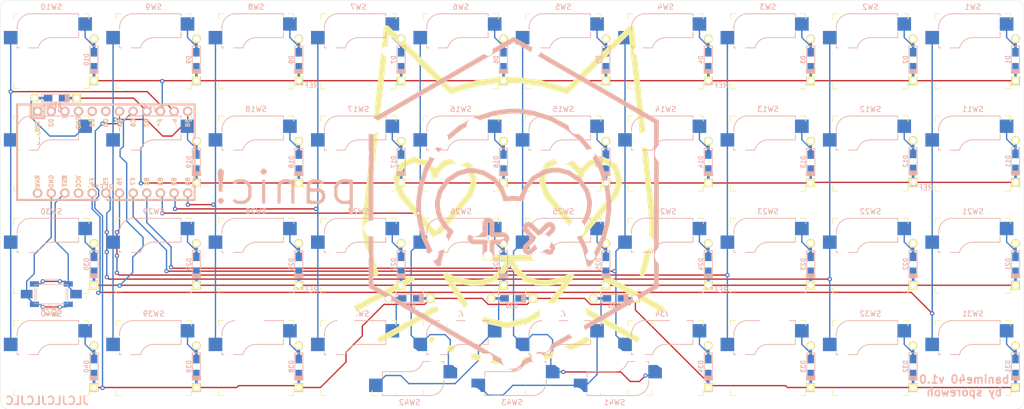
<source format=kicad_pcb>
(kicad_pcb (version 20171130) (host pcbnew "(5.1.12-1-10_14)")
  (layers (0 F.Cu signal) (31 B.Cu signal) (34 B.Paste user) (35 F.Paste user) (36 B.SilkS user) (37 F.SilkS user) (38 B.Mask user) (39 F.Mask user) (44 Edge.Cuts user))
  (net 0 "")
  (net 1 /row_0)
  (net 2 "Net-(D1-Pad2)")
  (net 3 "Net-(D2-Pad2)")
  (net 4 "Net-(D3-Pad2)")
  (net 5 "Net-(D4-Pad2)")
  (net 6 "Net-(D5-Pad2)")
  (net 7 "Net-(D6-Pad2)")
  (net 8 "Net-(D7-Pad2)")
  (net 9 "Net-(D8-Pad2)")
  (net 10 "Net-(D9-Pad2)")
  (net 11 "Net-(D10-Pad2)")
  (net 12 /row_2)
  (net 13 "Net-(D11-Pad2)")
  (net 14 "Net-(D12-Pad2)")
  (net 15 "Net-(D13-Pad2)")
  (net 16 "Net-(D14-Pad2)")
  (net 17 "Net-(D15-Pad2)")
  (net 18 "Net-(D16-Pad2)")
  (net 19 "Net-(D17-Pad2)")
  (net 20 "Net-(D18-Pad2)")
  (net 21 "Net-(D19-Pad2)")
  (net 22 "Net-(D20-Pad2)")
  (net 23 /row_3)
  (net 24 "Net-(D21-Pad2)")
  (net 25 "Net-(D22-Pad2)")
  (net 26 "Net-(D23-Pad2)")
  (net 27 "Net-(D24-Pad2)")
  (net 28 "Net-(D25-Pad2)")
  (net 29 "Net-(D26-Pad2)")
  (net 30 "Net-(D27-Pad2)")
  (net 31 "Net-(D28-Pad2)")
  (net 32 "Net-(D29-Pad2)")
  (net 33 "Net-(D30-Pad2)")
  (net 34 "Net-(D31-Pad2)")
  (net 35 "Net-(D32-Pad2)")
  (net 36 "Net-(D33-Pad2)")
  (net 37 "Net-(D34-Pad2)")
  (net 38 "Net-(D35-Pad2)")
  (net 39 "Net-(D36-Pad2)")
  (net 40 "Net-(D37-Pad2)")
  (net 41 "Net-(D38-Pad2)")
  (net 42 "Net-(D39-Pad2)")
  (net 43 "Net-(D40-Pad2)")
  (net 44 /col_0)
  (net 45 /col_1)
  (net 46 /col_2)
  (net 47 /col_3)
  (net 48 /col_4)
  (net 49 /col_5)
  (net 50 /col_6)
  (net 51 /col_7)
  (net 52 /col_8)
  (net 53 /col_9)
  (net 54 "Net-(U1-Pad24)")
  (net 55 "Net-(U1-Pad21)")
  (net 56 /row_1)
  (net 57 "Net-(U1-Pad6)")
  (net 58 "Net-(U1-Pad5)")
  (net 59 "Net-(U1-Pad4)")
  (net 60 "Net-(U1-Pad3)")
  (net 61 "Net-(U1-Pad2)")
  (net 62 "Net-(U1-Pad1)")
  (net 63 "Net-(SW44-Pad2)")
  (net 64 "Net-(SW44-Pad1)")
  (module Keebio:ArduinoProMicro (layer B.Cu) (at 63.8 76.75)
    (fp_text reference U1 hide)
    (fp_text value ProMicro hide)
    (fp_text user ST (at -8.91 5.04 -90) (layer F.SilkS) (effects (font (size 0.8 0.8))))
    (fp_text user TX0/D3 (at -13.97 -3.571872 -90) (layer B.SilkS) (effects (font (size 0.8 0.8)) (justify mirror)))
    (fp_text user TX0/D3 (at -13.97 -3.571872 -90) (layer F.SilkS) (effects (font (size 0.8 0.8))))
    (fp_text user D2 (at -11.43 -5.461 -90) (layer B.SilkS) (effects (font (size 0.8 0.8)) (justify mirror)))
    (fp_text user D0 (at -1.27 -5.461 -90) (layer B.SilkS) (effects (font (size 0.8 0.8)) (justify mirror)))
    (fp_text user D1 (at -3.81 -5.461 -90) (layer B.SilkS) (effects (font (size 0.8 0.8)) (justify mirror)))
    (fp_text user GND (at -6.35 -5.461 -90) (layer B.SilkS) (effects (font (size 0.8 0.8)) (justify mirror)))
    (fp_text user GND (at -8.89 -5.461 -90) (layer B.SilkS) (effects (font (size 0.8 0.8)) (justify mirror)))
    (fp_text user D4 (at 1.27 -5.461 -90) (layer B.SilkS) (effects (font (size 0.8 0.8)) (justify mirror)))
    (fp_text user C6 (at 3.81 -5.461 -90) (layer B.SilkS) (effects (font (size 0.8 0.8)) (justify mirror)))
    (fp_text user D7 (at 6.35 -5.461 -90) (layer B.SilkS) (effects (font (size 0.8 0.8)) (justify mirror)))
    (fp_text user E6 (at 8.89 -5.461 -90) (layer B.SilkS) (effects (font (size 0.8 0.8)) (justify mirror)))
    (fp_text user B4 (at 11.43 -5.461 -90) (layer B.SilkS) (effects (font (size 0.8 0.8)) (justify mirror)))
    (fp_text user B5 (at 13.97 -5.461 -90) (layer B.SilkS) (effects (font (size 0.8 0.8)) (justify mirror)))
    (fp_text user B6 (at 13.97 5.461 -90) (layer B.SilkS) (effects (font (size 0.8 0.8)) (justify mirror)))
    (fp_text user B2 (at 11.43 5.461 -90) (layer F.SilkS) (effects (font (size 0.8 0.8))))
    (fp_text user B3 (at 8.89 5.461 -90) (layer B.SilkS) (effects (font (size 0.8 0.8)) (justify mirror)))
    (fp_text user B1 (at 6.35 5.461 -90) (layer B.SilkS) (effects (font (size 0.8 0.8)) (justify mirror)))
    (fp_text user F7 (at 3.81 5.461 -90) (layer F.SilkS) (effects (font (size 0.8 0.8))))
    (fp_text user F6 (at 1.27 5.461 -90) (layer F.SilkS) (effects (font (size 0.8 0.8))))
    (fp_text user F5 (at -1.27 5.461 -90) (layer F.SilkS) (effects (font (size 0.8 0.8))))
    (fp_text user F4 (at -3.81 5.461 -90) (layer B.SilkS) (effects (font (size 0.8 0.8)) (justify mirror)))
    (fp_text user VCC (at -6.35 5.461 -90) (layer B.SilkS) (effects (font (size 0.8 0.8)) (justify mirror)))
    (fp_text user ST (at -8.92 5.73312 -90) (layer B.SilkS) (effects (font (size 0.8 0.8)) (justify mirror)))
    (fp_text user GND (at -11.43 5.461 -90) (layer B.SilkS) (effects (font (size 0.8 0.8)) (justify mirror)))
    (fp_text user RAW (at -13.97 5.461 -90) (layer B.SilkS) (effects (font (size 0.8 0.8)) (justify mirror)))
    (fp_text user RAW (at -13.97 5.461 -90) (layer F.SilkS) (effects (font (size 0.8 0.8))))
    (fp_text user GND (at -11.43 5.461 -90) (layer F.SilkS) (effects (font (size 0.8 0.8))))
    (fp_text user VCC (at -6.35 5.461 -90) (layer F.SilkS) (effects (font (size 0.8 0.8))))
    (fp_text user F4 (at -3.81 5.461 -90) (layer F.SilkS) (effects (font (size 0.8 0.8))))
    (fp_text user F5 (at -1.27 5.461 -90) (layer B.SilkS) (effects (font (size 0.8 0.8)) (justify mirror)))
    (fp_text user F6 (at 1.27 5.461 -90) (layer B.SilkS) (effects (font (size 0.8 0.8)) (justify mirror)))
    (fp_text user F7 (at 3.81 5.461 -90) (layer B.SilkS) (effects (font (size 0.8 0.8)) (justify mirror)))
    (fp_text user B1 (at 6.35 5.461 -90) (layer F.SilkS) (effects (font (size 0.8 0.8))))
    (fp_text user B3 (at 8.89 5.461 -90) (layer F.SilkS) (effects (font (size 0.8 0.8))))
    (fp_text user B2 (at 11.43 5.461 -90) (layer B.SilkS) (effects (font (size 0.8 0.8)) (justify mirror)))
    (fp_text user B6 (at 13.97 5.461 -90) (layer F.SilkS) (effects (font (size 0.8 0.8))))
    (fp_text user B5 (at 13.97 -5.461 -90) (layer F.SilkS) (effects (font (size 0.8 0.8))))
    (fp_text user B4 (at 11.43 -5.461 -90) (layer F.SilkS) (effects (font (size 0.8 0.8))))
    (fp_text user E6 (at 8.89 -5.461 -90) (layer F.SilkS) (effects (font (size 0.8 0.8))))
    (fp_text user D7 (at 6.35 -5.461 -90) (layer F.SilkS) (effects (font (size 0.8 0.8))))
    (fp_text user C6 (at 3.81 -5.461 -90) (layer F.SilkS) (effects (font (size 0.8 0.8))))
    (fp_text user D4 (at 1.27 -5.461 -90) (layer F.SilkS) (effects (font (size 0.8 0.8))))
    (fp_text user GND (at -8.89 -5.461 -90) (layer F.SilkS) (effects (font (size 0.8 0.8))))
    (fp_text user GND (at -6.35 -5.461 -90) (layer F.SilkS) (effects (font (size 0.8 0.8))))
    (fp_text user D1 (at -3.81 -5.461 -90) (layer F.SilkS) (effects (font (size 0.8 0.8))))
    (fp_text user D0 (at -1.27 -5.461 -90) (layer F.SilkS) (effects (font (size 0.8 0.8))))
    (fp_text user D2 (at -11.43 -5.461 -90) (layer F.SilkS) (effects (font (size 0.8 0.8))))
    (pad 24 thru_hole circle (at -13.97 7.62) (size 1.7526 1.7526) (drill 1.0922) (layers *.Cu *.SilkS *.Mask) (net 54 "Net-(U1-Pad24)"))
    (pad 12 thru_hole circle (at 13.97 -7.62) (size 1.7526 1.7526) (drill 1.0922) (layers *.Cu *.SilkS *.Mask) (net 52 /col_8))
    (pad 23 thru_hole circle (at -11.43 7.62) (size 1.7526 1.7526) (drill 1.0922) (layers *.Cu *.SilkS *.Mask) (net 64 "Net-(SW44-Pad1)"))
    (pad 22 thru_hole circle (at -8.89 7.62) (size 1.7526 1.7526) (drill 1.0922) (layers *.Cu *.SilkS *.Mask) (net 63 "Net-(SW44-Pad2)"))
    (pad 21 thru_hole circle (at -6.35 7.62) (size 1.7526 1.7526) (drill 1.0922) (layers *.Cu *.SilkS *.Mask) (net 55 "Net-(U1-Pad21)"))
    (pad 20 thru_hole circle (at -3.81 7.62) (size 1.7526 1.7526) (drill 1.0922) (layers *.Cu *.SilkS *.Mask) (net 44 /col_0))
    (pad 19 thru_hole circle (at -1.27 7.62) (size 1.7526 1.7526) (drill 1.0922) (layers *.Cu *.SilkS *.Mask) (net 45 /col_1))
    (pad 18 thru_hole circle (at 1.27 7.62) (size 1.7526 1.7526) (drill 1.0922) (layers *.Cu *.SilkS *.Mask) (net 46 /col_2))
    (pad 17 thru_hole circle (at 3.81 7.62) (size 1.7526 1.7526) (drill 1.0922) (layers *.Cu *.SilkS *.Mask) (net 47 /col_3))
    (pad 16 thru_hole circle (at 6.35 7.62) (size 1.7526 1.7526) (drill 1.0922) (layers *.Cu *.SilkS *.Mask) (net 48 /col_4))
    (pad 15 thru_hole circle (at 8.89 7.62) (size 1.7526 1.7526) (drill 1.0922) (layers *.Cu *.SilkS *.Mask) (net 49 /col_5))
    (pad 14 thru_hole circle (at 11.43 7.62) (size 1.7526 1.7526) (drill 1.0922) (layers *.Cu *.SilkS *.Mask) (net 50 /col_6))
    (pad 13 thru_hole circle (at 13.97 7.62) (size 1.7526 1.7526) (drill 1.0922) (layers *.Cu *.SilkS *.Mask) (net 51 /col_7))
    (pad 11 thru_hole circle (at 11.43 -7.62) (size 1.7526 1.7526) (drill 1.0922) (layers *.Cu *.SilkS *.Mask) (net 53 /col_9))
    (pad 10 thru_hole circle (at 8.89 -7.62) (size 1.7526 1.7526) (drill 1.0922) (layers *.Cu *.SilkS *.Mask) (net 1 /row_0))
    (pad 9 thru_hole circle (at 6.35 -7.62) (size 1.7526 1.7526) (drill 1.0922) (layers *.Cu *.SilkS *.Mask) (net 56 /row_1))
    (pad 8 thru_hole circle (at 3.81 -7.62) (size 1.7526 1.7526) (drill 1.0922) (layers *.Cu *.SilkS *.Mask) (net 12 /row_2))
    (pad 7 thru_hole circle (at 1.27 -7.62) (size 1.7526 1.7526) (drill 1.0922) (layers *.Cu *.SilkS *.Mask) (net 23 /row_3))
    (pad 6 thru_hole circle (at -1.27 -7.62) (size 1.7526 1.7526) (drill 1.0922) (layers *.Cu *.SilkS *.Mask) (net 57 "Net-(U1-Pad6)"))
    (pad 5 thru_hole circle (at -3.81 -7.62) (size 1.7526 1.7526) (drill 1.0922) (layers *.Cu *.SilkS *.Mask) (net 58 "Net-(U1-Pad5)"))
    (pad 4 thru_hole circle (at -6.35 -7.62) (size 1.7526 1.7526) (drill 1.0922) (layers *.Cu *.SilkS *.Mask) (net 59 "Net-(U1-Pad4)"))
    (pad 3 thru_hole circle (at -8.89 -7.62) (size 1.7526 1.7526) (drill 1.0922) (layers *.Cu *.SilkS *.Mask) (net 60 "Net-(U1-Pad3)"))
    (pad 2 thru_hole circle (at -11.43 -7.62) (size 1.7526 1.7526) (drill 1.0922) (layers *.Cu *.SilkS *.Mask) (net 61 "Net-(U1-Pad2)"))
    (pad 1 thru_hole rect (at -13.97 -7.62) (size 1.7526 1.7526) (drill 1.0922) (layers *.Cu *.SilkS *.Mask) (net 62 "Net-(U1-Pad1)"))
  )
  (module Button_Switch_SMD:SW_SPST_FSMSM (layer B.Cu) (at 52.3875 103.1875)
    (fp_text reference SW45 (at 0 2.6) (layer B.SilkS) (effects (justify mirror)))
    (fp_text value SW_SPST)
    (pad 2 smd rect (at 4.59 0) (size 2.18 1.6) (layers B.Cu B.Paste B.Mask) (net 63 "Net-(SW44-Pad2)"))
    (pad 1 smd rect (at -4.59 0) (size 2.18 1.6) (layers B.Cu B.Paste B.Mask) (net 64 "Net-(SW44-Pad1)"))
  )
  (module Keebio:SW_SPST_TL3342 (layer B.Cu) (at 52.3875 103.1875)
    (fp_text reference SW44 (at 0 3.75) (layer B.SilkS) (effects (font (size 0.7 0.7)) (justify mirror)))
    (fp_text value SW_SPST)
    (pad 1 smd rect (at -3.15 1.9) (size 1.7 1) (layers B.Cu B.Paste B.Mask) (net 64 "Net-(SW44-Pad1)"))
    (pad 1 smd rect (at 3.15 1.9) (size 1.7 1) (layers B.Cu B.Paste B.Mask) (net 64 "Net-(SW44-Pad1)"))
    (pad 2 smd rect (at -3.15 -1.9) (size 1.7 1) (layers B.Cu B.Paste B.Mask) (net 63 "Net-(SW44-Pad2)"))
    (pad 2 smd rect (at 3.15 -1.9) (size 1.7 1) (layers B.Cu B.Paste B.Mask) (net 63 "Net-(SW44-Pad2)"))
  )
  (module MX_switches:Kailh_socket_MX (layer F.Cu) (at 204.7875 57.94375)
    (fp_text reference SW2 (at 0 -8.255) (layer B.SilkS) (effects (justify mirror)))
    (fp_text value SW_SPST)
    (pad 2 smd rect (at -7.56 -2.54) (size 2.55 2.5) (layers B.Cu B.Paste B.Mask) (net 45 /col_1))
    (pad "" np_thru_hole circle (at -5.08 0) (size 1.7018 1.7018) (drill 1.7018) (layers *.Cu *.Mask))
    (pad "" np_thru_hole circle (at 5.08 0) (size 1.7018 1.7018) (drill 1.7018) (layers *.Cu *.Mask))
    (pad "" np_thru_hole circle (at 0 0) (size 3.9878 3.9878) (drill 3.9878) (layers *.Cu *.Mask))
    (pad "" np_thru_hole circle (at -3.81 -2.54) (size 3 3) (drill 3) (layers *.Cu *.Mask))
    (pad "" np_thru_hole circle (at 2.54 -5.08) (size 3 3) (drill 3) (layers *.Cu *.Mask))
    (pad 1 smd rect (at 6.29 -5.08) (size 2.55 2.5) (layers B.Cu B.Paste B.Mask) (net 3 "Net-(D2-Pad2)"))
  )
  (module keyswitch-kicad-library:Stabilizer_Cherry_MX_6.25u (layer F.Cu) (at 138.1125 115.09375 180)
    (fp_text reference REF** hide)
    (fp_text value Stabilizer_Cherry_MX_6.25u)
    (pad ~ np_thru_hole circle (at 50 8.225 180) (size 3.9878 3.9878) (drill 3.9878) (layers *.Cu *.Mask))
    (pad ~ np_thru_hole circle (at -50 8.225 180) (size 3.9878 3.9878) (drill 3.9878) (layers *.Cu *.Mask))
    (pad ~ np_thru_hole circle (at 50 -6.985 180) (size 3.048 3.048) (drill 3.048) (layers *.Cu *.Mask))
    (pad ~ np_thru_hole circle (at -50 -6.985 180) (size 3.048 3.048) (drill 3.048) (layers *.Cu *.Mask))
  )
  (module keyswitch-kicad-library:Stabilizer_Cherry_MX_6.00u (layer F.Cu) (at 138.1125 115.09375 180)
    (fp_text reference REF**)
    (fp_text value Stabilizer_Cherry_MX_6.00u)
    (pad ~ np_thru_hole circle (at 47.625 8.225 180) (size 3.9878 3.9878) (drill 3.9878) (layers *.Cu *.Mask))
    (pad ~ np_thru_hole circle (at -47.625 8.225 180) (size 3.9878 3.9878) (drill 3.9878) (layers *.Cu *.Mask))
    (pad ~ np_thru_hole circle (at 47.625 -6.985 180) (size 3.048 3.048) (drill 3.048) (layers *.Cu *.Mask))
    (pad ~ np_thru_hole circle (at -47.625 -6.985 180) (size 3.048 3.048) (drill 3.048) (layers *.Cu *.Mask))
  )
  (module MX_switches:Kailh_socket_MX (layer F.Cu) (at 185.7375 57.94375)
    (fp_text reference SW3 (at 0 -8.255) (layer B.SilkS) (effects (justify mirror)))
    (fp_text value SW_SPST)
    (pad 2 smd rect (at -7.56 -2.54) (size 2.55 2.5) (layers B.Cu B.Paste B.Mask) (net 46 /col_2))
    (pad "" np_thru_hole circle (at -5.08 0) (size 1.7018 1.7018) (drill 1.7018) (layers *.Cu *.Mask))
    (pad "" np_thru_hole circle (at 5.08 0) (size 1.7018 1.7018) (drill 1.7018) (layers *.Cu *.Mask))
    (pad "" np_thru_hole circle (at 0 0) (size 3.9878 3.9878) (drill 3.9878) (layers *.Cu *.Mask))
    (pad "" np_thru_hole circle (at -3.81 -2.54) (size 3 3) (drill 3) (layers *.Cu *.Mask))
    (pad "" np_thru_hole circle (at 2.54 -5.08) (size 3 3) (drill 3) (layers *.Cu *.Mask))
    (pad 1 smd rect (at 6.29 -5.08) (size 2.55 2.5) (layers B.Cu B.Paste B.Mask) (net 4 "Net-(D3-Pad2)"))
  )
  (module MountingHole:MountingHole_2.2mm_M2 (layer B.Cu) (at 100.0125 67.46875 180)
    (fp_text reference REF** (at 0 3.2) (layer B.SilkS) (effects (justify mirror)))
    (fp_text value MountingHole_2.2mm_M2)
    (pad 1 np_thru_hole circle (at 0 0 180) (size 2.2 2.2) (drill 2.2) (layers *.Cu *.Mask))
  )
  (module MountingHole:MountingHole_2.2mm_M2 (layer B.Cu) (at 61.9125 86.51875 180)
    (fp_text reference REF** (at 0 3.2) (layer B.SilkS) (effects (justify mirror)))
    (fp_text value MountingHole_2.2mm_M2)
    (pad 1 np_thru_hole circle (at 0 0 180) (size 2.2 2.2) (drill 2.2) (layers *.Cu *.Mask))
  )
  (module MountingHole:MountingHole_2.2mm_M2 (layer B.Cu) (at 100.0125 105.56875 180)
    (fp_text reference REF** (at 0 3.2) (layer B.SilkS) (effects (justify mirror)))
    (fp_text value MountingHole_2.2mm_M2)
    (pad 1 np_thru_hole circle (at 0 0 180) (size 2.2 2.2) (drill 2.2) (layers *.Cu *.Mask))
  )
  (module MountingHole:MountingHole_2.2mm_M2 (layer B.Cu) (at 176.2125 67.46875 180)
    (fp_text reference REF** (at 0 3.2) (layer B.SilkS) (effects (justify mirror)))
    (fp_text value MountingHole_2.2mm_M2)
    (pad 1 np_thru_hole circle (at 0 0 180) (size 2.2 2.2) (drill 2.2) (layers *.Cu *.Mask))
  )
  (module MountingHole:MountingHole_2.2mm_M2 (layer B.Cu) (at 176.2125 105.56875 180)
    (fp_text reference REF** (at 0 3.2) (layer B.SilkS) (effects (justify mirror)))
    (fp_text value MountingHole_2.2mm_M2)
    (pad 1 np_thru_hole circle (at 0 0 180) (size 2.2 2.2) (drill 2.2) (layers *.Cu *.Mask))
  )
  (module MountingHole:MountingHole_2.2mm_M2 (layer B.Cu) (at 214.3125 86.51875 180)
    (fp_text reference REF** (at 0 3.2) (layer B.SilkS) (effects (justify mirror)))
    (fp_text value MountingHole_2.2mm_M2)
    (pad 1 np_thru_hole circle (at 0 0 180) (size 2.2 2.2) (drill 2.2) (layers *.Cu *.Mask))
  )
  (module MX_switches:Kailh_socket_MX (layer F.Cu) (at 223.8375 76.99375)
    (fp_text reference SW11 (at 0 -8.255) (layer B.SilkS) (effects (justify mirror)))
    (fp_text value SW_SPST)
    (pad 2 smd rect (at -7.56 -2.54) (size 2.55 2.5) (layers B.Cu B.Paste B.Mask) (net 44 /col_0))
    (pad "" np_thru_hole circle (at -5.08 0) (size 1.7018 1.7018) (drill 1.7018) (layers *.Cu *.Mask))
    (pad "" np_thru_hole circle (at 5.08 0) (size 1.7018 1.7018) (drill 1.7018) (layers *.Cu *.Mask))
    (pad "" np_thru_hole circle (at 0 0) (size 3.9878 3.9878) (drill 3.9878) (layers *.Cu *.Mask))
    (pad "" np_thru_hole circle (at -3.81 -2.54) (size 3 3) (drill 3) (layers *.Cu *.Mask))
    (pad "" np_thru_hole circle (at 2.54 -5.08) (size 3 3) (drill 3) (layers *.Cu *.Mask))
    (pad 1 smd rect (at 6.29 -5.08) (size 2.55 2.5) (layers B.Cu B.Paste B.Mask) (net 13 "Net-(D11-Pad2)"))
  )
  (module Keebio:Diode-Hybrid-Back (layer F.Cu) (at 60.325 116.68125 270)
    (fp_text reference D40 (at -0.0254 1.4 90) (layer B.SilkS) (effects (font (size 0.8 0.8)) (justify mirror)))
    (fp_text value D hide)
    (pad 1 thru_hole rect (at 3.9 0 270) (size 1.6 1.6) (drill 1) (layers *.Cu *.Mask F.SilkS) (net 23 /row_3))
    (pad 2 thru_hole circle (at -3.9 0 270) (size 1.6 1.6) (drill 1) (layers *.Cu *.Mask F.SilkS) (net 43 "Net-(D40-Pad2)"))
    (pad 1 smd rect (at 2.5 0 270) (size 2.9 0.5) (layers B.Cu) (net 23 /row_3))
    (pad 1 smd rect (at 1.4 0 270) (size 1.6 1.2) (layers B.Cu B.Paste B.Mask) (net 23 /row_3))
    (pad 2 smd rect (at -1.4 0 270) (size 1.6 1.2) (layers B.Cu B.Paste B.Mask) (net 43 "Net-(D40-Pad2)"))
    (pad 2 smd rect (at -2.5 0 270) (size 2.9 0.5) (layers B.Cu) (net 43 "Net-(D40-Pad2)"))
  )
  (module Keebio:Diode-Hybrid-Back (layer F.Cu) (at 79.375 116.68125 270)
    (fp_text reference D39 (at -0.0254 1.4 90) (layer B.SilkS) (effects (font (size 0.8 0.8)) (justify mirror)))
    (fp_text value D hide)
    (pad 1 thru_hole rect (at 3.9 0 270) (size 1.6 1.6) (drill 1) (layers *.Cu *.Mask F.SilkS) (net 23 /row_3))
    (pad 2 thru_hole circle (at -3.9 0 270) (size 1.6 1.6) (drill 1) (layers *.Cu *.Mask F.SilkS) (net 42 "Net-(D39-Pad2)"))
    (pad 1 smd rect (at 2.5 0 270) (size 2.9 0.5) (layers B.Cu) (net 23 /row_3))
    (pad 1 smd rect (at 1.4 0 270) (size 1.6 1.2) (layers B.Cu B.Paste B.Mask) (net 23 /row_3))
    (pad 2 smd rect (at -1.4 0 270) (size 1.6 1.2) (layers B.Cu B.Paste B.Mask) (net 42 "Net-(D39-Pad2)"))
    (pad 2 smd rect (at -2.5 0 270) (size 2.9 0.5) (layers B.Cu) (net 42 "Net-(D39-Pad2)"))
  )
  (module Keebio:Diode-Hybrid-Back (layer F.Cu) (at 98.425 116.68125 270)
    (fp_text reference D38 (at -0.0254 1.4 90) (layer B.SilkS) (effects (font (size 0.8 0.8)) (justify mirror)))
    (fp_text value D hide)
    (pad 1 thru_hole rect (at 3.9 0 270) (size 1.6 1.6) (drill 1) (layers *.Cu *.Mask F.SilkS) (net 23 /row_3))
    (pad 2 thru_hole circle (at -3.9 0 270) (size 1.6 1.6) (drill 1) (layers *.Cu *.Mask F.SilkS) (net 41 "Net-(D38-Pad2)"))
    (pad 1 smd rect (at 2.5 0 270) (size 2.9 0.5) (layers B.Cu) (net 23 /row_3))
    (pad 1 smd rect (at 1.4 0 270) (size 1.6 1.2) (layers B.Cu B.Paste B.Mask) (net 23 /row_3))
    (pad 2 smd rect (at -1.4 0 270) (size 1.6 1.2) (layers B.Cu B.Paste B.Mask) (net 41 "Net-(D38-Pad2)"))
    (pad 2 smd rect (at -2.5 0 270) (size 2.9 0.5) (layers B.Cu) (net 41 "Net-(D38-Pad2)"))
  )
  (module Keebio:Diode-Hybrid-Back (layer F.Cu) (at 119.0625 103.98125)
    (fp_text reference D37 (at -0.0254 1.4) (layer B.SilkS) (effects (font (size 0.8 0.8)) (justify mirror)))
    (fp_text value D hide)
    (pad 1 thru_hole rect (at 3.9 0) (size 1.6 1.6) (drill 1) (layers *.Cu *.Mask F.SilkS) (net 23 /row_3))
    (pad 2 thru_hole circle (at -3.9 0) (size 1.6 1.6) (drill 1) (layers *.Cu *.Mask F.SilkS) (net 40 "Net-(D37-Pad2)"))
    (pad 1 smd rect (at 2.5 0) (size 2.9 0.5) (layers B.Cu) (net 23 /row_3))
    (pad 1 smd rect (at 1.4 0) (size 1.6 1.2) (layers B.Cu B.Paste B.Mask) (net 23 /row_3))
    (pad 2 smd rect (at -1.4 0) (size 1.6 1.2) (layers B.Cu B.Paste B.Mask) (net 40 "Net-(D37-Pad2)"))
    (pad 2 smd rect (at -2.5 0) (size 2.9 0.5) (layers B.Cu) (net 40 "Net-(D37-Pad2)"))
  )
  (module Keebio:Diode-Hybrid-Back (layer F.Cu) (at 138.1125 103.98125)
    (fp_text reference D36 (at -0.0254 1.4) (layer B.SilkS) (effects (font (size 0.8 0.8)) (justify mirror)))
    (fp_text value D hide)
    (pad 1 thru_hole rect (at 3.9 0) (size 1.6 1.6) (drill 1) (layers *.Cu *.Mask F.SilkS) (net 23 /row_3))
    (pad 2 thru_hole circle (at -3.9 0) (size 1.6 1.6) (drill 1) (layers *.Cu *.Mask F.SilkS) (net 39 "Net-(D36-Pad2)"))
    (pad 1 smd rect (at 2.5 0) (size 2.9 0.5) (layers B.Cu) (net 23 /row_3))
    (pad 1 smd rect (at 1.4 0) (size 1.6 1.2) (layers B.Cu B.Paste B.Mask) (net 23 /row_3))
    (pad 2 smd rect (at -1.4 0) (size 1.6 1.2) (layers B.Cu B.Paste B.Mask) (net 39 "Net-(D36-Pad2)"))
    (pad 2 smd rect (at -2.5 0) (size 2.9 0.5) (layers B.Cu) (net 39 "Net-(D36-Pad2)"))
  )
  (module Keebio:Diode-Hybrid-Back (layer F.Cu) (at 157.1625 103.98125)
    (fp_text reference D35 (at -0.0254 1.4) (layer B.SilkS) (effects (font (size 0.8 0.8)) (justify mirror)))
    (fp_text value D hide)
    (pad 1 thru_hole rect (at 3.9 0) (size 1.6 1.6) (drill 1) (layers *.Cu *.Mask F.SilkS) (net 23 /row_3))
    (pad 2 thru_hole circle (at -3.9 0) (size 1.6 1.6) (drill 1) (layers *.Cu *.Mask F.SilkS) (net 38 "Net-(D35-Pad2)"))
    (pad 1 smd rect (at 2.5 0) (size 2.9 0.5) (layers B.Cu) (net 23 /row_3))
    (pad 1 smd rect (at 1.4 0) (size 1.6 1.2) (layers B.Cu B.Paste B.Mask) (net 23 /row_3))
    (pad 2 smd rect (at -1.4 0) (size 1.6 1.2) (layers B.Cu B.Paste B.Mask) (net 38 "Net-(D35-Pad2)"))
    (pad 2 smd rect (at -2.5 0) (size 2.9 0.5) (layers B.Cu) (net 38 "Net-(D35-Pad2)"))
  )
  (module Keebio:Diode-Hybrid-Back (layer F.Cu) (at 174.625 116.68125 270)
    (fp_text reference D34 (at -0.0254 1.4 90) (layer B.SilkS) (effects (font (size 0.8 0.8)) (justify mirror)))
    (fp_text value D hide)
    (pad 1 thru_hole rect (at 3.9 0 270) (size 1.6 1.6) (drill 1) (layers *.Cu *.Mask F.SilkS) (net 23 /row_3))
    (pad 2 thru_hole circle (at -3.9 0 270) (size 1.6 1.6) (drill 1) (layers *.Cu *.Mask F.SilkS) (net 37 "Net-(D34-Pad2)"))
    (pad 1 smd rect (at 2.5 0 270) (size 2.9 0.5) (layers B.Cu) (net 23 /row_3))
    (pad 1 smd rect (at 1.4 0 270) (size 1.6 1.2) (layers B.Cu B.Paste B.Mask) (net 23 /row_3))
    (pad 2 smd rect (at -1.4 0 270) (size 1.6 1.2) (layers B.Cu B.Paste B.Mask) (net 37 "Net-(D34-Pad2)"))
    (pad 2 smd rect (at -2.5 0 270) (size 2.9 0.5) (layers B.Cu) (net 37 "Net-(D34-Pad2)"))
  )
  (module Keebio:Diode-Hybrid-Back (layer F.Cu) (at 193.675 116.68125 270)
    (fp_text reference D33 (at -0.0254 1.4 90) (layer B.SilkS) (effects (font (size 0.8 0.8)) (justify mirror)))
    (fp_text value D hide)
    (pad 1 thru_hole rect (at 3.9 0 270) (size 1.6 1.6) (drill 1) (layers *.Cu *.Mask F.SilkS) (net 23 /row_3))
    (pad 2 thru_hole circle (at -3.9 0 270) (size 1.6 1.6) (drill 1) (layers *.Cu *.Mask F.SilkS) (net 36 "Net-(D33-Pad2)"))
    (pad 1 smd rect (at 2.5 0 270) (size 2.9 0.5) (layers B.Cu) (net 23 /row_3))
    (pad 1 smd rect (at 1.4 0 270) (size 1.6 1.2) (layers B.Cu B.Paste B.Mask) (net 23 /row_3))
    (pad 2 smd rect (at -1.4 0 270) (size 1.6 1.2) (layers B.Cu B.Paste B.Mask) (net 36 "Net-(D33-Pad2)"))
    (pad 2 smd rect (at -2.5 0 270) (size 2.9 0.5) (layers B.Cu) (net 36 "Net-(D33-Pad2)"))
  )
  (module Keebio:Diode-Hybrid-Back (layer F.Cu) (at 212.725 116.68125 270)
    (fp_text reference D32 (at -0.0254 1.4 90) (layer B.SilkS) (effects (font (size 0.8 0.8)) (justify mirror)))
    (fp_text value D hide)
    (pad 1 thru_hole rect (at 3.9 0 270) (size 1.6 1.6) (drill 1) (layers *.Cu *.Mask F.SilkS) (net 23 /row_3))
    (pad 2 thru_hole circle (at -3.9 0 270) (size 1.6 1.6) (drill 1) (layers *.Cu *.Mask F.SilkS) (net 35 "Net-(D32-Pad2)"))
    (pad 1 smd rect (at 2.5 0 270) (size 2.9 0.5) (layers B.Cu) (net 23 /row_3))
    (pad 1 smd rect (at 1.4 0 270) (size 1.6 1.2) (layers B.Cu B.Paste B.Mask) (net 23 /row_3))
    (pad 2 smd rect (at -1.4 0 270) (size 1.6 1.2) (layers B.Cu B.Paste B.Mask) (net 35 "Net-(D32-Pad2)"))
    (pad 2 smd rect (at -2.5 0 270) (size 2.9 0.5) (layers B.Cu) (net 35 "Net-(D32-Pad2)"))
  )
  (module Keebio:Diode-Hybrid-Back (layer F.Cu) (at 231.775 116.68125 270)
    (fp_text reference D31 (at -0.0254 1.4 90) (layer B.SilkS) (effects (font (size 0.8 0.8)) (justify mirror)))
    (fp_text value D hide)
    (pad 1 thru_hole rect (at 3.9 0 270) (size 1.6 1.6) (drill 1) (layers *.Cu *.Mask F.SilkS) (net 23 /row_3))
    (pad 2 thru_hole circle (at -3.9 0 270) (size 1.6 1.6) (drill 1) (layers *.Cu *.Mask F.SilkS) (net 34 "Net-(D31-Pad2)"))
    (pad 1 smd rect (at 2.5 0 270) (size 2.9 0.5) (layers B.Cu) (net 23 /row_3))
    (pad 1 smd rect (at 1.4 0 270) (size 1.6 1.2) (layers B.Cu B.Paste B.Mask) (net 23 /row_3))
    (pad 2 smd rect (at -1.4 0 270) (size 1.6 1.2) (layers B.Cu B.Paste B.Mask) (net 34 "Net-(D31-Pad2)"))
    (pad 2 smd rect (at -2.5 0 270) (size 2.9 0.5) (layers B.Cu) (net 34 "Net-(D31-Pad2)"))
  )
  (module Keebio:Diode-Hybrid-Back (layer F.Cu) (at 60.325 97.63125 270)
    (fp_text reference D30 (at -0.0254 1.4 90) (layer B.SilkS) (effects (font (size 0.8 0.8)) (justify mirror)))
    (fp_text value D hide)
    (pad 1 thru_hole rect (at 3.9 0 270) (size 1.6 1.6) (drill 1) (layers *.Cu *.Mask F.SilkS) (net 12 /row_2))
    (pad 2 thru_hole circle (at -3.9 0 270) (size 1.6 1.6) (drill 1) (layers *.Cu *.Mask F.SilkS) (net 33 "Net-(D30-Pad2)"))
    (pad 1 smd rect (at 2.5 0 270) (size 2.9 0.5) (layers B.Cu) (net 12 /row_2))
    (pad 1 smd rect (at 1.4 0 270) (size 1.6 1.2) (layers B.Cu B.Paste B.Mask) (net 12 /row_2))
    (pad 2 smd rect (at -1.4 0 270) (size 1.6 1.2) (layers B.Cu B.Paste B.Mask) (net 33 "Net-(D30-Pad2)"))
    (pad 2 smd rect (at -2.5 0 270) (size 2.9 0.5) (layers B.Cu) (net 33 "Net-(D30-Pad2)"))
  )
  (module Keebio:Diode-Hybrid-Back (layer F.Cu) (at 79.375 97.63125 270)
    (fp_text reference D29 (at -0.0254 1.4 90) (layer B.SilkS) (effects (font (size 0.8 0.8)) (justify mirror)))
    (fp_text value D hide)
    (pad 1 thru_hole rect (at 3.9 0 270) (size 1.6 1.6) (drill 1) (layers *.Cu *.Mask F.SilkS) (net 12 /row_2))
    (pad 2 thru_hole circle (at -3.9 0 270) (size 1.6 1.6) (drill 1) (layers *.Cu *.Mask F.SilkS) (net 32 "Net-(D29-Pad2)"))
    (pad 1 smd rect (at 2.5 0 270) (size 2.9 0.5) (layers B.Cu) (net 12 /row_2))
    (pad 1 smd rect (at 1.4 0 270) (size 1.6 1.2) (layers B.Cu B.Paste B.Mask) (net 12 /row_2))
    (pad 2 smd rect (at -1.4 0 270) (size 1.6 1.2) (layers B.Cu B.Paste B.Mask) (net 32 "Net-(D29-Pad2)"))
    (pad 2 smd rect (at -2.5 0 270) (size 2.9 0.5) (layers B.Cu) (net 32 "Net-(D29-Pad2)"))
  )
  (module Keebio:Diode-Hybrid-Back (layer F.Cu) (at 98.425 97.63125 270)
    (fp_text reference D28 (at -0.0254 1.4 90) (layer B.SilkS) (effects (font (size 0.8 0.8)) (justify mirror)))
    (fp_text value D hide)
    (pad 1 thru_hole rect (at 3.9 0 270) (size 1.6 1.6) (drill 1) (layers *.Cu *.Mask F.SilkS) (net 12 /row_2))
    (pad 2 thru_hole circle (at -3.9 0 270) (size 1.6 1.6) (drill 1) (layers *.Cu *.Mask F.SilkS) (net 31 "Net-(D28-Pad2)"))
    (pad 1 smd rect (at 2.5 0 270) (size 2.9 0.5) (layers B.Cu) (net 12 /row_2))
    (pad 1 smd rect (at 1.4 0 270) (size 1.6 1.2) (layers B.Cu B.Paste B.Mask) (net 12 /row_2))
    (pad 2 smd rect (at -1.4 0 270) (size 1.6 1.2) (layers B.Cu B.Paste B.Mask) (net 31 "Net-(D28-Pad2)"))
    (pad 2 smd rect (at -2.5 0 270) (size 2.9 0.5) (layers B.Cu) (net 31 "Net-(D28-Pad2)"))
  )
  (module Keebio:Diode-Hybrid-Back (layer F.Cu) (at 117.475 97.63125 270)
    (fp_text reference D27 (at -0.0254 1.4 90) (layer B.SilkS) (effects (font (size 0.8 0.8)) (justify mirror)))
    (fp_text value D hide)
    (pad 1 thru_hole rect (at 3.9 0 270) (size 1.6 1.6) (drill 1) (layers *.Cu *.Mask F.SilkS) (net 12 /row_2))
    (pad 2 thru_hole circle (at -3.9 0 270) (size 1.6 1.6) (drill 1) (layers *.Cu *.Mask F.SilkS) (net 30 "Net-(D27-Pad2)"))
    (pad 1 smd rect (at 2.5 0 270) (size 2.9 0.5) (layers B.Cu) (net 12 /row_2))
    (pad 1 smd rect (at 1.4 0 270) (size 1.6 1.2) (layers B.Cu B.Paste B.Mask) (net 12 /row_2))
    (pad 2 smd rect (at -1.4 0 270) (size 1.6 1.2) (layers B.Cu B.Paste B.Mask) (net 30 "Net-(D27-Pad2)"))
    (pad 2 smd rect (at -2.5 0 270) (size 2.9 0.5) (layers B.Cu) (net 30 "Net-(D27-Pad2)"))
  )
  (module Keebio:Diode-Hybrid-Back (layer F.Cu) (at 136.525 97.63125 270)
    (fp_text reference D26 (at -0.0254 1.4 90) (layer B.SilkS) (effects (font (size 0.8 0.8)) (justify mirror)))
    (fp_text value D hide)
    (pad 1 thru_hole rect (at 3.9 0 270) (size 1.6 1.6) (drill 1) (layers *.Cu *.Mask F.SilkS) (net 12 /row_2))
    (pad 2 thru_hole circle (at -3.9 0 270) (size 1.6 1.6) (drill 1) (layers *.Cu *.Mask F.SilkS) (net 29 "Net-(D26-Pad2)"))
    (pad 1 smd rect (at 2.5 0 270) (size 2.9 0.5) (layers B.Cu) (net 12 /row_2))
    (pad 1 smd rect (at 1.4 0 270) (size 1.6 1.2) (layers B.Cu B.Paste B.Mask) (net 12 /row_2))
    (pad 2 smd rect (at -1.4 0 270) (size 1.6 1.2) (layers B.Cu B.Paste B.Mask) (net 29 "Net-(D26-Pad2)"))
    (pad 2 smd rect (at -2.5 0 270) (size 2.9 0.5) (layers B.Cu) (net 29 "Net-(D26-Pad2)"))
  )
  (module Keebio:Diode-Hybrid-Back (layer F.Cu) (at 155.575 97.63125 270)
    (fp_text reference D25 (at -0.0254 1.4 90) (layer B.SilkS) (effects (font (size 0.8 0.8)) (justify mirror)))
    (fp_text value D hide)
    (pad 1 thru_hole rect (at 3.9 0 270) (size 1.6 1.6) (drill 1) (layers *.Cu *.Mask F.SilkS) (net 12 /row_2))
    (pad 2 thru_hole circle (at -3.9 0 270) (size 1.6 1.6) (drill 1) (layers *.Cu *.Mask F.SilkS) (net 28 "Net-(D25-Pad2)"))
    (pad 1 smd rect (at 2.5 0 270) (size 2.9 0.5) (layers B.Cu) (net 12 /row_2))
    (pad 1 smd rect (at 1.4 0 270) (size 1.6 1.2) (layers B.Cu B.Paste B.Mask) (net 12 /row_2))
    (pad 2 smd rect (at -1.4 0 270) (size 1.6 1.2) (layers B.Cu B.Paste B.Mask) (net 28 "Net-(D25-Pad2)"))
    (pad 2 smd rect (at -2.5 0 270) (size 2.9 0.5) (layers B.Cu) (net 28 "Net-(D25-Pad2)"))
  )
  (module Keebio:Diode-Hybrid-Back (layer F.Cu) (at 174.625 97.63125 270)
    (fp_text reference D24 (at -0.0254 1.4 90) (layer B.SilkS) (effects (font (size 0.8 0.8)) (justify mirror)))
    (fp_text value D hide)
    (pad 1 thru_hole rect (at 3.9 0 270) (size 1.6 1.6) (drill 1) (layers *.Cu *.Mask F.SilkS) (net 12 /row_2))
    (pad 2 thru_hole circle (at -3.9 0 270) (size 1.6 1.6) (drill 1) (layers *.Cu *.Mask F.SilkS) (net 27 "Net-(D24-Pad2)"))
    (pad 1 smd rect (at 2.5 0 270) (size 2.9 0.5) (layers B.Cu) (net 12 /row_2))
    (pad 1 smd rect (at 1.4 0 270) (size 1.6 1.2) (layers B.Cu B.Paste B.Mask) (net 12 /row_2))
    (pad 2 smd rect (at -1.4 0 270) (size 1.6 1.2) (layers B.Cu B.Paste B.Mask) (net 27 "Net-(D24-Pad2)"))
    (pad 2 smd rect (at -2.5 0 270) (size 2.9 0.5) (layers B.Cu) (net 27 "Net-(D24-Pad2)"))
  )
  (module Keebio:Diode-Hybrid-Back (layer F.Cu) (at 193.675 97.63125 270)
    (fp_text reference D23 (at -0.0254 1.4 90) (layer B.SilkS) (effects (font (size 0.8 0.8)) (justify mirror)))
    (fp_text value D hide)
    (pad 1 thru_hole rect (at 3.9 0 270) (size 1.6 1.6) (drill 1) (layers *.Cu *.Mask F.SilkS) (net 12 /row_2))
    (pad 2 thru_hole circle (at -3.9 0 270) (size 1.6 1.6) (drill 1) (layers *.Cu *.Mask F.SilkS) (net 26 "Net-(D23-Pad2)"))
    (pad 1 smd rect (at 2.5 0 270) (size 2.9 0.5) (layers B.Cu) (net 12 /row_2))
    (pad 1 smd rect (at 1.4 0 270) (size 1.6 1.2) (layers B.Cu B.Paste B.Mask) (net 12 /row_2))
    (pad 2 smd rect (at -1.4 0 270) (size 1.6 1.2) (layers B.Cu B.Paste B.Mask) (net 26 "Net-(D23-Pad2)"))
    (pad 2 smd rect (at -2.5 0 270) (size 2.9 0.5) (layers B.Cu) (net 26 "Net-(D23-Pad2)"))
  )
  (module Keebio:Diode-Hybrid-Back (layer F.Cu) (at 212.725 97.63125 270)
    (fp_text reference D22 (at -0.0254 1.4 90) (layer B.SilkS) (effects (font (size 0.8 0.8)) (justify mirror)))
    (fp_text value D hide)
    (pad 1 thru_hole rect (at 3.9 0 270) (size 1.6 1.6) (drill 1) (layers *.Cu *.Mask F.SilkS) (net 12 /row_2))
    (pad 2 thru_hole circle (at -3.9 0 270) (size 1.6 1.6) (drill 1) (layers *.Cu *.Mask F.SilkS) (net 25 "Net-(D22-Pad2)"))
    (pad 1 smd rect (at 2.5 0 270) (size 2.9 0.5) (layers B.Cu) (net 12 /row_2))
    (pad 1 smd rect (at 1.4 0 270) (size 1.6 1.2) (layers B.Cu B.Paste B.Mask) (net 12 /row_2))
    (pad 2 smd rect (at -1.4 0 270) (size 1.6 1.2) (layers B.Cu B.Paste B.Mask) (net 25 "Net-(D22-Pad2)"))
    (pad 2 smd rect (at -2.5 0 270) (size 2.9 0.5) (layers B.Cu) (net 25 "Net-(D22-Pad2)"))
  )
  (module Keebio:Diode-Hybrid-Back (layer F.Cu) (at 231.775 97.63125 270)
    (fp_text reference D21 (at -0.0254 1.4 90) (layer B.SilkS) (effects (font (size 0.8 0.8)) (justify mirror)))
    (fp_text value D hide)
    (pad 1 thru_hole rect (at 3.9 0 270) (size 1.6 1.6) (drill 1) (layers *.Cu *.Mask F.SilkS) (net 12 /row_2))
    (pad 2 thru_hole circle (at -3.9 0 270) (size 1.6 1.6) (drill 1) (layers *.Cu *.Mask F.SilkS) (net 24 "Net-(D21-Pad2)"))
    (pad 1 smd rect (at 2.5 0 270) (size 2.9 0.5) (layers B.Cu) (net 12 /row_2))
    (pad 1 smd rect (at 1.4 0 270) (size 1.6 1.2) (layers B.Cu B.Paste B.Mask) (net 12 /row_2))
    (pad 2 smd rect (at -1.4 0 270) (size 1.6 1.2) (layers B.Cu B.Paste B.Mask) (net 24 "Net-(D21-Pad2)"))
    (pad 2 smd rect (at -2.5 0 270) (size 2.9 0.5) (layers B.Cu) (net 24 "Net-(D21-Pad2)"))
  )
  (module Keebio:Diode-Hybrid-Back (layer F.Cu) (at 53.18125 66.675)
    (fp_text reference D20 (at -0.0254 1.4) (layer B.SilkS) (effects (font (size 0.8 0.8)) (justify mirror)))
    (fp_text value D hide)
    (pad 1 thru_hole rect (at 3.9 0) (size 1.6 1.6) (drill 1) (layers *.Cu *.Mask F.SilkS) (net 56 /row_1))
    (pad 2 thru_hole circle (at -3.9 0) (size 1.6 1.6) (drill 1) (layers *.Cu *.Mask F.SilkS) (net 22 "Net-(D20-Pad2)"))
    (pad 1 smd rect (at 2.5 0) (size 2.9 0.5) (layers B.Cu) (net 56 /row_1))
    (pad 1 smd rect (at 1.4 0) (size 1.6 1.2) (layers B.Cu B.Paste B.Mask) (net 56 /row_1))
    (pad 2 smd rect (at -1.4 0) (size 1.6 1.2) (layers B.Cu B.Paste B.Mask) (net 22 "Net-(D20-Pad2)"))
    (pad 2 smd rect (at -2.5 0) (size 2.9 0.5) (layers B.Cu) (net 22 "Net-(D20-Pad2)"))
  )
  (module Keebio:Diode-Hybrid-Back (layer F.Cu) (at 79.375 78.58125 270)
    (fp_text reference D19 (at -0.0254 1.4 90) (layer B.SilkS) (effects (font (size 0.8 0.8)) (justify mirror)))
    (fp_text value D hide)
    (pad 1 thru_hole rect (at 3.9 0 270) (size 1.6 1.6) (drill 1) (layers *.Cu *.Mask F.SilkS) (net 56 /row_1))
    (pad 2 thru_hole circle (at -3.9 0 270) (size 1.6 1.6) (drill 1) (layers *.Cu *.Mask F.SilkS) (net 21 "Net-(D19-Pad2)"))
    (pad 1 smd rect (at 2.5 0 270) (size 2.9 0.5) (layers B.Cu) (net 56 /row_1))
    (pad 1 smd rect (at 1.4 0 270) (size 1.6 1.2) (layers B.Cu B.Paste B.Mask) (net 56 /row_1))
    (pad 2 smd rect (at -1.4 0 270) (size 1.6 1.2) (layers B.Cu B.Paste B.Mask) (net 21 "Net-(D19-Pad2)"))
    (pad 2 smd rect (at -2.5 0 270) (size 2.9 0.5) (layers B.Cu) (net 21 "Net-(D19-Pad2)"))
  )
  (module Keebio:Diode-Hybrid-Back (layer F.Cu) (at 98.425 78.58125 270)
    (fp_text reference D18 (at -0.0254 1.4 90) (layer B.SilkS) (effects (font (size 0.8 0.8)) (justify mirror)))
    (fp_text value D hide)
    (pad 1 thru_hole rect (at 3.9 0 270) (size 1.6 1.6) (drill 1) (layers *.Cu *.Mask F.SilkS) (net 56 /row_1))
    (pad 2 thru_hole circle (at -3.9 0 270) (size 1.6 1.6) (drill 1) (layers *.Cu *.Mask F.SilkS) (net 20 "Net-(D18-Pad2)"))
    (pad 1 smd rect (at 2.5 0 270) (size 2.9 0.5) (layers B.Cu) (net 56 /row_1))
    (pad 1 smd rect (at 1.4 0 270) (size 1.6 1.2) (layers B.Cu B.Paste B.Mask) (net 56 /row_1))
    (pad 2 smd rect (at -1.4 0 270) (size 1.6 1.2) (layers B.Cu B.Paste B.Mask) (net 20 "Net-(D18-Pad2)"))
    (pad 2 smd rect (at -2.5 0 270) (size 2.9 0.5) (layers B.Cu) (net 20 "Net-(D18-Pad2)"))
  )
  (module Keebio:Diode-Hybrid-Back (layer F.Cu) (at 117.475 78.58125 270)
    (fp_text reference D17 (at -0.0254 1.4 90) (layer B.SilkS) (effects (font (size 0.8 0.8)) (justify mirror)))
    (fp_text value D hide)
    (pad 1 thru_hole rect (at 3.9 0 270) (size 1.6 1.6) (drill 1) (layers *.Cu *.Mask F.SilkS) (net 56 /row_1))
    (pad 2 thru_hole circle (at -3.9 0 270) (size 1.6 1.6) (drill 1) (layers *.Cu *.Mask F.SilkS) (net 19 "Net-(D17-Pad2)"))
    (pad 1 smd rect (at 2.5 0 270) (size 2.9 0.5) (layers B.Cu) (net 56 /row_1))
    (pad 1 smd rect (at 1.4 0 270) (size 1.6 1.2) (layers B.Cu B.Paste B.Mask) (net 56 /row_1))
    (pad 2 smd rect (at -1.4 0 270) (size 1.6 1.2) (layers B.Cu B.Paste B.Mask) (net 19 "Net-(D17-Pad2)"))
    (pad 2 smd rect (at -2.5 0 270) (size 2.9 0.5) (layers B.Cu) (net 19 "Net-(D17-Pad2)"))
  )
  (module Keebio:Diode-Hybrid-Back (layer F.Cu) (at 136.525 78.58125 270)
    (fp_text reference D16 (at -0.0254 1.4 90) (layer B.SilkS) (effects (font (size 0.8 0.8)) (justify mirror)))
    (fp_text value D hide)
    (pad 1 thru_hole rect (at 3.9 0 270) (size 1.6 1.6) (drill 1) (layers *.Cu *.Mask F.SilkS) (net 56 /row_1))
    (pad 2 thru_hole circle (at -3.9 0 270) (size 1.6 1.6) (drill 1) (layers *.Cu *.Mask F.SilkS) (net 18 "Net-(D16-Pad2)"))
    (pad 1 smd rect (at 2.5 0 270) (size 2.9 0.5) (layers B.Cu) (net 56 /row_1))
    (pad 1 smd rect (at 1.4 0 270) (size 1.6 1.2) (layers B.Cu B.Paste B.Mask) (net 56 /row_1))
    (pad 2 smd rect (at -1.4 0 270) (size 1.6 1.2) (layers B.Cu B.Paste B.Mask) (net 18 "Net-(D16-Pad2)"))
    (pad 2 smd rect (at -2.5 0 270) (size 2.9 0.5) (layers B.Cu) (net 18 "Net-(D16-Pad2)"))
  )
  (module Keebio:Diode-Hybrid-Back (layer F.Cu) (at 155.575 78.58125 270)
    (fp_text reference D15 (at -0.0254 1.4 90) (layer B.SilkS) (effects (font (size 0.8 0.8)) (justify mirror)))
    (fp_text value D hide)
    (pad 1 thru_hole rect (at 3.9 0 270) (size 1.6 1.6) (drill 1) (layers *.Cu *.Mask F.SilkS) (net 56 /row_1))
    (pad 2 thru_hole circle (at -3.9 0 270) (size 1.6 1.6) (drill 1) (layers *.Cu *.Mask F.SilkS) (net 17 "Net-(D15-Pad2)"))
    (pad 1 smd rect (at 2.5 0 270) (size 2.9 0.5) (layers B.Cu) (net 56 /row_1))
    (pad 1 smd rect (at 1.4 0 270) (size 1.6 1.2) (layers B.Cu B.Paste B.Mask) (net 56 /row_1))
    (pad 2 smd rect (at -1.4 0 270) (size 1.6 1.2) (layers B.Cu B.Paste B.Mask) (net 17 "Net-(D15-Pad2)"))
    (pad 2 smd rect (at -2.5 0 270) (size 2.9 0.5) (layers B.Cu) (net 17 "Net-(D15-Pad2)"))
  )
  (module Keebio:Diode-Hybrid-Back (layer F.Cu) (at 174.625 78.58125 270)
    (fp_text reference D14 (at -0.0254 1.4 90) (layer B.SilkS) (effects (font (size 0.8 0.8)) (justify mirror)))
    (fp_text value D hide)
    (pad 1 thru_hole rect (at 3.9 0 270) (size 1.6 1.6) (drill 1) (layers *.Cu *.Mask F.SilkS) (net 56 /row_1))
    (pad 2 thru_hole circle (at -3.9 0 270) (size 1.6 1.6) (drill 1) (layers *.Cu *.Mask F.SilkS) (net 16 "Net-(D14-Pad2)"))
    (pad 1 smd rect (at 2.5 0 270) (size 2.9 0.5) (layers B.Cu) (net 56 /row_1))
    (pad 1 smd rect (at 1.4 0 270) (size 1.6 1.2) (layers B.Cu B.Paste B.Mask) (net 56 /row_1))
    (pad 2 smd rect (at -1.4 0 270) (size 1.6 1.2) (layers B.Cu B.Paste B.Mask) (net 16 "Net-(D14-Pad2)"))
    (pad 2 smd rect (at -2.5 0 270) (size 2.9 0.5) (layers B.Cu) (net 16 "Net-(D14-Pad2)"))
  )
  (module Keebio:Diode-Hybrid-Back (layer F.Cu) (at 193.675 78.58125 270)
    (fp_text reference D13 (at -0.0254 1.4 90) (layer B.SilkS) (effects (font (size 0.8 0.8)) (justify mirror)))
    (fp_text value D hide)
    (pad 1 thru_hole rect (at 3.9 0 270) (size 1.6 1.6) (drill 1) (layers *.Cu *.Mask F.SilkS) (net 56 /row_1))
    (pad 2 thru_hole circle (at -3.9 0 270) (size 1.6 1.6) (drill 1) (layers *.Cu *.Mask F.SilkS) (net 15 "Net-(D13-Pad2)"))
    (pad 1 smd rect (at 2.5 0 270) (size 2.9 0.5) (layers B.Cu) (net 56 /row_1))
    (pad 1 smd rect (at 1.4 0 270) (size 1.6 1.2) (layers B.Cu B.Paste B.Mask) (net 56 /row_1))
    (pad 2 smd rect (at -1.4 0 270) (size 1.6 1.2) (layers B.Cu B.Paste B.Mask) (net 15 "Net-(D13-Pad2)"))
    (pad 2 smd rect (at -2.5 0 270) (size 2.9 0.5) (layers B.Cu) (net 15 "Net-(D13-Pad2)"))
  )
  (module Keebio:Diode-Hybrid-Back (layer F.Cu) (at 212.725 78.4625 270)
    (fp_text reference D12 (at -0.0254 1.4 270) (layer B.SilkS) (effects (font (size 0.8 0.8)) (justify mirror)))
    (fp_text value D hide)
    (pad 1 thru_hole rect (at 3.9 0 270) (size 1.6 1.6) (drill 1) (layers *.Cu *.Mask F.SilkS) (net 56 /row_1))
    (pad 2 thru_hole circle (at -3.9 0 270) (size 1.6 1.6) (drill 1) (layers *.Cu *.Mask F.SilkS) (net 14 "Net-(D12-Pad2)"))
    (pad 1 smd rect (at 2.5 0 270) (size 2.9 0.5) (layers B.Cu) (net 56 /row_1))
    (pad 1 smd rect (at 1.4 0 270) (size 1.6 1.2) (layers B.Cu B.Paste B.Mask) (net 56 /row_1))
    (pad 2 smd rect (at -1.4 0 270) (size 1.6 1.2) (layers B.Cu B.Paste B.Mask) (net 14 "Net-(D12-Pad2)"))
    (pad 2 smd rect (at -2.5 0 270) (size 2.9 0.5) (layers B.Cu) (net 14 "Net-(D12-Pad2)"))
  )
  (module Keebio:Diode-Hybrid-Back (layer F.Cu) (at 231.775 78.4625 270)
    (fp_text reference D11 (at -0.0254 1.4 270) (layer B.SilkS) (effects (font (size 0.8 0.8)) (justify mirror)))
    (fp_text value D hide)
    (pad 1 thru_hole rect (at 3.9 0 270) (size 1.6 1.6) (drill 1) (layers *.Cu *.Mask F.SilkS) (net 56 /row_1))
    (pad 2 thru_hole circle (at -3.9 0 270) (size 1.6 1.6) (drill 1) (layers *.Cu *.Mask F.SilkS) (net 13 "Net-(D11-Pad2)"))
    (pad 1 smd rect (at 2.5 0 270) (size 2.9 0.5) (layers B.Cu) (net 56 /row_1))
    (pad 1 smd rect (at 1.4 0 270) (size 1.6 1.2) (layers B.Cu B.Paste B.Mask) (net 56 /row_1))
    (pad 2 smd rect (at -1.4 0 270) (size 1.6 1.2) (layers B.Cu B.Paste B.Mask) (net 13 "Net-(D11-Pad2)"))
    (pad 2 smd rect (at -2.5 0 270) (size 2.9 0.5) (layers B.Cu) (net 13 "Net-(D11-Pad2)"))
  )
  (module Keebio:Diode-Hybrid-Back (layer F.Cu) (at 60.325 59.53125 270)
    (fp_text reference D10 (at -0.0254 1.4 90) (layer B.SilkS) (effects (font (size 0.8 0.8)) (justify mirror)))
    (fp_text value D hide)
    (pad 1 thru_hole rect (at 3.9 0 270) (size 1.6 1.6) (drill 1) (layers *.Cu *.Mask F.SilkS) (net 1 /row_0))
    (pad 2 thru_hole circle (at -3.9 0 270) (size 1.6 1.6) (drill 1) (layers *.Cu *.Mask F.SilkS) (net 11 "Net-(D10-Pad2)"))
    (pad 1 smd rect (at 2.5 0 270) (size 2.9 0.5) (layers B.Cu) (net 1 /row_0))
    (pad 1 smd rect (at 1.4 0 270) (size 1.6 1.2) (layers B.Cu B.Paste B.Mask) (net 1 /row_0))
    (pad 2 smd rect (at -1.4 0 270) (size 1.6 1.2) (layers B.Cu B.Paste B.Mask) (net 11 "Net-(D10-Pad2)"))
    (pad 2 smd rect (at -2.5 0 270) (size 2.9 0.5) (layers B.Cu) (net 11 "Net-(D10-Pad2)"))
  )
  (module Keebio:Diode-Hybrid-Back (layer F.Cu) (at 79.375 59.53125 270)
    (fp_text reference D9 (at -0.0254 1.4 90) (layer B.SilkS) (effects (font (size 0.8 0.8)) (justify mirror)))
    (fp_text value D hide)
    (pad 1 thru_hole rect (at 3.9 0 270) (size 1.6 1.6) (drill 1) (layers *.Cu *.Mask F.SilkS) (net 1 /row_0))
    (pad 2 thru_hole circle (at -3.9 0 270) (size 1.6 1.6) (drill 1) (layers *.Cu *.Mask F.SilkS) (net 10 "Net-(D9-Pad2)"))
    (pad 1 smd rect (at 2.5 0 270) (size 2.9 0.5) (layers B.Cu) (net 1 /row_0))
    (pad 1 smd rect (at 1.4 0 270) (size 1.6 1.2) (layers B.Cu B.Paste B.Mask) (net 1 /row_0))
    (pad 2 smd rect (at -1.4 0 270) (size 1.6 1.2) (layers B.Cu B.Paste B.Mask) (net 10 "Net-(D9-Pad2)"))
    (pad 2 smd rect (at -2.5 0 270) (size 2.9 0.5) (layers B.Cu) (net 10 "Net-(D9-Pad2)"))
  )
  (module Keebio:Diode-Hybrid-Back (layer F.Cu) (at 98.425 59.53125 270)
    (fp_text reference D8 (at -0.0254 1.4 90) (layer B.SilkS) (effects (font (size 0.8 0.8)) (justify mirror)))
    (fp_text value D hide)
    (pad 1 thru_hole rect (at 3.9 0 270) (size 1.6 1.6) (drill 1) (layers *.Cu *.Mask F.SilkS) (net 1 /row_0))
    (pad 2 thru_hole circle (at -3.9 0 270) (size 1.6 1.6) (drill 1) (layers *.Cu *.Mask F.SilkS) (net 9 "Net-(D8-Pad2)"))
    (pad 1 smd rect (at 2.5 0 270) (size 2.9 0.5) (layers B.Cu) (net 1 /row_0))
    (pad 1 smd rect (at 1.4 0 270) (size 1.6 1.2) (layers B.Cu B.Paste B.Mask) (net 1 /row_0))
    (pad 2 smd rect (at -1.4 0 270) (size 1.6 1.2) (layers B.Cu B.Paste B.Mask) (net 9 "Net-(D8-Pad2)"))
    (pad 2 smd rect (at -2.5 0 270) (size 2.9 0.5) (layers B.Cu) (net 9 "Net-(D8-Pad2)"))
  )
  (module Keebio:Diode-Hybrid-Back (layer F.Cu) (at 117.475 59.53125 270)
    (fp_text reference D7 (at -0.0254 1.4 90) (layer B.SilkS) (effects (font (size 0.8 0.8)) (justify mirror)))
    (fp_text value D hide)
    (pad 1 thru_hole rect (at 3.9 0 270) (size 1.6 1.6) (drill 1) (layers *.Cu *.Mask F.SilkS) (net 1 /row_0))
    (pad 2 thru_hole circle (at -3.9 0 270) (size 1.6 1.6) (drill 1) (layers *.Cu *.Mask F.SilkS) (net 8 "Net-(D7-Pad2)"))
    (pad 1 smd rect (at 2.5 0 270) (size 2.9 0.5) (layers B.Cu) (net 1 /row_0))
    (pad 1 smd rect (at 1.4 0 270) (size 1.6 1.2) (layers B.Cu B.Paste B.Mask) (net 1 /row_0))
    (pad 2 smd rect (at -1.4 0 270) (size 1.6 1.2) (layers B.Cu B.Paste B.Mask) (net 8 "Net-(D7-Pad2)"))
    (pad 2 smd rect (at -2.5 0 270) (size 2.9 0.5) (layers B.Cu) (net 8 "Net-(D7-Pad2)"))
  )
  (module Keebio:Diode-Hybrid-Back (layer F.Cu) (at 136.525 59.53125 270)
    (fp_text reference D6 (at -0.0254 1.4 90) (layer B.SilkS) (effects (font (size 0.8 0.8)) (justify mirror)))
    (fp_text value D hide)
    (pad 1 thru_hole rect (at 3.9 0 270) (size 1.6 1.6) (drill 1) (layers *.Cu *.Mask F.SilkS) (net 1 /row_0))
    (pad 2 thru_hole circle (at -3.9 0 270) (size 1.6 1.6) (drill 1) (layers *.Cu *.Mask F.SilkS) (net 7 "Net-(D6-Pad2)"))
    (pad 1 smd rect (at 2.5 0 270) (size 2.9 0.5) (layers B.Cu) (net 1 /row_0))
    (pad 1 smd rect (at 1.4 0 270) (size 1.6 1.2) (layers B.Cu B.Paste B.Mask) (net 1 /row_0))
    (pad 2 smd rect (at -1.4 0 270) (size 1.6 1.2) (layers B.Cu B.Paste B.Mask) (net 7 "Net-(D6-Pad2)"))
    (pad 2 smd rect (at -2.5 0 270) (size 2.9 0.5) (layers B.Cu) (net 7 "Net-(D6-Pad2)"))
  )
  (module Keebio:Diode-Hybrid-Back (layer F.Cu) (at 155.575 59.53125 270)
    (fp_text reference D5 (at -0.0254 1.4 90) (layer B.SilkS) (effects (font (size 0.8 0.8)) (justify mirror)))
    (fp_text value D hide)
    (pad 1 thru_hole rect (at 3.9 0 270) (size 1.6 1.6) (drill 1) (layers *.Cu *.Mask F.SilkS) (net 1 /row_0))
    (pad 2 thru_hole circle (at -3.9 0 270) (size 1.6 1.6) (drill 1) (layers *.Cu *.Mask F.SilkS) (net 6 "Net-(D5-Pad2)"))
    (pad 1 smd rect (at 2.5 0 270) (size 2.9 0.5) (layers B.Cu) (net 1 /row_0))
    (pad 1 smd rect (at 1.4 0 270) (size 1.6 1.2) (layers B.Cu B.Paste B.Mask) (net 1 /row_0))
    (pad 2 smd rect (at -1.4 0 270) (size 1.6 1.2) (layers B.Cu B.Paste B.Mask) (net 6 "Net-(D5-Pad2)"))
    (pad 2 smd rect (at -2.5 0 270) (size 2.9 0.5) (layers B.Cu) (net 6 "Net-(D5-Pad2)"))
  )
  (module Keebio:Diode-Hybrid-Back (layer F.Cu) (at 174.625 59.53125 270)
    (fp_text reference D4 (at -0.0254 1.4 90) (layer B.SilkS) (effects (font (size 0.8 0.8)) (justify mirror)))
    (fp_text value D hide)
    (pad 1 thru_hole rect (at 3.9 0 270) (size 1.6 1.6) (drill 1) (layers *.Cu *.Mask F.SilkS) (net 1 /row_0))
    (pad 2 thru_hole circle (at -3.9 0 270) (size 1.6 1.6) (drill 1) (layers *.Cu *.Mask F.SilkS) (net 5 "Net-(D4-Pad2)"))
    (pad 1 smd rect (at 2.5 0 270) (size 2.9 0.5) (layers B.Cu) (net 1 /row_0))
    (pad 1 smd rect (at 1.4 0 270) (size 1.6 1.2) (layers B.Cu B.Paste B.Mask) (net 1 /row_0))
    (pad 2 smd rect (at -1.4 0 270) (size 1.6 1.2) (layers B.Cu B.Paste B.Mask) (net 5 "Net-(D4-Pad2)"))
    (pad 2 smd rect (at -2.5 0 270) (size 2.9 0.5) (layers B.Cu) (net 5 "Net-(D4-Pad2)"))
  )
  (module Keebio:Diode-Hybrid-Back (layer F.Cu) (at 193.675 59.53125 270)
    (fp_text reference D3 (at -0.0254 1.4 90) (layer B.SilkS) (effects (font (size 0.8 0.8)) (justify mirror)))
    (fp_text value D hide)
    (pad 1 thru_hole rect (at 3.9 0 270) (size 1.6 1.6) (drill 1) (layers *.Cu *.Mask F.SilkS) (net 1 /row_0))
    (pad 2 thru_hole circle (at -3.9 0 270) (size 1.6 1.6) (drill 1) (layers *.Cu *.Mask F.SilkS) (net 4 "Net-(D3-Pad2)"))
    (pad 1 smd rect (at 2.5 0 270) (size 2.9 0.5) (layers B.Cu) (net 1 /row_0))
    (pad 1 smd rect (at 1.4 0 270) (size 1.6 1.2) (layers B.Cu B.Paste B.Mask) (net 1 /row_0))
    (pad 2 smd rect (at -1.4 0 270) (size 1.6 1.2) (layers B.Cu B.Paste B.Mask) (net 4 "Net-(D3-Pad2)"))
    (pad 2 smd rect (at -2.5 0 270) (size 2.9 0.5) (layers B.Cu) (net 4 "Net-(D3-Pad2)"))
  )
  (module Keebio:Diode-Hybrid-Back (layer F.Cu) (at 212.725 59.53125 270)
    (fp_text reference D2 (at -0.0254 1.4 270) (layer B.SilkS) (effects (font (size 0.8 0.8)) (justify mirror)))
    (fp_text value D hide)
    (pad 1 thru_hole rect (at 3.9 0 270) (size 1.6 1.6) (drill 1) (layers *.Cu *.Mask F.SilkS) (net 1 /row_0))
    (pad 2 thru_hole circle (at -3.9 0 270) (size 1.6 1.6) (drill 1) (layers *.Cu *.Mask F.SilkS) (net 3 "Net-(D2-Pad2)"))
    (pad 1 smd rect (at 2.5 0 270) (size 2.9 0.5) (layers B.Cu) (net 1 /row_0))
    (pad 1 smd rect (at 1.4 0 270) (size 1.6 1.2) (layers B.Cu B.Paste B.Mask) (net 1 /row_0))
    (pad 2 smd rect (at -1.4 0 270) (size 1.6 1.2) (layers B.Cu B.Paste B.Mask) (net 3 "Net-(D2-Pad2)"))
    (pad 2 smd rect (at -2.5 0 270) (size 2.9 0.5) (layers B.Cu) (net 3 "Net-(D2-Pad2)"))
  )
  (module Keebio:Diode-Hybrid-Back (layer F.Cu) (at 231.775 59.53125 270)
    (fp_text reference D1 (at -0.0254 1.4 270) (layer B.SilkS) (effects (font (size 0.8 0.8)) (justify mirror)))
    (fp_text value D hide)
    (pad 1 thru_hole rect (at 3.9 0 270) (size 1.6 1.6) (drill 1) (layers *.Cu *.Mask F.SilkS) (net 1 /row_0))
    (pad 2 thru_hole circle (at -3.9 0 270) (size 1.6 1.6) (drill 1) (layers *.Cu *.Mask F.SilkS) (net 2 "Net-(D1-Pad2)"))
    (pad 1 smd rect (at 2.5 0 270) (size 2.9 0.5) (layers B.Cu) (net 1 /row_0))
    (pad 1 smd rect (at 1.4 0 270) (size 1.6 1.2) (layers B.Cu B.Paste B.Mask) (net 1 /row_0))
    (pad 2 smd rect (at -1.4 0 270) (size 1.6 1.2) (layers B.Cu B.Paste B.Mask) (net 2 "Net-(D1-Pad2)"))
    (pad 2 smd rect (at -2.5 0 270) (size 2.9 0.5) (layers B.Cu) (net 2 "Net-(D1-Pad2)"))
  )
  (module MX_switches:Stabilizer_MX_2u (layer F.Cu) (at 157.1625 115.09375 180)
    (fp_text reference REF** hide)
    (fp_text value Stabilizer_MX_2u hide)
    (pad "" np_thru_hole circle (at -11.9 -6.985 180) (size 3.048 3.048) (drill 3.048) (layers *.Cu *.Mask))
    (pad "" np_thru_hole circle (at 11.9 -6.985 180) (size 3.048 3.048) (drill 3.048) (layers *.Cu *.Mask))
    (pad "" np_thru_hole circle (at -11.9 8.255 180) (size 3.9878 3.9878) (drill 3.9878) (layers *.Cu *.Mask))
    (pad "" np_thru_hole circle (at 11.9 8.255 180) (size 3.9878 3.9878) (drill 3.9878) (layers *.Cu *.Mask))
  )
  (module MX_switches:Stabilizer_MX_2u (layer F.Cu) (at 119.0625 115.09375 180)
    (fp_text reference REF** hide)
    (fp_text value Stabilizer_MX_2u hide)
    (pad "" np_thru_hole circle (at -11.9 -6.985 180) (size 3.048 3.048) (drill 3.048) (layers *.Cu *.Mask))
    (pad "" np_thru_hole circle (at 11.9 -6.985 180) (size 3.048 3.048) (drill 3.048) (layers *.Cu *.Mask))
    (pad "" np_thru_hole circle (at -11.9 8.255 180) (size 3.9878 3.9878) (drill 3.9878) (layers *.Cu *.Mask))
    (pad "" np_thru_hole circle (at 11.9 8.255 180) (size 3.9878 3.9878) (drill 3.9878) (layers *.Cu *.Mask))
  )
  (module MX_switches:Stabilizer_MX_2u (layer B.Cu) (at 138.1125 115.09375)
    (fp_text reference REF** hide)
    (fp_text value Stabilizer_MX_2u hide)
    (pad "" np_thru_hole circle (at -11.9 6.985) (size 3.048 3.048) (drill 3.048) (layers *.Cu *.Mask))
    (pad "" np_thru_hole circle (at 11.9 6.985) (size 3.048 3.048) (drill 3.048) (layers *.Cu *.Mask))
    (pad "" np_thru_hole circle (at -11.9 -8.255) (size 3.9878 3.9878) (drill 3.9878) (layers *.Cu *.Mask))
    (pad "" np_thru_hole circle (at 11.9 -8.255) (size 3.9878 3.9878) (drill 3.9878) (layers *.Cu *.Mask))
  )
  (module MX_switches:Kailh_socket_MX (layer F.Cu) (at 138.1125 115.09375 180)
    (fp_text reference SW43 (at 0 -8.255) (layer B.SilkS) (effects (justify mirror)))
    (fp_text value SW_SPST)
    (pad 2 smd rect (at -7.56 -2.54 180) (size 2.55 2.5) (layers B.Cu B.Paste B.Mask) (net 48 /col_4))
    (pad "" np_thru_hole circle (at -5.08 0 180) (size 1.7018 1.7018) (drill 1.7018) (layers *.Cu *.Mask))
    (pad "" np_thru_hole circle (at 5.08 0 180) (size 1.7018 1.7018) (drill 1.7018) (layers *.Cu *.Mask))
    (pad "" np_thru_hole circle (at 0 0 180) (size 3.9878 3.9878) (drill 3.9878) (layers *.Cu *.Mask))
    (pad "" np_thru_hole circle (at -3.81 -2.54 180) (size 3 3) (drill 3) (layers *.Cu *.Mask))
    (pad "" np_thru_hole circle (at 2.54 -5.08 180) (size 3 3) (drill 3) (layers *.Cu *.Mask))
    (pad 1 smd rect (at 6.29 -5.08 180) (size 2.55 2.5) (layers B.Cu B.Paste B.Mask) (net 38 "Net-(D35-Pad2)"))
  )
  (module MX_switches:Kailh_socket_MX (layer F.Cu) (at 119.0625 115.09375 180)
    (fp_text reference SW42 (at 0 -8.255) (layer B.SilkS) (effects (justify mirror)))
    (fp_text value SW_SPST)
    (pad 2 smd rect (at -7.56 -2.54 180) (size 2.55 2.5) (layers B.Cu B.Paste B.Mask) (net 49 /col_5))
    (pad "" np_thru_hole circle (at -5.08 0 180) (size 1.7018 1.7018) (drill 1.7018) (layers *.Cu *.Mask))
    (pad "" np_thru_hole circle (at 5.08 0 180) (size 1.7018 1.7018) (drill 1.7018) (layers *.Cu *.Mask))
    (pad "" np_thru_hole circle (at 0 0 180) (size 3.9878 3.9878) (drill 3.9878) (layers *.Cu *.Mask))
    (pad "" np_thru_hole circle (at -3.81 -2.54 180) (size 3 3) (drill 3) (layers *.Cu *.Mask))
    (pad "" np_thru_hole circle (at 2.54 -5.08 180) (size 3 3) (drill 3) (layers *.Cu *.Mask))
    (pad 1 smd rect (at 6.29 -5.08 180) (size 2.55 2.5) (layers B.Cu B.Paste B.Mask) (net 39 "Net-(D36-Pad2)"))
  )
  (module MX_switches:Kailh_socket_MX (layer F.Cu) (at 157.1625 115.09375 180)
    (fp_text reference SW41 (at 0 -8.255) (layer B.SilkS) (effects (justify mirror)))
    (fp_text value SW_SPST)
    (pad 2 smd rect (at -7.56 -2.54 180) (size 2.55 2.5) (layers B.Cu B.Paste B.Mask) (net 48 /col_4))
    (pad "" np_thru_hole circle (at -5.08 0 180) (size 1.7018 1.7018) (drill 1.7018) (layers *.Cu *.Mask))
    (pad "" np_thru_hole circle (at 5.08 0 180) (size 1.7018 1.7018) (drill 1.7018) (layers *.Cu *.Mask))
    (pad "" np_thru_hole circle (at 0 0 180) (size 3.9878 3.9878) (drill 3.9878) (layers *.Cu *.Mask))
    (pad "" np_thru_hole circle (at -3.81 -2.54 180) (size 3 3) (drill 3) (layers *.Cu *.Mask))
    (pad "" np_thru_hole circle (at 2.54 -5.08 180) (size 3 3) (drill 3) (layers *.Cu *.Mask))
    (pad 1 smd rect (at 6.29 -5.08 180) (size 2.55 2.5) (layers B.Cu B.Paste B.Mask) (net 38 "Net-(D35-Pad2)"))
  )
  (module MX_switches:Kailh_socket_MX (layer F.Cu) (at 52.3875 115.09375)
    (fp_text reference SW40 (at 0 -8.255) (layer B.SilkS) (effects (justify mirror)))
    (fp_text value SW_SPST)
    (pad 2 smd rect (at -7.56 -2.54) (size 2.55 2.5) (layers B.Cu B.Paste B.Mask) (net 53 /col_9))
    (pad "" np_thru_hole circle (at -5.08 0) (size 1.7018 1.7018) (drill 1.7018) (layers *.Cu *.Mask))
    (pad "" np_thru_hole circle (at 5.08 0) (size 1.7018 1.7018) (drill 1.7018) (layers *.Cu *.Mask))
    (pad "" np_thru_hole circle (at 0 0) (size 3.9878 3.9878) (drill 3.9878) (layers *.Cu *.Mask))
    (pad "" np_thru_hole circle (at -3.81 -2.54) (size 3 3) (drill 3) (layers *.Cu *.Mask))
    (pad "" np_thru_hole circle (at 2.54 -5.08) (size 3 3) (drill 3) (layers *.Cu *.Mask))
    (pad 1 smd rect (at 6.29 -5.08) (size 2.55 2.5) (layers B.Cu B.Paste B.Mask) (net 43 "Net-(D40-Pad2)"))
  )
  (module MX_switches:Kailh_socket_MX (layer F.Cu) (at 71.4375 115.09375)
    (fp_text reference SW39 (at 0 -8.255) (layer B.SilkS) (effects (justify mirror)))
    (fp_text value SW_SPST)
    (pad 2 smd rect (at -7.56 -2.54) (size 2.55 2.5) (layers B.Cu B.Paste B.Mask) (net 52 /col_8))
    (pad "" np_thru_hole circle (at -5.08 0) (size 1.7018 1.7018) (drill 1.7018) (layers *.Cu *.Mask))
    (pad "" np_thru_hole circle (at 5.08 0) (size 1.7018 1.7018) (drill 1.7018) (layers *.Cu *.Mask))
    (pad "" np_thru_hole circle (at 0 0) (size 3.9878 3.9878) (drill 3.9878) (layers *.Cu *.Mask))
    (pad "" np_thru_hole circle (at -3.81 -2.54) (size 3 3) (drill 3) (layers *.Cu *.Mask))
    (pad "" np_thru_hole circle (at 2.54 -5.08) (size 3 3) (drill 3) (layers *.Cu *.Mask))
    (pad 1 smd rect (at 6.29 -5.08) (size 2.55 2.5) (layers B.Cu B.Paste B.Mask) (net 42 "Net-(D39-Pad2)"))
  )
  (module MX_switches:Kailh_socket_MX (layer F.Cu) (at 90.4875 115.09375)
    (fp_text reference SW38 (at 0 -8.255) (layer B.SilkS) (effects (justify mirror)))
    (fp_text value SW_SPST)
    (pad 2 smd rect (at -7.56 -2.54) (size 2.55 2.5) (layers B.Cu B.Paste B.Mask) (net 51 /col_7))
    (pad "" np_thru_hole circle (at -5.08 0) (size 1.7018 1.7018) (drill 1.7018) (layers *.Cu *.Mask))
    (pad "" np_thru_hole circle (at 5.08 0) (size 1.7018 1.7018) (drill 1.7018) (layers *.Cu *.Mask))
    (pad "" np_thru_hole circle (at 0 0) (size 3.9878 3.9878) (drill 3.9878) (layers *.Cu *.Mask))
    (pad "" np_thru_hole circle (at -3.81 -2.54) (size 3 3) (drill 3) (layers *.Cu *.Mask))
    (pad "" np_thru_hole circle (at 2.54 -5.08) (size 3 3) (drill 3) (layers *.Cu *.Mask))
    (pad 1 smd rect (at 6.29 -5.08) (size 2.55 2.5) (layers B.Cu B.Paste B.Mask) (net 41 "Net-(D38-Pad2)"))
  )
  (module MX_switches:Kailh_socket_MX (layer F.Cu) (at 109.5375 115.09375)
    (fp_text reference SW37 (at 0 -8.255) (layer B.SilkS) (effects (justify mirror)))
    (fp_text value SW_SPST)
    (pad 2 smd rect (at -7.56 -2.54) (size 2.55 2.5) (layers B.Cu B.Paste B.Mask) (net 50 /col_6))
    (pad "" np_thru_hole circle (at -5.08 0) (size 1.7018 1.7018) (drill 1.7018) (layers *.Cu *.Mask))
    (pad "" np_thru_hole circle (at 5.08 0) (size 1.7018 1.7018) (drill 1.7018) (layers *.Cu *.Mask))
    (pad "" np_thru_hole circle (at 0 0) (size 3.9878 3.9878) (drill 3.9878) (layers *.Cu *.Mask))
    (pad "" np_thru_hole circle (at -3.81 -2.54) (size 3 3) (drill 3) (layers *.Cu *.Mask))
    (pad "" np_thru_hole circle (at 2.54 -5.08) (size 3 3) (drill 3) (layers *.Cu *.Mask))
    (pad 1 smd rect (at 6.29 -5.08) (size 2.55 2.5) (layers B.Cu B.Paste B.Mask) (net 40 "Net-(D37-Pad2)"))
  )
  (module MX_switches:Kailh_socket_MX (layer F.Cu) (at 128.5875 115.09375)
    (fp_text reference SW36 (at 0 -8.255) (layer B.SilkS) (effects (justify mirror)))
    (fp_text value SW_SPST)
    (pad 2 smd rect (at -7.56 -2.54) (size 2.55 2.5) (layers B.Cu B.Paste B.Mask) (net 49 /col_5))
    (pad "" np_thru_hole circle (at -5.08 0) (size 1.7018 1.7018) (drill 1.7018) (layers *.Cu *.Mask))
    (pad "" np_thru_hole circle (at 5.08 0) (size 1.7018 1.7018) (drill 1.7018) (layers *.Cu *.Mask))
    (pad "" np_thru_hole circle (at 0 0) (size 3.9878 3.9878) (drill 3.9878) (layers *.Cu *.Mask))
    (pad "" np_thru_hole circle (at -3.81 -2.54) (size 3 3) (drill 3) (layers *.Cu *.Mask))
    (pad "" np_thru_hole circle (at 2.54 -5.08) (size 3 3) (drill 3) (layers *.Cu *.Mask))
    (pad 1 smd rect (at 6.29 -5.08) (size 2.55 2.5) (layers B.Cu B.Paste B.Mask) (net 39 "Net-(D36-Pad2)"))
  )
  (module MX_switches:Kailh_socket_MX (layer F.Cu) (at 147.6375 115.09375)
    (fp_text reference SW35 (at 0 -8.255) (layer B.SilkS) (effects (justify mirror)))
    (fp_text value SW_SPST)
    (pad 2 smd rect (at -7.56 -2.54) (size 2.55 2.5) (layers B.Cu B.Paste B.Mask) (net 48 /col_4))
    (pad "" np_thru_hole circle (at -5.08 0) (size 1.7018 1.7018) (drill 1.7018) (layers *.Cu *.Mask))
    (pad "" np_thru_hole circle (at 5.08 0) (size 1.7018 1.7018) (drill 1.7018) (layers *.Cu *.Mask))
    (pad "" np_thru_hole circle (at 0 0) (size 3.9878 3.9878) (drill 3.9878) (layers *.Cu *.Mask))
    (pad "" np_thru_hole circle (at -3.81 -2.54) (size 3 3) (drill 3) (layers *.Cu *.Mask))
    (pad "" np_thru_hole circle (at 2.54 -5.08) (size 3 3) (drill 3) (layers *.Cu *.Mask))
    (pad 1 smd rect (at 6.29 -5.08) (size 2.55 2.5) (layers B.Cu B.Paste B.Mask) (net 38 "Net-(D35-Pad2)"))
  )
  (module MX_switches:Kailh_socket_MX (layer F.Cu) (at 166.6875 115.09375)
    (fp_text reference SW34 (at 0 -8.255) (layer B.SilkS) (effects (justify mirror)))
    (fp_text value SW_SPST)
    (pad 2 smd rect (at -7.56 -2.54) (size 2.55 2.5) (layers B.Cu B.Paste B.Mask) (net 47 /col_3))
    (pad "" np_thru_hole circle (at -5.08 0) (size 1.7018 1.7018) (drill 1.7018) (layers *.Cu *.Mask))
    (pad "" np_thru_hole circle (at 5.08 0) (size 1.7018 1.7018) (drill 1.7018) (layers *.Cu *.Mask))
    (pad "" np_thru_hole circle (at 0 0) (size 3.9878 3.9878) (drill 3.9878) (layers *.Cu *.Mask))
    (pad "" np_thru_hole circle (at -3.81 -2.54) (size 3 3) (drill 3) (layers *.Cu *.Mask))
    (pad "" np_thru_hole circle (at 2.54 -5.08) (size 3 3) (drill 3) (layers *.Cu *.Mask))
    (pad 1 smd rect (at 6.29 -5.08) (size 2.55 2.5) (layers B.Cu B.Paste B.Mask) (net 37 "Net-(D34-Pad2)"))
  )
  (module MX_switches:Kailh_socket_MX (layer F.Cu) (at 185.7375 115.09375)
    (fp_text reference SW33 (at 0 -8.255) (layer B.SilkS) (effects (justify mirror)))
    (fp_text value SW_SPST)
    (pad 2 smd rect (at -7.56 -2.54) (size 2.55 2.5) (layers B.Cu B.Paste B.Mask) (net 46 /col_2))
    (pad "" np_thru_hole circle (at -5.08 0) (size 1.7018 1.7018) (drill 1.7018) (layers *.Cu *.Mask))
    (pad "" np_thru_hole circle (at 5.08 0) (size 1.7018 1.7018) (drill 1.7018) (layers *.Cu *.Mask))
    (pad "" np_thru_hole circle (at 0 0) (size 3.9878 3.9878) (drill 3.9878) (layers *.Cu *.Mask))
    (pad "" np_thru_hole circle (at -3.81 -2.54) (size 3 3) (drill 3) (layers *.Cu *.Mask))
    (pad "" np_thru_hole circle (at 2.54 -5.08) (size 3 3) (drill 3) (layers *.Cu *.Mask))
    (pad 1 smd rect (at 6.29 -5.08) (size 2.55 2.5) (layers B.Cu B.Paste B.Mask) (net 36 "Net-(D33-Pad2)"))
  )
  (module MX_switches:Kailh_socket_MX (layer F.Cu) (at 204.7875 115.09375)
    (fp_text reference SW32 (at 0 -8.255) (layer B.SilkS) (effects (justify mirror)))
    (fp_text value SW_SPST)
    (pad 2 smd rect (at -7.56 -2.54) (size 2.55 2.5) (layers B.Cu B.Paste B.Mask) (net 45 /col_1))
    (pad "" np_thru_hole circle (at -5.08 0) (size 1.7018 1.7018) (drill 1.7018) (layers *.Cu *.Mask))
    (pad "" np_thru_hole circle (at 5.08 0) (size 1.7018 1.7018) (drill 1.7018) (layers *.Cu *.Mask))
    (pad "" np_thru_hole circle (at 0 0) (size 3.9878 3.9878) (drill 3.9878) (layers *.Cu *.Mask))
    (pad "" np_thru_hole circle (at -3.81 -2.54) (size 3 3) (drill 3) (layers *.Cu *.Mask))
    (pad "" np_thru_hole circle (at 2.54 -5.08) (size 3 3) (drill 3) (layers *.Cu *.Mask))
    (pad 1 smd rect (at 6.29 -5.08) (size 2.55 2.5) (layers B.Cu B.Paste B.Mask) (net 35 "Net-(D32-Pad2)"))
  )
  (module MX_switches:Kailh_socket_MX (layer F.Cu) (at 223.8375 115.09375)
    (fp_text reference SW31 (at 0 -8.255) (layer B.SilkS) (effects (justify mirror)))
    (fp_text value SW_SPST)
    (pad 2 smd rect (at -7.56 -2.54) (size 2.55 2.5) (layers B.Cu B.Paste B.Mask) (net 44 /col_0))
    (pad "" np_thru_hole circle (at -5.08 0) (size 1.7018 1.7018) (drill 1.7018) (layers *.Cu *.Mask))
    (pad "" np_thru_hole circle (at 5.08 0) (size 1.7018 1.7018) (drill 1.7018) (layers *.Cu *.Mask))
    (pad "" np_thru_hole circle (at 0 0) (size 3.9878 3.9878) (drill 3.9878) (layers *.Cu *.Mask))
    (pad "" np_thru_hole circle (at -3.81 -2.54) (size 3 3) (drill 3) (layers *.Cu *.Mask))
    (pad "" np_thru_hole circle (at 2.54 -5.08) (size 3 3) (drill 3) (layers *.Cu *.Mask))
    (pad 1 smd rect (at 6.29 -5.08) (size 2.55 2.5) (layers B.Cu B.Paste B.Mask) (net 34 "Net-(D31-Pad2)"))
  )
  (module MX_switches:Kailh_socket_MX (layer F.Cu) (at 52.3875 96.04375)
    (fp_text reference SW30 (at 0 -8.255) (layer B.SilkS) (effects (justify mirror)))
    (fp_text value SW_SPST)
    (pad 2 smd rect (at -7.56 -2.54) (size 2.55 2.5) (layers B.Cu B.Paste B.Mask) (net 53 /col_9))
    (pad "" np_thru_hole circle (at -5.08 0) (size 1.7018 1.7018) (drill 1.7018) (layers *.Cu *.Mask))
    (pad "" np_thru_hole circle (at 5.08 0) (size 1.7018 1.7018) (drill 1.7018) (layers *.Cu *.Mask))
    (pad "" np_thru_hole circle (at 0 0) (size 3.9878 3.9878) (drill 3.9878) (layers *.Cu *.Mask))
    (pad "" np_thru_hole circle (at -3.81 -2.54) (size 3 3) (drill 3) (layers *.Cu *.Mask))
    (pad "" np_thru_hole circle (at 2.54 -5.08) (size 3 3) (drill 3) (layers *.Cu *.Mask))
    (pad 1 smd rect (at 6.29 -5.08) (size 2.55 2.5) (layers B.Cu B.Paste B.Mask) (net 33 "Net-(D30-Pad2)"))
  )
  (module MX_switches:Kailh_socket_MX (layer F.Cu) (at 71.4375 96.04375)
    (fp_text reference SW29 (at 0 -8.255) (layer B.SilkS) (effects (justify mirror)))
    (fp_text value SW_SPST)
    (pad 2 smd rect (at -7.56 -2.54) (size 2.55 2.5) (layers B.Cu B.Paste B.Mask) (net 52 /col_8))
    (pad "" np_thru_hole circle (at -5.08 0) (size 1.7018 1.7018) (drill 1.7018) (layers *.Cu *.Mask))
    (pad "" np_thru_hole circle (at 5.08 0) (size 1.7018 1.7018) (drill 1.7018) (layers *.Cu *.Mask))
    (pad "" np_thru_hole circle (at 0 0) (size 3.9878 3.9878) (drill 3.9878) (layers *.Cu *.Mask))
    (pad "" np_thru_hole circle (at -3.81 -2.54) (size 3 3) (drill 3) (layers *.Cu *.Mask))
    (pad "" np_thru_hole circle (at 2.54 -5.08) (size 3 3) (drill 3) (layers *.Cu *.Mask))
    (pad 1 smd rect (at 6.29 -5.08) (size 2.55 2.5) (layers B.Cu B.Paste B.Mask) (net 32 "Net-(D29-Pad2)"))
  )
  (module MX_switches:Kailh_socket_MX (layer F.Cu) (at 90.4875 96.04375)
    (fp_text reference SW28 (at 0 -8.255) (layer B.SilkS) (effects (justify mirror)))
    (fp_text value SW_SPST)
    (pad 2 smd rect (at -7.56 -2.54) (size 2.55 2.5) (layers B.Cu B.Paste B.Mask) (net 51 /col_7))
    (pad "" np_thru_hole circle (at -5.08 0) (size 1.7018 1.7018) (drill 1.7018) (layers *.Cu *.Mask))
    (pad "" np_thru_hole circle (at 5.08 0) (size 1.7018 1.7018) (drill 1.7018) (layers *.Cu *.Mask))
    (pad "" np_thru_hole circle (at 0 0) (size 3.9878 3.9878) (drill 3.9878) (layers *.Cu *.Mask))
    (pad "" np_thru_hole circle (at -3.81 -2.54) (size 3 3) (drill 3) (layers *.Cu *.Mask))
    (pad "" np_thru_hole circle (at 2.54 -5.08) (size 3 3) (drill 3) (layers *.Cu *.Mask))
    (pad 1 smd rect (at 6.29 -5.08) (size 2.55 2.5) (layers B.Cu B.Paste B.Mask) (net 31 "Net-(D28-Pad2)"))
  )
  (module MX_switches:Kailh_socket_MX (layer F.Cu) (at 109.5375 96.04375)
    (fp_text reference SW27 (at 0 -8.255) (layer B.SilkS) (effects (justify mirror)))
    (fp_text value SW_SPST)
    (pad 2 smd rect (at -7.56 -2.54) (size 2.55 2.5) (layers B.Cu B.Paste B.Mask) (net 50 /col_6))
    (pad "" np_thru_hole circle (at -5.08 0) (size 1.7018 1.7018) (drill 1.7018) (layers *.Cu *.Mask))
    (pad "" np_thru_hole circle (at 5.08 0) (size 1.7018 1.7018) (drill 1.7018) (layers *.Cu *.Mask))
    (pad "" np_thru_hole circle (at 0 0) (size 3.9878 3.9878) (drill 3.9878) (layers *.Cu *.Mask))
    (pad "" np_thru_hole circle (at -3.81 -2.54) (size 3 3) (drill 3) (layers *.Cu *.Mask))
    (pad "" np_thru_hole circle (at 2.54 -5.08) (size 3 3) (drill 3) (layers *.Cu *.Mask))
    (pad 1 smd rect (at 6.29 -5.08) (size 2.55 2.5) (layers B.Cu B.Paste B.Mask) (net 30 "Net-(D27-Pad2)"))
  )
  (module MX_switches:Kailh_socket_MX (layer F.Cu) (at 128.5875 96.04375)
    (fp_text reference SW26 (at 0 -8.255) (layer B.SilkS) (effects (justify mirror)))
    (fp_text value SW_SPST)
    (pad 2 smd rect (at -7.56 -2.54) (size 2.55 2.5) (layers B.Cu B.Paste B.Mask) (net 49 /col_5))
    (pad "" np_thru_hole circle (at -5.08 0) (size 1.7018 1.7018) (drill 1.7018) (layers *.Cu *.Mask))
    (pad "" np_thru_hole circle (at 5.08 0) (size 1.7018 1.7018) (drill 1.7018) (layers *.Cu *.Mask))
    (pad "" np_thru_hole circle (at 0 0) (size 3.9878 3.9878) (drill 3.9878) (layers *.Cu *.Mask))
    (pad "" np_thru_hole circle (at -3.81 -2.54) (size 3 3) (drill 3) (layers *.Cu *.Mask))
    (pad "" np_thru_hole circle (at 2.54 -5.08) (size 3 3) (drill 3) (layers *.Cu *.Mask))
    (pad 1 smd rect (at 6.29 -5.08) (size 2.55 2.5) (layers B.Cu B.Paste B.Mask) (net 29 "Net-(D26-Pad2)"))
  )
  (module MX_switches:Kailh_socket_MX (layer F.Cu) (at 147.6375 96.04375)
    (fp_text reference SW25 (at 0 -8.255) (layer B.SilkS) (effects (justify mirror)))
    (fp_text value SW_SPST)
    (pad 2 smd rect (at -7.56 -2.54) (size 2.55 2.5) (layers B.Cu B.Paste B.Mask) (net 48 /col_4))
    (pad "" np_thru_hole circle (at -5.08 0) (size 1.7018 1.7018) (drill 1.7018) (layers *.Cu *.Mask))
    (pad "" np_thru_hole circle (at 5.08 0) (size 1.7018 1.7018) (drill 1.7018) (layers *.Cu *.Mask))
    (pad "" np_thru_hole circle (at 0 0) (size 3.9878 3.9878) (drill 3.9878) (layers *.Cu *.Mask))
    (pad "" np_thru_hole circle (at -3.81 -2.54) (size 3 3) (drill 3) (layers *.Cu *.Mask))
    (pad "" np_thru_hole circle (at 2.54 -5.08) (size 3 3) (drill 3) (layers *.Cu *.Mask))
    (pad 1 smd rect (at 6.29 -5.08) (size 2.55 2.5) (layers B.Cu B.Paste B.Mask) (net 28 "Net-(D25-Pad2)"))
  )
  (module MX_switches:Kailh_socket_MX (layer F.Cu) (at 166.6875 96.04375)
    (fp_text reference SW24 (at 0 -8.255) (layer B.SilkS) (effects (justify mirror)))
    (fp_text value SW_SPST)
    (pad 2 smd rect (at -7.56 -2.54) (size 2.55 2.5) (layers B.Cu B.Paste B.Mask) (net 47 /col_3))
    (pad "" np_thru_hole circle (at -5.08 0) (size 1.7018 1.7018) (drill 1.7018) (layers *.Cu *.Mask))
    (pad "" np_thru_hole circle (at 5.08 0) (size 1.7018 1.7018) (drill 1.7018) (layers *.Cu *.Mask))
    (pad "" np_thru_hole circle (at 0 0) (size 3.9878 3.9878) (drill 3.9878) (layers *.Cu *.Mask))
    (pad "" np_thru_hole circle (at -3.81 -2.54) (size 3 3) (drill 3) (layers *.Cu *.Mask))
    (pad "" np_thru_hole circle (at 2.54 -5.08) (size 3 3) (drill 3) (layers *.Cu *.Mask))
    (pad 1 smd rect (at 6.29 -5.08) (size 2.55 2.5) (layers B.Cu B.Paste B.Mask) (net 27 "Net-(D24-Pad2)"))
  )
  (module MX_switches:Kailh_socket_MX (layer F.Cu) (at 185.7375 96.04375)
    (fp_text reference SW23 (at 0 -8.255) (layer B.SilkS) (effects (justify mirror)))
    (fp_text value SW_SPST)
    (pad 2 smd rect (at -7.56 -2.54) (size 2.55 2.5) (layers B.Cu B.Paste B.Mask) (net 46 /col_2))
    (pad "" np_thru_hole circle (at -5.08 0) (size 1.7018 1.7018) (drill 1.7018) (layers *.Cu *.Mask))
    (pad "" np_thru_hole circle (at 5.08 0) (size 1.7018 1.7018) (drill 1.7018) (layers *.Cu *.Mask))
    (pad "" np_thru_hole circle (at 0 0) (size 3.9878 3.9878) (drill 3.9878) (layers *.Cu *.Mask))
    (pad "" np_thru_hole circle (at -3.81 -2.54) (size 3 3) (drill 3) (layers *.Cu *.Mask))
    (pad "" np_thru_hole circle (at 2.54 -5.08) (size 3 3) (drill 3) (layers *.Cu *.Mask))
    (pad 1 smd rect (at 6.29 -5.08) (size 2.55 2.5) (layers B.Cu B.Paste B.Mask) (net 26 "Net-(D23-Pad2)"))
  )
  (module MX_switches:Kailh_socket_MX (layer F.Cu) (at 204.7875 96.04375)
    (fp_text reference SW22 (at 0 -8.255) (layer B.SilkS) (effects (justify mirror)))
    (fp_text value SW_SPST)
    (pad 2 smd rect (at -7.56 -2.54) (size 2.55 2.5) (layers B.Cu B.Paste B.Mask) (net 45 /col_1))
    (pad "" np_thru_hole circle (at -5.08 0) (size 1.7018 1.7018) (drill 1.7018) (layers *.Cu *.Mask))
    (pad "" np_thru_hole circle (at 5.08 0) (size 1.7018 1.7018) (drill 1.7018) (layers *.Cu *.Mask))
    (pad "" np_thru_hole circle (at 0 0) (size 3.9878 3.9878) (drill 3.9878) (layers *.Cu *.Mask))
    (pad "" np_thru_hole circle (at -3.81 -2.54) (size 3 3) (drill 3) (layers *.Cu *.Mask))
    (pad "" np_thru_hole circle (at 2.54 -5.08) (size 3 3) (drill 3) (layers *.Cu *.Mask))
    (pad 1 smd rect (at 6.29 -5.08) (size 2.55 2.5) (layers B.Cu B.Paste B.Mask) (net 25 "Net-(D22-Pad2)"))
  )
  (module MX_switches:Kailh_socket_MX (layer F.Cu) (at 223.8375 96.04375)
    (fp_text reference SW21 (at 0 -8.255) (layer B.SilkS) (effects (justify mirror)))
    (fp_text value SW_SPST)
    (pad 2 smd rect (at -7.56 -2.54) (size 2.55 2.5) (layers B.Cu B.Paste B.Mask) (net 44 /col_0))
    (pad "" np_thru_hole circle (at -5.08 0) (size 1.7018 1.7018) (drill 1.7018) (layers *.Cu *.Mask))
    (pad "" np_thru_hole circle (at 5.08 0) (size 1.7018 1.7018) (drill 1.7018) (layers *.Cu *.Mask))
    (pad "" np_thru_hole circle (at 0 0) (size 3.9878 3.9878) (drill 3.9878) (layers *.Cu *.Mask))
    (pad "" np_thru_hole circle (at -3.81 -2.54) (size 3 3) (drill 3) (layers *.Cu *.Mask))
    (pad "" np_thru_hole circle (at 2.54 -5.08) (size 3 3) (drill 3) (layers *.Cu *.Mask))
    (pad 1 smd rect (at 6.29 -5.08) (size 2.55 2.5) (layers B.Cu B.Paste B.Mask) (net 24 "Net-(D21-Pad2)"))
  )
  (module MX_switches:Kailh_socket_MX (layer F.Cu) (at 52.3875 76.99375)
    (fp_text reference SW20 (at 0 -8.255) (layer B.SilkS) (effects (justify mirror)))
    (fp_text value SW_SPST)
    (pad 2 smd rect (at -7.56 -2.54) (size 2.55 2.5) (layers B.Cu B.Paste B.Mask) (net 53 /col_9))
    (pad "" np_thru_hole circle (at -5.08 0) (size 1.7018 1.7018) (drill 1.7018) (layers *.Cu *.Mask))
    (pad "" np_thru_hole circle (at 5.08 0) (size 1.7018 1.7018) (drill 1.7018) (layers *.Cu *.Mask))
    (pad "" np_thru_hole circle (at 0 0) (size 3.9878 3.9878) (drill 3.9878) (layers *.Cu *.Mask))
    (pad "" np_thru_hole circle (at -3.81 -2.54) (size 3 3) (drill 3) (layers *.Cu *.Mask))
    (pad "" np_thru_hole circle (at 2.54 -5.08) (size 3 3) (drill 3) (layers *.Cu *.Mask))
    (pad 1 smd rect (at 6.29 -5.08) (size 2.55 2.5) (layers B.Cu B.Paste B.Mask) (net 22 "Net-(D20-Pad2)"))
  )
  (module MX_switches:Kailh_socket_MX (layer F.Cu) (at 71.4375 76.99375)
    (fp_text reference SW19 (at 0 -8.255) (layer B.SilkS) (effects (justify mirror)))
    (fp_text value SW_SPST)
    (pad 2 smd rect (at -7.56 -2.54) (size 2.55 2.5) (layers B.Cu B.Paste B.Mask) (net 52 /col_8))
    (pad "" np_thru_hole circle (at -5.08 0) (size 1.7018 1.7018) (drill 1.7018) (layers *.Cu *.Mask))
    (pad "" np_thru_hole circle (at 5.08 0) (size 1.7018 1.7018) (drill 1.7018) (layers *.Cu *.Mask))
    (pad "" np_thru_hole circle (at 0 0) (size 3.9878 3.9878) (drill 3.9878) (layers *.Cu *.Mask))
    (pad "" np_thru_hole circle (at -3.81 -2.54) (size 3 3) (drill 3) (layers *.Cu *.Mask))
    (pad "" np_thru_hole circle (at 2.54 -5.08) (size 3 3) (drill 3) (layers *.Cu *.Mask))
    (pad 1 smd rect (at 6.29 -5.08) (size 2.55 2.5) (layers B.Cu B.Paste B.Mask) (net 21 "Net-(D19-Pad2)"))
  )
  (module MX_switches:Kailh_socket_MX (layer F.Cu) (at 90.4875 76.99375)
    (fp_text reference SW18 (at 0 -8.255) (layer B.SilkS) (effects (justify mirror)))
    (fp_text value SW_SPST)
    (pad 2 smd rect (at -7.56 -2.54) (size 2.55 2.5) (layers B.Cu B.Paste B.Mask) (net 51 /col_7))
    (pad "" np_thru_hole circle (at -5.08 0) (size 1.7018 1.7018) (drill 1.7018) (layers *.Cu *.Mask))
    (pad "" np_thru_hole circle (at 5.08 0) (size 1.7018 1.7018) (drill 1.7018) (layers *.Cu *.Mask))
    (pad "" np_thru_hole circle (at 0 0) (size 3.9878 3.9878) (drill 3.9878) (layers *.Cu *.Mask))
    (pad "" np_thru_hole circle (at -3.81 -2.54) (size 3 3) (drill 3) (layers *.Cu *.Mask))
    (pad "" np_thru_hole circle (at 2.54 -5.08) (size 3 3) (drill 3) (layers *.Cu *.Mask))
    (pad 1 smd rect (at 6.29 -5.08) (size 2.55 2.5) (layers B.Cu B.Paste B.Mask) (net 20 "Net-(D18-Pad2)"))
  )
  (module MX_switches:Kailh_socket_MX (layer F.Cu) (at 109.5375 76.99375)
    (fp_text reference SW17 (at 0 -8.255 180) (layer B.SilkS) (effects (justify mirror)))
    (fp_text value SW_SPST)
    (pad 2 smd rect (at -7.56 -2.54) (size 2.55 2.5) (layers B.Cu B.Paste B.Mask) (net 50 /col_6))
    (pad "" np_thru_hole circle (at -5.08 0) (size 1.7018 1.7018) (drill 1.7018) (layers *.Cu *.Mask))
    (pad "" np_thru_hole circle (at 5.08 0) (size 1.7018 1.7018) (drill 1.7018) (layers *.Cu *.Mask))
    (pad "" np_thru_hole circle (at 0 0) (size 3.9878 3.9878) (drill 3.9878) (layers *.Cu *.Mask))
    (pad "" np_thru_hole circle (at -3.81 -2.54) (size 3 3) (drill 3) (layers *.Cu *.Mask))
    (pad "" np_thru_hole circle (at 2.54 -5.08) (size 3 3) (drill 3) (layers *.Cu *.Mask))
    (pad 1 smd rect (at 6.29 -5.08) (size 2.55 2.5) (layers B.Cu B.Paste B.Mask) (net 19 "Net-(D17-Pad2)"))
  )
  (module MX_switches:Kailh_socket_MX (layer F.Cu) (at 128.5875 76.99375)
    (fp_text reference SW16 (at 0 -8.255) (layer B.SilkS) (effects (justify mirror)))
    (fp_text value SW_SPST)
    (pad 2 smd rect (at -7.56 -2.54) (size 2.55 2.5) (layers B.Cu B.Paste B.Mask) (net 49 /col_5))
    (pad "" np_thru_hole circle (at -5.08 0) (size 1.7018 1.7018) (drill 1.7018) (layers *.Cu *.Mask))
    (pad "" np_thru_hole circle (at 5.08 0) (size 1.7018 1.7018) (drill 1.7018) (layers *.Cu *.Mask))
    (pad "" np_thru_hole circle (at 0 0) (size 3.9878 3.9878) (drill 3.9878) (layers *.Cu *.Mask))
    (pad "" np_thru_hole circle (at -3.81 -2.54) (size 3 3) (drill 3) (layers *.Cu *.Mask))
    (pad "" np_thru_hole circle (at 2.54 -5.08) (size 3 3) (drill 3) (layers *.Cu *.Mask))
    (pad 1 smd rect (at 6.29 -5.08) (size 2.55 2.5) (layers B.Cu B.Paste B.Mask) (net 18 "Net-(D16-Pad2)"))
  )
  (module MX_switches:Kailh_socket_MX (layer F.Cu) (at 147.6375 76.99375)
    (fp_text reference SW15 (at 0 -8.255) (layer B.SilkS) (effects (justify mirror)))
    (fp_text value SW_SPST)
    (pad 2 smd rect (at -7.56 -2.54) (size 2.55 2.5) (layers B.Cu B.Paste B.Mask) (net 48 /col_4))
    (pad "" np_thru_hole circle (at -5.08 0) (size 1.7018 1.7018) (drill 1.7018) (layers *.Cu *.Mask))
    (pad "" np_thru_hole circle (at 5.08 0) (size 1.7018 1.7018) (drill 1.7018) (layers *.Cu *.Mask))
    (pad "" np_thru_hole circle (at 0 0) (size 3.9878 3.9878) (drill 3.9878) (layers *.Cu *.Mask))
    (pad "" np_thru_hole circle (at -3.81 -2.54) (size 3 3) (drill 3) (layers *.Cu *.Mask))
    (pad "" np_thru_hole circle (at 2.54 -5.08) (size 3 3) (drill 3) (layers *.Cu *.Mask))
    (pad 1 smd rect (at 6.29 -5.08) (size 2.55 2.5) (layers B.Cu B.Paste B.Mask) (net 17 "Net-(D15-Pad2)"))
  )
  (module MX_switches:Kailh_socket_MX (layer F.Cu) (at 166.6875 76.99375)
    (fp_text reference SW14 (at 0 -8.255) (layer B.SilkS) (effects (justify mirror)))
    (fp_text value SW_SPST)
    (pad 2 smd rect (at -7.56 -2.54) (size 2.55 2.5) (layers B.Cu B.Paste B.Mask) (net 47 /col_3))
    (pad "" np_thru_hole circle (at -5.08 0) (size 1.7018 1.7018) (drill 1.7018) (layers *.Cu *.Mask))
    (pad "" np_thru_hole circle (at 5.08 0) (size 1.7018 1.7018) (drill 1.7018) (layers *.Cu *.Mask))
    (pad "" np_thru_hole circle (at 0 0) (size 3.9878 3.9878) (drill 3.9878) (layers *.Cu *.Mask))
    (pad "" np_thru_hole circle (at -3.81 -2.54) (size 3 3) (drill 3) (layers *.Cu *.Mask))
    (pad "" np_thru_hole circle (at 2.54 -5.08) (size 3 3) (drill 3) (layers *.Cu *.Mask))
    (pad 1 smd rect (at 6.29 -5.08) (size 2.55 2.5) (layers B.Cu B.Paste B.Mask) (net 16 "Net-(D14-Pad2)"))
  )
  (module MX_switches:Kailh_socket_MX (layer F.Cu) (at 185.7375 76.99375)
    (fp_text reference SW13 (at 0 -8.255) (layer B.SilkS) (effects (justify mirror)))
    (fp_text value SW_SPST)
    (pad 2 smd rect (at -7.56 -2.54) (size 2.55 2.5) (layers B.Cu B.Paste B.Mask) (net 46 /col_2))
    (pad "" np_thru_hole circle (at -5.08 0) (size 1.7018 1.7018) (drill 1.7018) (layers *.Cu *.Mask))
    (pad "" np_thru_hole circle (at 5.08 0) (size 1.7018 1.7018) (drill 1.7018) (layers *.Cu *.Mask))
    (pad "" np_thru_hole circle (at 0 0) (size 3.9878 3.9878) (drill 3.9878) (layers *.Cu *.Mask))
    (pad "" np_thru_hole circle (at -3.81 -2.54) (size 3 3) (drill 3) (layers *.Cu *.Mask))
    (pad "" np_thru_hole circle (at 2.54 -5.08) (size 3 3) (drill 3) (layers *.Cu *.Mask))
    (pad 1 smd rect (at 6.29 -5.08) (size 2.55 2.5) (layers B.Cu B.Paste B.Mask) (net 15 "Net-(D13-Pad2)"))
  )
  (module MX_switches:Kailh_socket_MX (layer F.Cu) (at 204.7875 76.99375)
    (fp_text reference SW12 (at 0 -8.255) (layer B.SilkS) (effects (justify mirror)))
    (fp_text value SW_SPST)
    (pad 2 smd rect (at -7.56 -2.54) (size 2.55 2.5) (layers B.Cu B.Paste B.Mask) (net 45 /col_1))
    (pad "" np_thru_hole circle (at -5.08 0) (size 1.7018 1.7018) (drill 1.7018) (layers *.Cu *.Mask))
    (pad "" np_thru_hole circle (at 5.08 0) (size 1.7018 1.7018) (drill 1.7018) (layers *.Cu *.Mask))
    (pad "" np_thru_hole circle (at 0 0) (size 3.9878 3.9878) (drill 3.9878) (layers *.Cu *.Mask))
    (pad "" np_thru_hole circle (at -3.81 -2.54) (size 3 3) (drill 3) (layers *.Cu *.Mask))
    (pad "" np_thru_hole circle (at 2.54 -5.08) (size 3 3) (drill 3) (layers *.Cu *.Mask))
    (pad 1 smd rect (at 6.29 -5.08) (size 2.55 2.5) (layers B.Cu B.Paste B.Mask) (net 14 "Net-(D12-Pad2)"))
  )
  (module MX_switches:Kailh_socket_MX (layer F.Cu) (at 52.3875 57.94375)
    (fp_text reference SW10 (at 0 -8.255) (layer B.SilkS) (effects (justify mirror)))
    (fp_text value SW_SPST)
    (pad 2 smd rect (at -7.56 -2.54) (size 2.55 2.5) (layers B.Cu B.Paste B.Mask) (net 53 /col_9))
    (pad "" np_thru_hole circle (at -5.08 0) (size 1.7018 1.7018) (drill 1.7018) (layers *.Cu *.Mask))
    (pad "" np_thru_hole circle (at 5.08 0) (size 1.7018 1.7018) (drill 1.7018) (layers *.Cu *.Mask))
    (pad "" np_thru_hole circle (at 0 0) (size 3.9878 3.9878) (drill 3.9878) (layers *.Cu *.Mask))
    (pad "" np_thru_hole circle (at -3.81 -2.54) (size 3 3) (drill 3) (layers *.Cu *.Mask))
    (pad "" np_thru_hole circle (at 2.54 -5.08) (size 3 3) (drill 3) (layers *.Cu *.Mask))
    (pad 1 smd rect (at 6.29 -5.08) (size 2.55 2.5) (layers B.Cu B.Paste B.Mask) (net 11 "Net-(D10-Pad2)"))
  )
  (module MX_switches:Kailh_socket_MX (layer F.Cu) (at 71.4375 57.94375)
    (fp_text reference SW9 (at 0 -8.255) (layer B.SilkS) (effects (justify mirror)))
    (fp_text value SW_SPST)
    (pad 2 smd rect (at -7.56 -2.54) (size 2.55 2.5) (layers B.Cu B.Paste B.Mask) (net 52 /col_8))
    (pad "" np_thru_hole circle (at -5.08 0) (size 1.7018 1.7018) (drill 1.7018) (layers *.Cu *.Mask))
    (pad "" np_thru_hole circle (at 5.08 0) (size 1.7018 1.7018) (drill 1.7018) (layers *.Cu *.Mask))
    (pad "" np_thru_hole circle (at 0 0) (size 3.9878 3.9878) (drill 3.9878) (layers *.Cu *.Mask))
    (pad "" np_thru_hole circle (at -3.81 -2.54) (size 3 3) (drill 3) (layers *.Cu *.Mask))
    (pad "" np_thru_hole circle (at 2.54 -5.08) (size 3 3) (drill 3) (layers *.Cu *.Mask))
    (pad 1 smd rect (at 6.29 -5.08) (size 2.55 2.5) (layers B.Cu B.Paste B.Mask) (net 10 "Net-(D9-Pad2)"))
  )
  (module MX_switches:Kailh_socket_MX (layer F.Cu) (at 90.4875 57.94375)
    (fp_text reference SW8 (at 0 -8.255) (layer B.SilkS) (effects (justify mirror)))
    (fp_text value SW_SPST)
    (pad 2 smd rect (at -7.56 -2.54) (size 2.55 2.5) (layers B.Cu B.Paste B.Mask) (net 51 /col_7))
    (pad "" np_thru_hole circle (at -5.08 0) (size 1.7018 1.7018) (drill 1.7018) (layers *.Cu *.Mask))
    (pad "" np_thru_hole circle (at 5.08 0) (size 1.7018 1.7018) (drill 1.7018) (layers *.Cu *.Mask))
    (pad "" np_thru_hole circle (at 0 0) (size 3.9878 3.9878) (drill 3.9878) (layers *.Cu *.Mask))
    (pad "" np_thru_hole circle (at -3.81 -2.54) (size 3 3) (drill 3) (layers *.Cu *.Mask))
    (pad "" np_thru_hole circle (at 2.54 -5.08) (size 3 3) (drill 3) (layers *.Cu *.Mask))
    (pad 1 smd rect (at 6.29 -5.08) (size 2.55 2.5) (layers B.Cu B.Paste B.Mask) (net 9 "Net-(D8-Pad2)"))
  )
  (module MX_switches:Kailh_socket_MX (layer F.Cu) (at 109.5375 57.94375)
    (fp_text reference SW7 (at 0 -8.255) (layer B.SilkS) (effects (justify mirror)))
    (fp_text value SW_SPST)
    (pad 2 smd rect (at -7.56 -2.54) (size 2.55 2.5) (layers B.Cu B.Paste B.Mask) (net 50 /col_6))
    (pad "" np_thru_hole circle (at -5.08 0) (size 1.7018 1.7018) (drill 1.7018) (layers *.Cu *.Mask))
    (pad "" np_thru_hole circle (at 5.08 0) (size 1.7018 1.7018) (drill 1.7018) (layers *.Cu *.Mask))
    (pad "" np_thru_hole circle (at 0 0) (size 3.9878 3.9878) (drill 3.9878) (layers *.Cu *.Mask))
    (pad "" np_thru_hole circle (at -3.81 -2.54) (size 3 3) (drill 3) (layers *.Cu *.Mask))
    (pad "" np_thru_hole circle (at 2.54 -5.08) (size 3 3) (drill 3) (layers *.Cu *.Mask))
    (pad 1 smd rect (at 6.29 -5.08) (size 2.55 2.5) (layers B.Cu B.Paste B.Mask) (net 8 "Net-(D7-Pad2)"))
  )
  (module MX_switches:Kailh_socket_MX (layer F.Cu) (at 128.5875 57.94375)
    (fp_text reference SW6 (at 0 -8.255) (layer B.SilkS) (effects (justify mirror)))
    (fp_text value SW_SPST)
    (pad 2 smd rect (at -7.56 -2.54) (size 2.55 2.5) (layers B.Cu B.Paste B.Mask) (net 49 /col_5))
    (pad "" np_thru_hole circle (at -5.08 0) (size 1.7018 1.7018) (drill 1.7018) (layers *.Cu *.Mask))
    (pad "" np_thru_hole circle (at 5.08 0) (size 1.7018 1.7018) (drill 1.7018) (layers *.Cu *.Mask))
    (pad "" np_thru_hole circle (at 0 0) (size 3.9878 3.9878) (drill 3.9878) (layers *.Cu *.Mask))
    (pad "" np_thru_hole circle (at -3.81 -2.54) (size 3 3) (drill 3) (layers *.Cu *.Mask))
    (pad "" np_thru_hole circle (at 2.54 -5.08) (size 3 3) (drill 3) (layers *.Cu *.Mask))
    (pad 1 smd rect (at 6.29 -5.08) (size 2.55 2.5) (layers B.Cu B.Paste B.Mask) (net 7 "Net-(D6-Pad2)"))
  )
  (module MX_switches:Kailh_socket_MX (layer F.Cu) (at 147.6375 57.94375)
    (fp_text reference SW5 (at 0 -8.255) (layer B.SilkS) (effects (justify mirror)))
    (fp_text value SW_SPST)
    (pad 2 smd rect (at -7.56 -2.54) (size 2.55 2.5) (layers B.Cu B.Paste B.Mask) (net 48 /col_4))
    (pad "" np_thru_hole circle (at -5.08 0) (size 1.7018 1.7018) (drill 1.7018) (layers *.Cu *.Mask))
    (pad "" np_thru_hole circle (at 5.08 0) (size 1.7018 1.7018) (drill 1.7018) (layers *.Cu *.Mask))
    (pad "" np_thru_hole circle (at 0 0) (size 3.9878 3.9878) (drill 3.9878) (layers *.Cu *.Mask))
    (pad "" np_thru_hole circle (at -3.81 -2.54) (size 3 3) (drill 3) (layers *.Cu *.Mask))
    (pad "" np_thru_hole circle (at 2.54 -5.08) (size 3 3) (drill 3) (layers *.Cu *.Mask))
    (pad 1 smd rect (at 6.29 -5.08) (size 2.55 2.5) (layers B.Cu B.Paste B.Mask) (net 6 "Net-(D5-Pad2)"))
  )
  (module MX_switches:Kailh_socket_MX (layer F.Cu) (at 166.6875 57.94375)
    (fp_text reference SW4 (at 0 -8.255) (layer B.SilkS) (effects (justify mirror)))
    (fp_text value SW_SPST)
    (pad 2 smd rect (at -7.56 -2.54) (size 2.55 2.5) (layers B.Cu B.Paste B.Mask) (net 47 /col_3))
    (pad "" np_thru_hole circle (at -5.08 0) (size 1.7018 1.7018) (drill 1.7018) (layers *.Cu *.Mask))
    (pad "" np_thru_hole circle (at 5.08 0) (size 1.7018 1.7018) (drill 1.7018) (layers *.Cu *.Mask))
    (pad "" np_thru_hole circle (at 0 0) (size 3.9878 3.9878) (drill 3.9878) (layers *.Cu *.Mask))
    (pad "" np_thru_hole circle (at -3.81 -2.54) (size 3 3) (drill 3) (layers *.Cu *.Mask))
    (pad "" np_thru_hole circle (at 2.54 -5.08) (size 3 3) (drill 3) (layers *.Cu *.Mask))
    (pad 1 smd rect (at 6.29 -5.08) (size 2.55 2.5) (layers B.Cu B.Paste B.Mask) (net 5 "Net-(D4-Pad2)"))
  )
  (module MX_switches:Kailh_socket_MX (layer F.Cu) (at 223.8375 57.94375)
    (fp_text reference SW1 (at 0 -8.255) (layer B.SilkS) (effects (justify mirror)))
    (fp_text value SW_SPST)
    (pad 2 smd rect (at -7.56 -2.54) (size 2.55 2.5) (layers B.Cu B.Paste B.Mask) (net 44 /col_0))
    (pad "" np_thru_hole circle (at -5.08 0) (size 1.7018 1.7018) (drill 1.7018) (layers *.Cu *.Mask))
    (pad "" np_thru_hole circle (at 5.08 0) (size 1.7018 1.7018) (drill 1.7018) (layers *.Cu *.Mask))
    (pad "" np_thru_hole circle (at 0 0) (size 3.9878 3.9878) (drill 3.9878) (layers *.Cu *.Mask))
    (pad "" np_thru_hole circle (at -3.81 -2.54) (size 3 3) (drill 3) (layers *.Cu *.Mask))
    (pad "" np_thru_hole circle (at 2.54 -5.08) (size 3 3) (drill 3) (layers *.Cu *.Mask))
    (pad 1 smd rect (at 6.29 -5.08) (size 2.55 2.5) (layers B.Cu B.Paste B.Mask) (net 2 "Net-(D1-Pad2)"))
  )
  (gr_line (start 141.9866 69.44645) (end 139.313 69.08745) (layer B.SilkS) (width 0.88))
  (gr_line (start 152.3264 97.06045) (end 152.4 97.63125) (layer B.SilkS) (width 0.88))
  (gr_line (start 151.5646 94.35425) (end 152.3264 97.06045) (layer B.SilkS) (width 0.88))
  (gr_line (start 150.3266 91.88565) (end 151.5646 94.35425) (layer B.SilkS) (width 0.88))
  (gr_line (start 150.014 91.43545) (end 150.3266 91.88565) (layer B.SilkS) (width 0.88))
  (gr_line (start 150.296 91.22045) (end 150.014 91.43545) (layer B.SilkS) (width 0.88))
  (gr_line (start 151.0458 90.45005) (end 150.296 91.22045) (layer B.SilkS) (width 0.88))
  (gr_line (start 151.8336 89.25425) (end 151.0458 90.45005) (layer B.SilkS) (width 0.88))
  (gr_line (start 152.3372 87.89045) (end 151.8336 89.25425) (layer B.SilkS) (width 0.88))
  (gr_line (start 152.515 86.77285) (end 152.3372 87.89045) (layer B.SilkS) (width 0.88))
  (gr_line (start 152.515 86.40065) (end 152.515 86.77285) (layer B.SilkS) (width 0.88))
  (gr_line (start 152.515 85.78545) (end 152.515 86.40065) (layer B.SilkS) (width 0.88))
  (gr_line (start 152.018 83.94185) (end 152.515 85.78545) (layer B.SilkS) (width 0.88))
  (gr_line (start 150.6638 81.93345) (end 152.018 83.94185) (layer B.SilkS) (width 0.88))
  (gr_line (start 148.6554 80.57925) (end 150.6638 81.93345) (layer B.SilkS) (width 0.88))
  (gr_line (start 146.8118 80.08345) (end 148.6554 80.57925) (layer B.SilkS) (width 0.88))
  (gr_line (start 146.1978 80.08345) (end 146.8118 80.08345) (layer B.SilkS) (width 0.88))
  (gr_line (start 145.6358 80.08345) (end 146.1978 80.08345) (layer B.SilkS) (width 0.88))
  (gr_line (start 143.9528 80.49345) (end 145.6358 80.08345) (layer B.SilkS) (width 0.88))
  (gr_line (start 142.0636 81.62425) (end 143.9528 80.49345) (layer B.SilkS) (width 0.88))
  (gr_line (start 140.6792 83.32345) (end 142.0636 81.62425) (layer B.SilkS) (width 0.88))
  (gr_line (start 140.0358 84.89465) (end 140.6792 83.32345) (layer B.SilkS) (width 0.88))
  (gr_line (start 139.9532 85.43925) (end 140.0358 84.89465) (layer B.SilkS) (width 0.88))
  (gr_line (start 139.8274 85.42525) (end 139.9532 85.43925) (layer B.SilkS) (width 0.88))
  (gr_line (start 138.8042 85.35685) (end 139.8274 85.42525) (layer B.SilkS) (width 0.88))
  (gr_line (start 138.422199 85.35685) (end 138.8042 85.35685) (layer B.SilkS) (width 0.88))
  (gr_line (start 138.0458 85.35685) (end 138.422199 85.35685) (layer B.SilkS) (width 0.88))
  (gr_line (start 136.9172 85.43485) (end 138.0458 85.35685) (layer B.SilkS) (width 0.88))
  (gr_line (start 136.7838 85.45125) (end 136.9172 85.43485) (layer B.SilkS) (width 0.88))
  (gr_line (start 136.693599 84.91285) (end 136.7838 85.45125) (layer B.SilkS) (width 0.88))
  (gr_line (start 136.0394 83.36565) (end 136.693599 84.91285) (layer B.SilkS) (width 0.88))
  (gr_line (start 134.655 81.69385) (end 136.0394 83.36565) (layer B.SilkS) (width 0.88))
  (gr_line (start 132.7766 80.58145) (end 134.655 81.69385) (layer B.SilkS) (width 0.88))
  (gr_line (start 131.1078 80.17885) (end 132.7766 80.58145) (layer B.SilkS) (width 0.88))
  (gr_line (start 130.5522 80.17885) (end 131.1078 80.17885) (layer B.SilkS) (width 0.88))
  (gr_line (start 129.9368 80.17885) (end 130.5522 80.17885) (layer B.SilkS) (width 0.88))
  (gr_line (start 128.0936 80.67485) (end 129.9368 80.17885) (layer B.SilkS) (width 0.88))
  (gr_line (start 126.085 82.03025) (end 128.0936 80.67485) (layer B.SilkS) (width 0.88))
  (gr_line (start 124.2338 86.49745) (end 124.2338 85.88205) (layer B.SilkS) (width 0.88))
  (gr_line (start 124.7296 84.03845) (end 126.085 82.03025) (layer B.SilkS) (width 0.88))
  (gr_line (start 124.2338 85.88205) (end 124.7296 84.03845) (layer B.SilkS) (width 0.88))
  (gr_line (start 145.3068 70.47845) (end 141.9866 69.44645) (layer B.SilkS) (width 0.88))
  (gr_line (start 150.9318 74.27185) (end 148.3128 72.11045) (layer B.SilkS) (width 0.88))
  (gr_line (start 120.728 87.531251) (end 120.9808 89.77965) (layer B.SilkS) (width 0.88))
  (gr_line (start 120.728 86.78265) (end 120.728 87.531251) (layer B.SilkS) (width 0.88))
  (gr_line (start 120.728 85.89065) (end 120.728 86.78265) (layer B.SilkS) (width 0.88))
  (gr_line (start 153.0936 76.89125) (end 150.9318 74.27185) (layer B.SilkS) (width 0.88))
  (gr_line (start 148.3128 72.11045) (end 145.3068 70.47845) (layer B.SilkS) (width 0.88))
  (gr_line (start 122.8808 95.24625) (end 124.009 97.07025) (layer B.SilkS) (width 0.88))
  (gr_line (start 121.7122 92.61485) (end 122.8808 95.24625) (layer B.SilkS) (width 0.88))
  (gr_line (start 120.9808 89.77965) (end 121.7122 92.61485) (layer B.SilkS) (width 0.88))
  (gr_line (start 124.4118 87.99345) (end 124.2338 86.87045) (layer B.SilkS) (width 0.88))
  (gr_line (start 124.9196 89.36185) (end 124.4118 87.99345) (layer B.SilkS) (width 0.88))
  (gr_line (start 125.715 90.55985) (end 124.9196 89.36185) (layer B.SilkS) (width 0.88))
  (gr_line (start 126.4714 91.33125) (end 125.715 90.55985) (layer B.SilkS) (width 0.88))
  (gr_line (start 126.7554 91.54605) (end 126.4714 91.33125) (layer B.SilkS) (width 0.88))
  (gr_line (start 126.4528 91.99105) (end 126.7554 91.54605) (layer B.SilkS) (width 0.88))
  (gr_line (start 125.255 94.41705) (end 126.4528 91.99105) (layer B.SilkS) (width 0.88))
  (gr_line (start 124.5172 97.07245) (end 125.255 94.41705) (layer B.SilkS) (width 0.88))
  (gr_line (start 124.4454 97.63125) (end 124.5172 97.07245) (layer B.SilkS) (width 0.88))
  (gr_line (start 124.009 97.07025) (end 124.4454 97.63125) (layer B.SilkS) (width 0.88))
  (gr_line (start 164.9704 71.07405) (end 164.9704 71.07405) (layer B.SilkS) (width 0.88))
  (gr_line (start 138.422199 55.74625) (end 164.9704 71.07405) (layer B.SilkS) (width 0.88))
  (gr_line (start 111.875 71.07405) (end 138.422199 55.74625) (layer B.SilkS) (width 0.88))
  (gr_line (start 111.875 101.72845) (end 111.875 71.07405) (layer B.SilkS) (width 0.88))
  (gr_line (start 138.4232 117.05485) (end 111.875 101.72845) (layer B.SilkS) (width 0.88))
  (gr_line (start 164.9694 101.72845) (end 138.4232 117.05485) (layer B.SilkS) (width 0.88))
  (gr_line (start 164.9704 71.07405) (end 164.9694 101.72845) (layer B.SilkS) (width 0.88))
  (gr_line (start 124.2338 86.49745) (end 124.2338 86.49745) (layer B.SilkS) (width 0.88))
  (gr_line (start 124.2338 86.87045) (end 124.2338 86.49745) (layer B.SilkS) (width 0.88))
  (gr_line (start 135.8572 92.12765) (end 135.1908 92.12765) (layer B.SilkS) (width 0.88))
  (gr_line (start 136.3108 92.12765) (end 135.8572 92.12765) (layer B.SilkS) (width 0.88))
  (gr_line (start 136.48 92.12765) (end 136.3108 92.12765) (layer B.SilkS) (width 0.88))
  (gr_line (start 136.48 92.12765) (end 136.48 92.12765) (layer B.SilkS) (width 0.88))
  (gr_line (start 130.4894 92.33145) (end 130.3038 92.67885) (layer B.SilkS) (width 0.88))
  (gr_line (start 130.8528 92.13205) (end 130.4894 92.33145) (layer B.SilkS) (width 0.88))
  (gr_line (start 130.9416 92.12885) (end 130.8528 92.13205) (layer B.SilkS) (width 0.88))
  (gr_line (start 130.9416 92.12765) (end 130.9416 92.12885) (layer B.SilkS) (width 0.88))
  (gr_line (start 130.984 92.12765) (end 130.9416 92.12765) (layer B.SilkS) (width 0.88))
  (gr_line (start 131.1132 92.12765) (end 130.984 92.12765) (layer B.SilkS) (width 0.88))
  (gr_line (start 131.5744 92.12765) (end 131.1132 92.12765) (layer B.SilkS) (width 0.88))
  (gr_line (start 132.2482 92.12765) (end 131.5744 92.12765) (layer B.SilkS) (width 0.88))
  (gr_line (start 132.8546 92.12765) (end 132.2482 92.12765) (layer B.SilkS) (width 0.88))
  (gr_line (start 133.0578 92.12765) (end 132.8546 92.12765) (layer B.SilkS) (width 0.88))
  (gr_line (start 133.0578 92.12765) (end 133.0578 92.12765) (layer B.SilkS) (width 0.88))
  (gr_line (start 133.0578 91.80105) (end 133.0578 92.12765) (layer B.SilkS) (width 0.88))
  (gr_line (start 133.0578 91.08385) (end 133.0578 91.80105) (layer B.SilkS) (width 0.88))
  (gr_line (start 133.0578 90.36545) (end 133.0578 91.08385) (layer B.SilkS) (width 0.88))
  (gr_line (start 133.0578 90.03985) (end 133.0578 90.36545) (layer B.SilkS) (width 0.88))
  (gr_line (start 133.0578 90.03985) (end 133.0578 90.03985) (layer B.SilkS) (width 0.88))
  (gr_line (start 133.0578 90.03985) (end 133.0578 90.03985) (layer B.SilkS) (width 0.88))
  (gr_line (start 133.0578 90.01825) (end 133.0578 90.03985) (layer B.SilkS) (width 0.88))
  (gr_line (start 133.0578 90.01185) (end 133.0578 90.01825) (layer B.SilkS) (width 0.88))
  (gr_line (start 133.058799 90.01185) (end 133.0578 90.01185) (layer B.SilkS) (width 0.88))
  (gr_line (start 133.0618 89.922851) (end 133.058799 90.01185) (layer B.SilkS) (width 0.88))
  (gr_line (start 133.2616 89.55925) (end 133.0618 89.922851) (layer B.SilkS) (width 0.88))
  (gr_line (start 133.6088 89.37385) (end 133.2616 89.55925) (layer B.SilkS) (width 0.88))
  (gr_line (start 133.725 89.37385) (end 133.6088 89.37385) (layer B.SilkS) (width 0.88))
  (gr_line (start 133.84 89.37385) (end 133.725 89.37385) (layer B.SilkS) (width 0.88))
  (gr_line (start 134.186 89.55925) (end 133.84 89.37385) (layer B.SilkS) (width 0.88))
  (gr_line (start 134.3868 89.922851) (end 134.186 89.55925) (layer B.SilkS) (width 0.88))
  (gr_line (start 134.391 90.01185) (end 134.3868 89.922851) (layer B.SilkS) (width 0.88))
  (gr_line (start 134.391 90.01185) (end 134.391 90.01185) (layer B.SilkS) (width 0.88))
  (gr_line (start 134.391 90.03985) (end 134.391 90.01185) (layer B.SilkS) (width 0.88))
  (gr_line (start 134.391 90.03985) (end 134.391 90.03985) (layer B.SilkS) (width 0.88))
  (gr_line (start 134.391 90.03985) (end 134.391 90.03985) (layer B.SilkS) (width 0.88))
  (gr_line (start 134.391 90.36545) (end 134.391 90.03985) (layer B.SilkS) (width 0.88))
  (gr_line (start 134.391 91.08385) (end 134.391 90.36545) (layer B.SilkS) (width 0.88))
  (gr_line (start 134.391 91.80105) (end 134.391 91.08385) (layer B.SilkS) (width 0.88))
  (gr_line (start 134.391 92.12765) (end 134.391 91.80105) (layer B.SilkS) (width 0.88))
  (gr_line (start 134.391 92.12765) (end 134.391 92.12765) (layer B.SilkS) (width 0.88))
  (gr_line (start 134.590799 92.12765) (end 134.391 92.12765) (layer B.SilkS) (width 0.88))
  (gr_line (start 135.1908 92.12765) (end 134.590799 92.12765) (layer B.SilkS) (width 0.88))
  (gr_line (start 130.4894 93.25625) (end 130.8528 93.45685) (layer B.SilkS) (width 0.88))
  (gr_line (start 130.3038 92.90985) (end 130.4894 93.25625) (layer B.SilkS) (width 0.88))
  (gr_line (start 130.3038 92.79485) (end 130.3038 92.90985) (layer B.SilkS) (width 0.88))
  (gr_line (start 130.3038 92.67885) (end 130.3038 92.79485) (layer B.SilkS) (width 0.88))
  (gr_line (start 141.1282 93.84425) (end 140.8018 94.16985) (layer B.SilkS) (width 0.88))
  (gr_line (start 141.6046 93.36685) (end 141.1282 93.84425) (layer B.SilkS) (width 0.88))
  (gr_line (start 142.0344 92.93705) (end 141.6046 93.36685) (layer B.SilkS) (width 0.88))
  (gr_line (start 142.1778 92.79485) (end 142.0344 92.93705) (layer B.SilkS) (width 0.88))
  (gr_line (start 142.1778 92.79485) (end 142.1778 92.79485) (layer B.SilkS) (width 0.88))
  (gr_line (start 141.9466 92.563851) (end 142.1778 92.79485) (layer B.SilkS) (width 0.88))
  (gr_line (start 141.4386 92.05605) (end 141.9466 92.563851) (layer B.SilkS) (width 0.88))
  (gr_line (start 140.9318 91.54825) (end 141.4386 92.05605) (layer B.SilkS) (width 0.88))
  (gr_line (start 140.7582 91.31825) (end 140.9318 91.54825) (layer B.SilkS) (width 0.88))
  (gr_line (start 140.7008 91.31825) (end 140.7582 91.31825) (layer B.SilkS) (width 0.88))
  (gr_line (start 140.7008 91.31825) (end 140.7008 91.31825) (layer B.SilkS) (width 0.88))
  (gr_line (start 140.6858 91.29885) (end 140.7008 91.31825) (layer B.SilkS) (width 0.88))
  (gr_line (start 140.6814 91.29885) (end 140.6858 91.29885) (layer B.SilkS) (width 0.88))
  (gr_line (start 140.6824 91.29885) (end 140.6814 91.29885) (layer B.SilkS) (width 0.88))
  (gr_line (start 140.6216 91.232451) (end 140.6824 91.29885) (layer B.SilkS) (width 0.88))
  (gr_line (start 140.5054 90.83325) (end 140.6216 91.232451) (layer B.SilkS) (width 0.88))
  (gr_line (start 140.6368 90.43825) (end 140.5054 90.83325) (layer B.SilkS) (width 0.88))
  (gr_line (start 140.7008 90.37505) (end 140.6368 90.43825) (layer B.SilkS) (width 0.88))
  (gr_line (start 140.7638 90.31125) (end 140.7008 90.37505) (layer B.SilkS) (width 0.88))
  (gr_line (start 141.1588 90.17985) (end 140.7638 90.31125) (layer B.SilkS) (width 0.88))
  (gr_line (start 141.558 90.29485) (end 141.1588 90.17985) (layer B.SilkS) (width 0.88))
  (gr_line (start 141.624 90.35565) (end 141.558 90.29485) (layer B.SilkS) (width 0.88))
  (gr_line (start 141.624 90.35565) (end 141.624 90.35565) (layer B.SilkS) (width 0.88))
  (gr_line (start 141.6438 90.37505) (end 141.624 90.35565) (layer B.SilkS) (width 0.88))
  (gr_line (start 141.6438 90.37505) (end 141.6438 90.37505) (layer B.SilkS) (width 0.88))
  (gr_line (start 141.6438 90.37505) (end 141.6438 90.37505) (layer B.SilkS) (width 0.88))
  (gr_line (start 141.8738 90.60545) (end 141.6438 90.37505) (layer B.SilkS) (width 0.88))
  (gr_line (start 142.3816 91.11325) (end 141.8738 90.60545) (layer B.SilkS) (width 0.88))
  (gr_line (start 142.8894 91.62105) (end 142.3816 91.11325) (layer B.SilkS) (width 0.88))
  (gr_line (start 143.1204 91.852051) (end 142.8894 91.62105) (layer B.SilkS) (width 0.88))
  (gr_line (start 143.1204 91.852051) (end 143.1204 91.852051) (layer B.SilkS) (width 0.88))
  (gr_line (start 143.2616 91.70985) (end 143.1204 91.852051) (layer B.SilkS) (width 0.88))
  (gr_line (start 143.6858 91.28565) (end 143.2616 91.70985) (layer B.SilkS) (width 0.88))
  (gr_line (start 144.1568 90.81565) (end 143.6858 91.28565) (layer B.SilkS) (width 0.88))
  (gr_line (start 144.478 90.49345) (end 144.1568 90.81565) (layer B.SilkS) (width 0.88))
  (gr_line (start 144.5974 90.37505) (end 144.478 90.49345) (layer B.SilkS) (width 0.88))
  (gr_line (start 144.5974 90.37505) (end 144.5974 90.37505) (layer B.SilkS) (width 0.88))
  (gr_line (start 136.48 92.12765) (end 136.48 92.12765) (layer B.SilkS) (width 0.88))
  (gr_line (start 136.5072 92.12765) (end 136.48 92.12765) (layer B.SilkS) (width 0.88))
  (gr_line (start 136.5072 92.12885) (end 136.5072 92.12765) (layer B.SilkS) (width 0.88))
  (gr_line (start 136.595999 92.13205) (end 136.5072 92.12885) (layer B.SilkS) (width 0.88))
  (gr_line (start 136.9594 92.33145) (end 136.595999 92.13205) (layer B.SilkS) (width 0.88))
  (gr_line (start 137.146 92.67885) (end 136.9594 92.33145) (layer B.SilkS) (width 0.88))
  (gr_line (start 137.146 92.79485) (end 137.146 92.67885) (layer B.SilkS) (width 0.88))
  (gr_line (start 137.146 92.90985) (end 137.146 92.79485) (layer B.SilkS) (width 0.88))
  (gr_line (start 136.9594 93.25625) (end 137.146 92.90985) (layer B.SilkS) (width 0.88))
  (gr_line (start 136.595999 93.45685) (end 136.9594 93.25625) (layer B.SilkS) (width 0.88))
  (gr_line (start 136.5072 93.46125) (end 136.595999 93.45685) (layer B.SilkS) (width 0.88))
  (gr_line (start 136.5072 93.46125) (end 136.5072 93.46125) (layer B.SilkS) (width 0.88))
  (gr_line (start 136.48 93.46125) (end 136.5072 93.46125) (layer B.SilkS) (width 0.88))
  (gr_line (start 136.48 93.46125) (end 136.48 93.46125) (layer B.SilkS) (width 0.88))
  (gr_line (start 136.3974 93.46125) (end 136.48 93.46125) (layer B.SilkS) (width 0.88))
  (gr_line (start 136.1522 93.46125) (end 136.3974 93.46125) (layer B.SilkS) (width 0.88))
  (gr_line (start 135.435 93.46125) (end 136.1522 93.46125) (layer B.SilkS) (width 0.88))
  (gr_line (start 134.7178 93.46125) (end 135.435 93.46125) (layer B.SilkS) (width 0.88))
  (gr_line (start 134.4724 93.46125) (end 134.7178 93.46125) (layer B.SilkS) (width 0.88))
  (gr_line (start 134.391 93.46125) (end 134.4724 93.46125) (layer B.SilkS) (width 0.88))
  (gr_line (start 134.391 93.542651) (end 134.391 93.46125) (layer B.SilkS) (width 0.88))
  (gr_line (start 134.391 93.78785) (end 134.391 93.542651) (layer B.SilkS) (width 0.88))
  (gr_line (start 134.391 94.50505) (end 134.391 93.78785) (layer B.SilkS) (width 0.88))
  (gr_line (start 134.391 95.222451) (end 134.391 94.50505) (layer B.SilkS) (width 0.88))
  (gr_line (start 134.391 95.46765) (end 134.391 95.222451) (layer B.SilkS) (width 0.88))
  (gr_line (start 134.391 95.54985) (end 134.391 95.46765) (layer B.SilkS) (width 0.88))
  (gr_line (start 134.391 95.54985) (end 134.391 95.54985) (layer B.SilkS) (width 0.88))
  (gr_line (start 134.391 95.57705) (end 134.391 95.54985) (layer B.SilkS) (width 0.88))
  (gr_line (start 134.391 95.57705) (end 134.391 95.57705) (layer B.SilkS) (width 0.88))
  (gr_line (start 134.3868 95.66605) (end 134.391 95.57705) (layer B.SilkS) (width 0.88))
  (gr_line (start 134.186 96.02965) (end 134.3868 95.66605) (layer B.SilkS) (width 0.88))
  (gr_line (start 133.84 96.216251) (end 134.186 96.02965) (layer B.SilkS) (width 0.88))
  (gr_line (start 133.725 96.216251) (end 133.84 96.216251) (layer B.SilkS) (width 0.88))
  (gr_line (start 133.6088 96.216251) (end 133.725 96.216251) (layer B.SilkS) (width 0.88))
  (gr_line (start 133.2616 96.02965) (end 133.6088 96.216251) (layer B.SilkS) (width 0.88))
  (gr_line (start 133.0618 95.66605) (end 133.2616 96.02965) (layer B.SilkS) (width 0.88))
  (gr_line (start 133.058799 95.57705) (end 133.0618 95.66605) (layer B.SilkS) (width 0.88))
  (gr_line (start 133.0578 95.57705) (end 133.058799 95.57705) (layer B.SilkS) (width 0.88))
  (gr_line (start 133.0578 95.57705) (end 133.0578 95.57705) (layer B.SilkS) (width 0.88))
  (gr_line (start 133.0578 95.54985) (end 133.0578 95.57705) (layer B.SilkS) (width 0.88))
  (gr_line (start 133.0578 95.54985) (end 133.0578 95.54985) (layer B.SilkS) (width 0.88))
  (gr_line (start 133.0578 95.46765) (end 133.0578 95.54985) (layer B.SilkS) (width 0.88))
  (gr_line (start 133.0578 95.222451) (end 133.0578 95.46765) (layer B.SilkS) (width 0.88))
  (gr_line (start 133.0578 94.50505) (end 133.0578 95.222451) (layer B.SilkS) (width 0.88))
  (gr_line (start 133.0578 93.78685) (end 133.0578 94.50505) (layer B.SilkS) (width 0.88))
  (gr_line (start 133.0578 93.46125) (end 133.0578 93.78685) (layer B.SilkS) (width 0.88))
  (gr_line (start 133.0578 93.46125) (end 133.0578 93.46125) (layer B.SilkS) (width 0.88))
  (gr_line (start 130.9416 93.46125) (end 133.0578 93.46125) (layer B.SilkS) (width 0.88))
  (gr_line (start 130.8528 93.45685) (end 130.9416 93.46125) (layer B.SilkS) (width 0.88))
  (gr_line (start 138.422199 69.08745) (end 137.5302 69.08745) (layer B.SilkS) (width 0.88))
  (gr_line (start 156.1174 85.89065) (end 155.7572 83.21705) (layer B.SilkS) (width 0.88))
  (gr_line (start 141.624 95.23425) (end 143.1204 93.737851) (layer B.SilkS) (width 0.88))
  (gr_line (start 141.624 95.233251) (end 141.624 95.23425) (layer B.SilkS) (width 0.88))
  (gr_line (start 141.558 95.29285) (end 141.624 95.233251) (layer B.SilkS) (width 0.88))
  (gr_line (start 141.1588 95.40905) (end 141.558 95.29285) (layer B.SilkS) (width 0.88))
  (gr_line (start 140.7638 95.27645) (end 141.1588 95.40905) (layer B.SilkS) (width 0.88))
  (gr_line (start 140.7008 95.21345) (end 140.7638 95.27645) (layer B.SilkS) (width 0.88))
  (gr_line (start 140.6368 95.14965) (end 140.7008 95.21345) (layer B.SilkS) (width 0.88))
  (gr_line (start 140.5054 94.75565) (end 140.6368 95.14965) (layer B.SilkS) (width 0.88))
  (gr_line (start 140.6216 94.35645) (end 140.5054 94.75565) (layer B.SilkS) (width 0.88))
  (gr_line (start 140.6824 94.29125) (end 140.6216 94.35645) (layer B.SilkS) (width 0.88))
  (gr_line (start 140.6814 94.29125) (end 140.6824 94.29125) (layer B.SilkS) (width 0.88))
  (gr_line (start 140.6814 94.29125) (end 140.6814 94.29125) (layer B.SilkS) (width 0.88))
  (gr_line (start 140.8018 94.16985) (end 140.6814 94.29125) (layer B.SilkS) (width 0.88))
  (gr_line (start 144.5974 95.21345) (end 144.5974 95.21785) (layer B.SilkS) (width 0.88))
  (gr_line (start 144.5974 95.21345) (end 144.5974 95.21345) (layer B.SilkS) (width 0.88))
  (gr_line (start 144.3664 94.982451) (end 144.5974 95.21345) (layer B.SilkS) (width 0.88))
  (gr_line (start 143.8582 94.47565) (end 144.3664 94.982451) (layer B.SilkS) (width 0.88))
  (gr_line (start 143.3504 93.96785) (end 143.8582 94.47565) (layer B.SilkS) (width 0.88))
  (gr_line (start 143.1204 93.737851) (end 143.3504 93.96785) (layer B.SilkS) (width 0.88))
  (gr_line (start 143.1204 93.737851) (end 143.1204 93.737851) (layer B.SilkS) (width 0.88))
  (gr_line (start 145.7344 90.83325) (end 145.6032 90.43825) (layer B.SilkS) (width 0.88))
  (gr_line (start 145.6182 91.232451) (end 145.7344 90.83325) (layer B.SilkS) (width 0.88))
  (gr_line (start 145.5588 91.29885) (end 145.6182 91.232451) (layer B.SilkS) (width 0.88))
  (gr_line (start 145.5596 91.29885) (end 145.5588 91.29885) (layer B.SilkS) (width 0.88))
  (gr_line (start 145.5596 91.29885) (end 145.5596 91.29885) (layer B.SilkS) (width 0.88))
  (gr_line (start 145.5402 91.31825) (end 145.5596 91.29885) (layer B.SilkS) (width 0.88))
  (gr_line (start 145.5402 91.31825) (end 145.5402 91.31825) (layer B.SilkS) (width 0.88))
  (gr_line (start 145.5402 91.31825) (end 145.5402 91.31825) (layer B.SilkS) (width 0.88))
  (gr_line (start 145.3092 91.54825) (end 145.5402 91.31825) (layer B.SilkS) (width 0.88))
  (gr_line (start 144.8014 92.05605) (end 145.3092 91.54825) (layer B.SilkS) (width 0.88))
  (gr_line (start 144.2936 92.563851) (end 144.8014 92.05605) (layer B.SilkS) (width 0.88))
  (gr_line (start 144.0636 92.79485) (end 144.2936 92.563851) (layer B.SilkS) (width 0.88))
  (gr_line (start 144.0636 92.79485) (end 144.0636 92.79485) (layer B.SilkS) (width 0.88))
  (gr_line (start 144.0636 92.79485) (end 144.0636 92.79485) (layer B.SilkS) (width 0.88))
  (gr_line (start 144.2936 93.02525) (end 144.0636 92.79485) (layer B.SilkS) (width 0.88))
  (gr_line (start 144.8014 93.53285) (end 144.2936 93.02525) (layer B.SilkS) (width 0.88))
  (gr_line (start 145.3092 94.03965) (end 144.8014 93.53285) (layer B.SilkS) (width 0.88))
  (gr_line (start 145.5402 94.21325) (end 145.3092 94.03965) (layer B.SilkS) (width 0.88))
  (gr_line (start 145.5402 94.27185) (end 145.5402 94.21325) (layer B.SilkS) (width 0.88))
  (gr_line (start 145.5402 94.27185) (end 145.5402 94.27185) (layer B.SilkS) (width 0.88))
  (gr_line (start 145.5596 94.28605) (end 145.5402 94.27185) (layer B.SilkS) (width 0.88))
  (gr_line (start 145.5596 94.29125) (end 145.5596 94.28605) (layer B.SilkS) (width 0.88))
  (gr_line (start 145.5588 94.29125) (end 145.5596 94.29125) (layer B.SilkS) (width 0.88))
  (gr_line (start 145.6182 94.35645) (end 145.5588 94.29125) (layer B.SilkS) (width 0.88))
  (gr_line (start 145.7344 94.75565) (end 145.6182 94.35645) (layer B.SilkS) (width 0.88))
  (gr_line (start 145.6032 95.14965) (end 145.7344 94.75565) (layer B.SilkS) (width 0.88))
  (gr_line (start 145.5402 95.21345) (end 145.6032 95.14965) (layer B.SilkS) (width 0.88))
  (gr_line (start 145.4764 95.27645) (end 145.5402 95.21345) (layer B.SilkS) (width 0.88))
  (gr_line (start 145.0814 95.40905) (end 145.4764 95.27645) (layer B.SilkS) (width 0.88))
  (gr_line (start 144.6818 95.29285) (end 145.0814 95.40905) (layer B.SilkS) (width 0.88))
  (gr_line (start 144.6168 95.233251) (end 144.6818 95.29285) (layer B.SilkS) (width 0.88))
  (gr_line (start 144.6168 95.23425) (end 144.6168 95.233251) (layer B.SilkS) (width 0.88))
  (gr_line (start 144.6168 95.22985) (end 144.6168 95.23425) (layer B.SilkS) (width 0.88))
  (gr_line (start 144.5974 95.21785) (end 144.6168 95.22985) (layer B.SilkS) (width 0.88))
  (gr_line (start 144.5974 90.37505) (end 144.5974 90.37505) (layer B.SilkS) (width 0.88))
  (gr_line (start 144.6168 90.35565) (end 144.5974 90.37505) (layer B.SilkS) (width 0.88))
  (gr_line (start 144.6818 90.29485) (end 144.6168 90.35565) (layer B.SilkS) (width 0.88))
  (gr_line (start 145.0814 90.17985) (end 144.6818 90.29485) (layer B.SilkS) (width 0.88))
  (gr_line (start 145.4764 90.31125) (end 145.0814 90.17985) (layer B.SilkS) (width 0.88))
  (gr_line (start 145.5402 90.37505) (end 145.4764 90.31125) (layer B.SilkS) (width 0.88))
  (gr_line (start 145.6032 90.43825) (end 145.5402 90.37505) (layer B.SilkS) (width 0.88))
  (gr_line (start 155.1322 92.61485) (end 155.8636 89.77965) (layer B.SilkS) (width 0.88))
  (gr_line (start 156.1174 87.531251) (end 156.1174 86.78265) (layer B.SilkS) (width 0.88))
  (gr_line (start 156.1174 86.78265) (end 156.1174 85.89065) (layer B.SilkS) (width 0.88))
  (gr_line (start 153.9636 95.24625) (end 155.1322 92.61485) (layer B.SilkS) (width 0.88))
  (gr_line (start 137.5302 69.08745) (end 134.8578 69.44645) (layer B.SilkS) (width 0.88))
  (gr_line (start 155.8636 89.77965) (end 156.1174 87.531251) (layer B.SilkS) (width 0.88))
  (gr_line (start 155.7572 83.21705) (end 154.7254 79.89685) (layer B.SilkS) (width 0.88))
  (gr_line (start 131.536399 70.47845) (end 128.5308 72.11045) (layer B.SilkS) (width 0.88))
  (gr_line (start 134.8578 69.44645) (end 131.536399 70.47845) (layer B.SilkS) (width 0.88))
  (gr_line (start 121.0872 83.21705) (end 120.728 85.89065) (layer B.SilkS) (width 0.88))
  (gr_line (start 122.119 79.89685) (end 121.0872 83.21705) (layer B.SilkS) (width 0.88))
  (gr_line (start 123.751 76.89125) (end 122.119 79.89685) (layer B.SilkS) (width 0.88))
  (gr_line (start 139.313 69.08745) (end 138.422199 69.08745) (layer B.SilkS) (width 0.88))
  (gr_line (start 154.7254 79.89685) (end 153.0936 76.89125) (layer B.SilkS) (width 0.88))
  (gr_line (start 125.9124 74.27185) (end 123.751 76.89125) (layer B.SilkS) (width 0.88))
  (gr_line (start 128.5308 72.11045) (end 125.9124 74.27185) (layer B.SilkS) (width 0.88))
  (gr_line (start 152.8352 97.07025) (end 153.9636 95.24625) (layer B.SilkS) (width 0.88))
  (gr_line (start 152.4 97.63125) (end 152.8352 97.07025) (layer B.SilkS) (width 0.88))
  (gr_text panic! (at 96.04375 83.34375) (layer B.SilkS) (effects (font (size 6 6) (thickness 0.6)) (justify mirror)))
  (gr_arc (start 44.45 50.00625) (end 42.8625 50.00625) (angle 90) (layer Edge.Cuts) (width 0.05))
  (gr_arc (start 44.45 123.03125) (end 44.45 124.61875) (angle 90) (layer Edge.Cuts) (width 0.05))
  (gr_arc (start 231.775 123.03125) (end 233.3625 123.03125) (angle 90) (layer Edge.Cuts) (width 0.05))
  (gr_line (start 231.775 48.41875) (end 44.45 48.41875) (layer Edge.Cuts) (width 0.05))
  (gr_line (start 233.3625 123.03125) (end 233.3625 50.00625) (layer Edge.Cuts) (width 0.05))
  (gr_line (start 44.45 124.61875) (end 231.775 124.61875) (layer Edge.Cuts) (width 0.05))
  (gr_line (start 42.8625 50.00625) (end 42.8625 123.03125) (layer Edge.Cuts) (width 0.05))
  (gr_arc (start 231.775 50.00625) (end 231.775 48.41875) (angle 90) (layer Edge.Cuts) (width 0.05))
  (gr_text JLCJLCJLCJLC (at 51.59375 123.03125) (layer B.SilkS) (effects (font (size 1.5 1.5) (thickness 0.3)) (justify mirror)))
  (gr_text "by sporewoh" (at 222.25 121.44375) (layer B.SilkS) (effects (font (size 1.5 1.5) (thickness 0.3)) (justify mirror)))
  (gr_text "banime40 v1.0" (at 222.25 119.0625) (layer B.SilkS) (effects (font (size 1.5 1.5) (thickness 0.3)) (justify mirror)))
  (gr_line (start 162.33797 99.25612) (end 162.64562 98.498545) (layer F.SilkS) (width 1.1025))
  (gr_line (start 109.040495 105.83584) (end 119.402526 100.38991) (layer F.SilkS) (width 1.1025))
  (gr_line (start 112.401545 98.498545) (end 112.703421 99.25612) (layer F.SilkS) (width 1.1025))
  (gr_line (start 110.812055 91.919035) (end 112.401545 98.498545) (layer F.SilkS) (width 1.1025))
  (gr_line (start 110.812055 89.47516) (end 110.812055 91.919035) (layer F.SilkS) (width 1.1025))
  (gr_line (start 114.788406 53.67184) (end 110.812055 89.47516) (layer F.SilkS) (width 1.1025))
  (gr_line (start 126.79106 65.3785) (end 114.788406 53.67184) (layer F.SilkS) (width 1.1025))
  (gr_line (start 127.571525 65.048065) (end 126.79106 65.3785) (layer F.SilkS) (width 1.1025))
  (gr_line (start 131.69582 63.85747) (end 127.571525 65.048065) (layer F.SilkS) (width 1.1025))
  (gr_line (start 135.643715 63.33331) (end 131.69582 63.85747) (layer F.SilkS) (width 1.1025))
  (gr_line (start 136.953905 63.33331) (end 135.643715 63.33331) (layer F.SilkS) (width 1.1025))
  (gr_line (start 138.093155 63.33331) (end 136.953905 63.33331) (layer F.SilkS) (width 1.1025))
  (gr_line (start 139.40912 63.33331) (end 138.093155 63.33331) (layer F.SilkS) (width 1.1025))
  (gr_line (start 143.356805 63.85747) (end 139.40912 63.33331) (layer F.SilkS) (width 1.1025))
  (gr_line (start 147.47543 65.048065) (end 143.356805 63.85747) (layer F.SilkS) (width 1.1025))
  (gr_line (start 148.256 65.3785) (end 147.47543 65.048065) (layer F.SilkS) (width 1.1025))
  (gr_line (start 160.25309 53.67184) (end 148.256 65.3785) (layer F.SilkS) (width 1.1025))
  (gr_line (start 164.235005 89.47516) (end 160.25309 53.67184) (layer F.SilkS) (width 1.1025))
  (gr_line (start 164.235005 91.73098) (end 164.235005 89.47516) (layer F.SilkS) (width 1.1025))
  (gr_line (start 128.027225 78.184405) (end 130.175 79.375) (layer F.SilkS) (width 1.1025))
  (gr_line (start 125.526545 78.811045) (end 128.027225 78.184405) (layer F.SilkS) (width 1.1025))
  (gr_line (start 123.95984 80.406205) (end 125.526545 78.811045) (layer F.SilkS) (width 1.1025))
  (gr_line (start 123.71498 81.049855) (end 123.95984 80.406205) (layer F.SilkS) (width 1.1025))
  (gr_line (start 150.73967 80.43466) (end 150.93896 81.049855) (layer F.SilkS) (width 1.1025))
  (gr_line (start 149.292665 78.86806) (end 150.73967 80.43466) (layer F.SilkS) (width 1.1025))
  (gr_line (start 146.894465 78.167395) (end 149.292665 78.86806) (layer F.SilkS) (width 1.1025))
  (gr_line (start 144.71267 79.14148) (end 146.894465 78.167395) (layer F.SilkS) (width 1.1025))
  (gr_line (start 143.73281 81.277705) (end 144.71267 79.14148) (layer F.SilkS) (width 1.1025))
  (gr_line (start 143.715696 81.995485) (end 143.73281 81.277705) (layer F.SilkS) (width 1.1025))
  (gr_line (start 143.715696 82.263235) (end 143.715696 81.995485) (layer F.SilkS) (width 1.1025))
  (gr_line (start 144.61586 84.72412) (end 143.715696 82.263235) (layer F.SilkS) (width 1.1025))
  (gr_line (start 144.786695 84.929185) (end 144.61586 84.72412) (layer F.SilkS) (width 1.1025))
  (gr_line (start 150.93896 92.31772) (end 144.786695 84.929185) (layer F.SilkS) (width 1.1025))
  (gr_line (start 157.21103 84.741235) (end 150.93896 92.31772) (layer F.SilkS) (width 1.1025))
  (gr_line (start 157.31918 84.581635) (end 157.21103 84.741235) (layer F.SilkS) (width 1.1025))
  (gr_line (start 157.957265 82.793065) (end 157.31918 84.581635) (layer F.SilkS) (width 1.1025))
  (gr_line (start 157.96871 82.60501) (end 157.957265 82.793065) (layer F.SilkS) (width 1.1025))
  (gr_line (start 158.01995 81.813205) (end 157.96871 82.60501) (layer F.SilkS) (width 1.1025))
  (gr_line (start 157.2167 79.375) (end 158.01995 81.813205) (layer F.SilkS) (width 1.1025))
  (gr_line (start 155.069135 78.184405) (end 157.2167 79.375) (layer F.SilkS) (width 1.1025))
  (gr_line (start 152.568245 78.811045) (end 155.069135 78.184405) (layer F.SilkS) (width 1.1025))
  (gr_line (start 151.00175 80.406205) (end 152.568245 78.811045) (layer F.SilkS) (width 1.1025))
  (gr_line (start 150.75668 81.049855) (end 151.00175 80.406205) (layer F.SilkS) (width 1.1025))
  (gr_line (start 161.39234 111.64066) (end 151.161245 105.955435) (layer F.SilkS) (width 1.1025))
  (gr_line (start 165.93821 105.955435) (end 155.707115 100.270315) (layer F.SilkS) (width 1.1025))
  (gr_line (start 124.125006 112.290086) (end 123.122466 111.663446) (layer F.SilkS) (width 1.1025))
  (gr_line (start 129.6395 114.580135) (end 124.125006 112.290086) (layer F.SilkS) (width 1.1025))
  (gr_line (start 135.125225 115.616905) (end 129.6395 114.580135) (layer F.SilkS) (width 1.1025))
  (gr_line (start 136.953905 115.616905) (end 135.125225 115.616905) (layer F.SilkS) (width 1.1025))
  (gr_line (start 138.093155 115.616905) (end 136.953905 115.616905) (layer F.SilkS) (width 1.1025))
  (gr_line (start 139.921835 115.616905) (end 138.093155 115.616905) (layer F.SilkS) (width 1.1025))
  (gr_line (start 145.407665 114.580135) (end 139.921835 115.616905) (layer F.SilkS) (width 1.1025))
  (gr_line (start 150.91628 112.290086) (end 145.407665 114.580135) (layer F.SilkS) (width 1.1025))
  (gr_line (start 151.91882 111.663446) (end 150.91628 112.290086) (layer F.SilkS) (width 1.1025))
  (gr_line (start 113.654615 111.64066) (end 123.88025 105.955435) (layer F.SilkS) (width 1.1025))
  (gr_line (start 149.099045 99.848635) (end 149.099045 99.848635) (layer F.SilkS) (width 1.1025))
  (gr_line (start 149.099045 99.848635) (end 149.099045 99.848635) (layer F.SilkS) (width 1.1025))
  (gr_line (start 148.5521 100.617655) (end 149.099045 99.848635) (layer F.SilkS) (width 1.1025))
  (gr_line (start 147.270365 102.395095) (end 148.5521 100.617655) (layer F.SilkS) (width 1.1025))
  (gr_line (start 145.79501 104.343265) (end 147.270365 102.395095) (layer F.SilkS) (width 1.1025))
  (gr_line (start 144.929075 105.408595) (end 145.79501 104.343265) (layer F.SilkS) (width 1.1025))
  (gr_line (start 144.672875 105.64789) (end 144.929075 105.408595) (layer F.SilkS) (width 1.1025))
  (gr_line (start 143.869625 106.388455) (end 144.672875 105.64789) (layer F.SilkS) (width 1.1025))
  (gr_line (start 140.98706 108.103105) (end 143.869625 106.388455) (layer F.SilkS) (width 1.1025))
  (gr_line (start 137.09639 108.968935) (end 140.98706 108.103105) (layer F.SilkS) (width 1.1025))
  (gr_line (start 133.25675 108.13723) (end 137.09639 108.968935) (layer F.SilkS) (width 1.1025))
  (gr_line (start 130.45976 106.308655) (end 133.25675 108.13723) (layer F.SilkS) (width 1.1025))
  (gr_line (start 129.719195 105.52252) (end 130.45976 106.308655) (layer F.SilkS) (width 1.1025))
  (gr_line (start 129.502685 105.289) (end 129.719195 105.52252) (layer F.SilkS) (width 1.1025))
  (gr_line (start 128.75645 104.22934) (end 129.502685 105.289) (layer F.SilkS) (width 1.1025))
  (gr_line (start 127.486055 102.309625) (end 128.75645 104.22934) (layer F.SilkS) (width 1.1025))
  (gr_line (start 126.38093 100.555075) (end 127.486055 102.309625) (layer F.SilkS) (width 1.1025))
  (gr_line (start 125.902445 99.79729) (end 126.38093 100.555075) (layer F.SilkS) (width 1.1025))
  (gr_line (start 125.902445 99.79729) (end 125.902445 99.79729) (layer F.SilkS) (width 1.1025))
  (gr_line (start 125.902445 99.79729) (end 125.902445 99.79729) (layer F.SilkS) (width 1.1025))
  (gr_line (start 126.29546 99.9739) (end 125.902445 99.79729) (layer F.SilkS) (width 1.1025))
  (gr_line (start 127.35512 100.38991) (end 126.29546 99.9739) (layer F.SilkS) (width 1.1025))
  (gr_line (start 128.893265 100.828495) (end 127.35512 100.38991) (layer F.SilkS) (width 1.1025))
  (gr_line (start 130.750295 101.101915) (end 128.893265 100.828495) (layer F.SilkS) (width 1.1025))
  (gr_line (start 132.738365 100.999435) (end 130.750295 101.101915) (layer F.SilkS) (width 1.1025))
  (gr_line (start 134.680865 100.31578) (end 132.738365 100.999435) (layer F.SilkS) (width 1.1025))
  (gr_line (start 136.40129 98.863106) (end 134.680865 100.31578) (layer F.SilkS) (width 1.1025))
  (gr_line (start 137.495075 97.074536) (end 136.40129 98.863106) (layer F.SilkS) (width 1.1025))
  (gr_line (start 137.72282 96.436451) (end 137.495075 97.074536) (layer F.SilkS) (width 1.1025))
  (gr_line (start 137.956445 97.074536) (end 137.72282 96.436451) (layer F.SilkS) (width 1.1025))
  (gr_line (start 139.033115 98.868776) (end 137.956445 97.074536) (layer F.SilkS) (width 1.1025))
  (gr_line (start 140.702195 100.32712) (end 139.033115 98.868776) (layer F.SilkS) (width 1.1025))
  (gr_line (start 142.576445 101.010775) (end 140.702195 100.32712) (layer F.SilkS) (width 1.1025))
  (gr_line (start 144.47915 101.1247) (end 142.576445 101.010775) (layer F.SilkS) (width 1.1025))
  (gr_line (start 146.25071 100.86829) (end 144.47915 101.1247) (layer F.SilkS) (width 1.1025))
  (gr_line (start 147.72617 100.435375) (end 146.25071 100.86829) (layer F.SilkS) (width 1.1025))
  (gr_line (start 148.72871 100.025245) (end 147.72617 100.435375) (layer F.SilkS) (width 1.1025))
  (gr_line (start 149.099045 99.848635) (end 148.72871 100.025245) (layer F.SilkS) (width 1.1025))
  (gr_line (start 149.099045 99.848635) (end 149.099045 99.848635) (layer F.SilkS) (width 1.1025))
  (gr_line (start 142.274465 96.436451) (end 133.17128 96.436451) (layer F.SilkS) (width 1.1025))
  (gr_line (start 123.70364 80.43466) (end 123.90293 81.049855) (layer F.SilkS) (width 1.1025))
  (gr_line (start 122.256635 78.86806) (end 123.70364 80.43466) (layer F.SilkS) (width 1.1025))
  (gr_line (start 119.852556 78.167395) (end 122.256635 78.86806) (layer F.SilkS) (width 1.1025))
  (gr_line (start 117.67076 79.14148) (end 119.852556 78.167395) (layer F.SilkS) (width 1.1025))
  (gr_line (start 116.691005 81.277705) (end 117.67076 79.14148) (layer F.SilkS) (width 1.1025))
  (gr_line (start 116.67389 81.995485) (end 116.691005 81.277705) (layer F.SilkS) (width 1.1025))
  (gr_line (start 116.67389 82.263235) (end 116.67389 81.995485) (layer F.SilkS) (width 1.1025))
  (gr_line (start 117.57395 84.72412) (end 116.67389 82.263235) (layer F.SilkS) (width 1.1025))
  (gr_line (start 117.744891 84.929185) (end 117.57395 84.72412) (layer F.SilkS) (width 1.1025))
  (gr_line (start 123.90293 92.31772) (end 117.744891 84.929185) (layer F.SilkS) (width 1.1025))
  (gr_line (start 130.169225 84.741235) (end 123.90293 92.31772) (layer F.SilkS) (width 1.1025))
  (gr_line (start 130.27748 84.581635) (end 130.169225 84.741235) (layer F.SilkS) (width 1.1025))
  (gr_line (start 130.91546 82.793065) (end 130.27748 84.581635) (layer F.SilkS) (width 1.1025))
  (gr_line (start 162.64562 98.498545) (end 164.235005 91.73098) (layer F.SilkS) (width 1.1025))
  (gr_line (start 130.926905 82.60501) (end 130.91546 82.793065) (layer F.SilkS) (width 1.1025))
  (gr_line (start 130.97804 81.813205) (end 130.926905 82.60501) (layer F.SilkS) (width 1.1025))
  (gr_line (start 130.175 79.375) (end 130.97804 81.813205) (layer F.SilkS) (width 1.1025))
  (segment (start 72.95625 63.43125) (end 73.025 63.5) (width 0.25) (layer F.Cu) (net 1))
  (segment (start 60.325 63.43125) (end 72.95625 63.43125) (width 0.25) (layer F.Cu) (net 1))
  (via (at 73.025 63.5) (size 0.8) (drill 0.4) (layers F.Cu B.Cu) (net 1))
  (segment (start 72.95625 63.43125) (end 231.775 63.43125) (width 0.25) (layer F.Cu) (net 1))
  (segment (start 73.025 68.795) (end 72.69 69.13) (width 0.25) (layer B.Cu) (net 1))
  (segment (start 73.025 63.5) (end 73.025 68.795) (width 0.25) (layer B.Cu) (net 1))
  (segment (start 230.1275 55.38375) (end 231.775 57.03125) (width 0.25) (layer B.Cu) (net 2))
  (segment (start 230.1275 52.86375) (end 230.1275 55.38375) (width 0.25) (layer B.Cu) (net 2))
  (segment (start 211.0775 55.38375) (end 212.725 57.03125) (width 0.25) (layer B.Cu) (net 3))
  (segment (start 211.0775 52.86375) (end 211.0775 55.38375) (width 0.25) (layer B.Cu) (net 3))
  (segment (start 192.0275 55.38375) (end 193.675 57.03125) (width 0.25) (layer B.Cu) (net 4))
  (segment (start 192.0275 52.86375) (end 192.0275 55.38375) (width 0.25) (layer B.Cu) (net 4))
  (segment (start 172.9775 55.38375) (end 174.625 57.03125) (width 0.25) (layer B.Cu) (net 5))
  (segment (start 172.9775 52.86375) (end 172.9775 55.38375) (width 0.25) (layer B.Cu) (net 5))
  (segment (start 153.9275 55.38375) (end 155.575 57.03125) (width 0.25) (layer B.Cu) (net 6))
  (segment (start 153.9275 52.86375) (end 153.9275 55.38375) (width 0.25) (layer B.Cu) (net 6))
  (segment (start 134.8775 55.38375) (end 136.525 57.03125) (width 0.25) (layer B.Cu) (net 7))
  (segment (start 134.8775 52.86375) (end 134.8775 55.38375) (width 0.25) (layer B.Cu) (net 7))
  (segment (start 115.8275 55.38375) (end 117.475 57.03125) (width 0.25) (layer B.Cu) (net 8))
  (segment (start 115.8275 52.86375) (end 115.8275 55.38375) (width 0.25) (layer B.Cu) (net 8))
  (segment (start 96.7775 55.38375) (end 98.425 57.03125) (width 0.25) (layer B.Cu) (net 9))
  (segment (start 96.7775 52.86375) (end 96.7775 55.38375) (width 0.25) (layer B.Cu) (net 9))
  (segment (start 77.7275 55.38375) (end 79.375 57.03125) (width 0.25) (layer B.Cu) (net 10))
  (segment (start 77.7275 52.86375) (end 77.7275 55.38375) (width 0.25) (layer B.Cu) (net 10))
  (segment (start 58.6775 55.38375) (end 60.325 57.03125) (width 0.25) (layer B.Cu) (net 11))
  (segment (start 58.6775 52.86375) (end 58.6775 55.38375) (width 0.25) (layer B.Cu) (net 11))
  (segment (start 114.377502 101.53125) (end 231.775 101.53125) (width 0.25) (layer F.Cu) (net 12))
  (via (at 65.0875 101.6) (size 0.8) (drill 0.4) (layers F.Cu B.Cu) (net 12))
  (segment (start 65.01875 101.53125) (end 65.0875 101.6) (width 0.25) (layer F.Cu) (net 12))
  (segment (start 60.325 101.53125) (end 65.01875 101.53125) (width 0.25) (layer F.Cu) (net 12))
  (segment (start 65.01875 101.53125) (end 114.377502 101.53125) (width 0.25) (layer F.Cu) (net 12))
  (segment (start 66.408699 89.583947) (end 69.452501 92.627749) (width 0.25) (layer B.Cu) (net 12))
  (segment (start 69.452501 94.379751) (end 67.533401 96.298851) (width 0.25) (layer B.Cu) (net 12))
  (segment (start 66.408699 78.785283) (end 66.408699 89.583947) (width 0.25) (layer B.Cu) (net 12))
  (segment (start 65.802499 75.638753) (end 65.181599 76.259653) (width 0.25) (layer B.Cu) (net 12))
  (segment (start 67.533401 96.298851) (end 67.533401 99.154099) (width 0.25) (layer B.Cu) (net 12))
  (segment (start 65.181599 76.259653) (end 65.181599 77.558183) (width 0.25) (layer B.Cu) (net 12))
  (segment (start 69.452501 92.627749) (end 69.452501 94.379751) (width 0.25) (layer B.Cu) (net 12))
  (segment (start 65.802499 70.937501) (end 65.802499 75.638753) (width 0.25) (layer B.Cu) (net 12))
  (segment (start 67.533401 99.154099) (end 65.0875 101.6) (width 0.25) (layer B.Cu) (net 12))
  (segment (start 65.181599 77.558183) (end 66.408699 78.785283) (width 0.25) (layer B.Cu) (net 12))
  (segment (start 67.61 69.13) (end 65.802499 70.937501) (width 0.25) (layer B.Cu) (net 12))
  (segment (start 230.1275 74.315) (end 231.775 75.9625) (width 0.25) (layer B.Cu) (net 13))
  (segment (start 230.1275 71.91375) (end 230.1275 74.315) (width 0.25) (layer B.Cu) (net 13))
  (segment (start 211.0775 74.315) (end 212.725 75.9625) (width 0.25) (layer B.Cu) (net 14))
  (segment (start 211.0775 71.91375) (end 211.0775 74.315) (width 0.25) (layer B.Cu) (net 14))
  (segment (start 192.0275 74.43375) (end 193.675 76.08125) (width 0.25) (layer B.Cu) (net 15))
  (segment (start 192.0275 71.91375) (end 192.0275 74.43375) (width 0.25) (layer B.Cu) (net 15))
  (segment (start 172.9775 74.43375) (end 174.625 76.08125) (width 0.25) (layer B.Cu) (net 16))
  (segment (start 172.9775 71.91375) (end 172.9775 74.43375) (width 0.25) (layer B.Cu) (net 16))
  (segment (start 153.9275 74.43375) (end 155.575 76.08125) (width 0.25) (layer B.Cu) (net 17))
  (segment (start 153.9275 71.91375) (end 153.9275 74.43375) (width 0.25) (layer B.Cu) (net 17))
  (segment (start 134.8775 74.43375) (end 136.525 76.08125) (width 0.25) (layer B.Cu) (net 18))
  (segment (start 134.8775 71.91375) (end 134.8775 74.43375) (width 0.25) (layer B.Cu) (net 18))
  (segment (start 115.8275 74.43375) (end 117.475 76.08125) (width 0.25) (layer B.Cu) (net 19))
  (segment (start 115.8275 71.91375) (end 115.8275 74.43375) (width 0.25) (layer B.Cu) (net 19))
  (segment (start 96.7775 74.43375) (end 98.425 76.08125) (width 0.25) (layer B.Cu) (net 20))
  (segment (start 96.7775 71.91375) (end 96.7775 74.43375) (width 0.25) (layer B.Cu) (net 20))
  (segment (start 77.7275 71.91375) (end 77.7275 74.43375) (width 0.25) (layer B.Cu) (net 21))
  (segment (start 77.7275 74.43375) (end 79.375 76.08125) (width 0.25) (layer B.Cu) (net 21))
  (segment (start 56.852499 73.738751) (end 58.6775 71.91375) (width 0.25) (layer B.Cu) (net 22))
  (segment (start 52.101149 73.738751) (end 56.852499 73.738751) (width 0.25) (layer B.Cu) (net 22))
  (segment (start 48.628699 67.027551) (end 48.628699 70.266301) (width 0.25) (layer B.Cu) (net 22))
  (segment (start 48.628699 70.266301) (end 52.101149 73.738751) (width 0.25) (layer B.Cu) (net 22))
  (segment (start 48.98125 66.675) (end 48.628699 67.027551) (width 0.25) (layer B.Cu) (net 22))
  (segment (start 50.68125 66.675) (end 48.98125 66.675) (width 0.25) (layer B.Cu) (net 22))
  (segment (start 174.976501 120.229749) (end 174.625 120.58125) (width 0.25) (layer F.Cu) (net 23))
  (segment (start 189.000021 120.229749) (end 174.976501 120.229749) (width 0.25) (layer F.Cu) (net 23))
  (segment (start 189.351522 120.58125) (end 189.000021 120.229749) (width 0.25) (layer F.Cu) (net 23))
  (segment (start 231.775 120.58125) (end 189.351522 120.58125) (width 0.25) (layer F.Cu) (net 23))
  (segment (start 87.224979 120.229749) (end 98.073499 120.229749) (width 0.25) (layer F.Cu) (net 23))
  (segment (start 86.873478 120.58125) (end 87.224979 120.229749) (width 0.25) (layer F.Cu) (net 23))
  (segment (start 98.073499 120.229749) (end 98.425 120.58125) (width 0.25) (layer F.Cu) (net 23))
  (segment (start 121.837499 105.106251) (end 122.9625 103.98125) (width 0.25) (layer F.Cu) (net 23))
  (segment (start 114.283997 105.106251) (end 121.837499 105.106251) (width 0.25) (layer F.Cu) (net 23))
  (segment (start 110.252499 109.137749) (end 114.283997 105.106251) (width 0.25) (layer F.Cu) (net 23))
  (segment (start 110.252499 110.946777) (end 110.252499 109.137749) (width 0.25) (layer F.Cu) (net 23))
  (segment (start 107.218599 113.980677) (end 110.252499 110.946777) (width 0.25) (layer F.Cu) (net 23))
  (segment (start 107.218599 115.825151) (end 107.218599 113.980677) (width 0.25) (layer F.Cu) (net 23))
  (segment (start 102.4625 120.58125) (end 107.218599 115.825151) (width 0.25) (layer F.Cu) (net 23))
  (segment (start 98.425 120.58125) (end 102.4625 120.58125) (width 0.25) (layer F.Cu) (net 23))
  (segment (start 133.672499 105.106251) (end 140.887499 105.106251) (width 0.25) (layer F.Cu) (net 23))
  (segment (start 132.547498 103.98125) (end 133.672499 105.106251) (width 0.25) (layer F.Cu) (net 23))
  (segment (start 140.887499 105.106251) (end 142.0125 103.98125) (width 0.25) (layer F.Cu) (net 23))
  (segment (start 122.9625 103.98125) (end 132.547498 103.98125) (width 0.25) (layer F.Cu) (net 23))
  (segment (start 159.937499 105.106251) (end 161.0625 103.98125) (width 0.25) (layer F.Cu) (net 23))
  (segment (start 152.722499 105.106251) (end 159.937499 105.106251) (width 0.25) (layer F.Cu) (net 23))
  (segment (start 151.597498 103.98125) (end 152.722499 105.106251) (width 0.25) (layer F.Cu) (net 23))
  (segment (start 142.0125 103.98125) (end 151.597498 103.98125) (width 0.25) (layer F.Cu) (net 23))
  (segment (start 174.625 119.691584) (end 174.625 120.58125) (width 0.25) (layer F.Cu) (net 23))
  (segment (start 161.0625 106.129084) (end 174.625 119.691584) (width 0.25) (layer F.Cu) (net 23))
  (segment (start 161.0625 103.98125) (end 161.0625 106.129084) (width 0.25) (layer F.Cu) (net 23))
  (segment (start 61.98125 120.58125) (end 61.9125 120.65) (width 0.25) (layer F.Cu) (net 23))
  (via (at 61.9125 120.65) (size 0.8) (drill 0.4) (layers F.Cu B.Cu) (net 23))
  (segment (start 60.325 120.58125) (end 61.98125 120.58125) (width 0.25) (layer F.Cu) (net 23))
  (segment (start 61.98125 120.58125) (end 86.873478 120.58125) (width 0.25) (layer F.Cu) (net 23))
  (via (at 65.077499 71.4375) (size 0.8) (drill 0.4) (layers F.Cu B.Cu) (net 23))
  (segment (start 65.07 71.430001) (end 65.077499 71.4375) (width 0.25) (layer B.Cu) (net 23))
  (segment (start 65.07 69.13) (end 65.07 71.430001) (width 0.25) (layer B.Cu) (net 23))
  (via (at 61.9125 71.4375) (size 0.8) (drill 0.4) (layers F.Cu B.Cu) (net 23))
  (segment (start 65.077499 71.4375) (end 61.9125 71.4375) (width 0.25) (layer F.Cu) (net 23))
  (segment (start 60.566625 72.783375) (end 61.9125 71.4375) (width 0.25) (layer B.Cu) (net 23))
  (segment (start 60.566625 83.168699) (end 60.566625 72.783375) (width 0.25) (layer B.Cu) (net 23))
  (segment (start 61.191301 83.793375) (end 60.566625 83.168699) (width 0.25) (layer B.Cu) (net 23))
  (segment (start 61.191301 84.946625) (end 61.191301 83.793375) (width 0.25) (layer B.Cu) (net 23))
  (segment (start 60.487499 85.650427) (end 61.191301 84.946625) (width 0.25) (layer B.Cu) (net 23))
  (segment (start 61.9125 88.627752) (end 60.487499 87.202751) (width 0.25) (layer B.Cu) (net 23))
  (segment (start 60.487499 87.202751) (end 60.487499 85.650427) (width 0.25) (layer B.Cu) (net 23))
  (segment (start 61.9125 120.65) (end 61.9125 88.627752) (width 0.25) (layer B.Cu) (net 23))
  (segment (start 230.1275 93.48375) (end 231.775 95.13125) (width 0.25) (layer B.Cu) (net 24))
  (segment (start 230.1275 90.96375) (end 230.1275 93.48375) (width 0.25) (layer B.Cu) (net 24))
  (segment (start 211.0775 93.48375) (end 212.725 95.13125) (width 0.25) (layer B.Cu) (net 25))
  (segment (start 211.0775 90.96375) (end 211.0775 93.48375) (width 0.25) (layer B.Cu) (net 25))
  (segment (start 192.0275 93.48375) (end 193.675 95.13125) (width 0.25) (layer B.Cu) (net 26))
  (segment (start 192.0275 90.96375) (end 192.0275 93.48375) (width 0.25) (layer B.Cu) (net 26))
  (segment (start 172.9775 93.48375) (end 174.625 95.13125) (width 0.25) (layer B.Cu) (net 27))
  (segment (start 172.9775 90.96375) (end 172.9775 93.48375) (width 0.25) (layer B.Cu) (net 27))
  (segment (start 153.9275 93.48375) (end 155.575 95.13125) (width 0.25) (layer B.Cu) (net 28))
  (segment (start 153.9275 90.96375) (end 153.9275 93.48375) (width 0.25) (layer B.Cu) (net 28))
  (segment (start 134.8775 93.48375) (end 136.525 95.13125) (width 0.25) (layer B.Cu) (net 29))
  (segment (start 134.8775 90.96375) (end 134.8775 93.48375) (width 0.25) (layer B.Cu) (net 29))
  (segment (start 115.8275 93.48375) (end 117.475 95.13125) (width 0.25) (layer B.Cu) (net 30))
  (segment (start 115.8275 90.96375) (end 115.8275 93.48375) (width 0.25) (layer B.Cu) (net 30))
  (segment (start 96.7775 93.48375) (end 98.425 95.13125) (width 0.25) (layer B.Cu) (net 31))
  (segment (start 96.7775 90.96375) (end 96.7775 93.48375) (width 0.25) (layer B.Cu) (net 31))
  (segment (start 77.7275 93.48375) (end 79.375 95.13125) (width 0.25) (layer B.Cu) (net 32))
  (segment (start 77.7275 90.96375) (end 77.7275 93.48375) (width 0.25) (layer B.Cu) (net 32))
  (segment (start 58.6775 93.48375) (end 60.325 95.13125) (width 0.25) (layer B.Cu) (net 33))
  (segment (start 58.6775 90.96375) (end 58.6775 93.48375) (width 0.25) (layer B.Cu) (net 33))
  (segment (start 230.1275 112.53375) (end 231.775 114.18125) (width 0.25) (layer B.Cu) (net 34))
  (segment (start 230.1275 110.01375) (end 230.1275 112.53375) (width 0.25) (layer B.Cu) (net 34))
  (segment (start 211.0775 112.53375) (end 212.725 114.18125) (width 0.25) (layer B.Cu) (net 35))
  (segment (start 211.0775 110.01375) (end 211.0775 112.53375) (width 0.25) (layer B.Cu) (net 35))
  (segment (start 192.0275 112.53375) (end 193.675 114.18125) (width 0.25) (layer B.Cu) (net 36))
  (segment (start 192.0275 110.01375) (end 192.0275 112.53375) (width 0.25) (layer B.Cu) (net 36))
  (segment (start 172.9775 112.53375) (end 174.625 114.18125) (width 0.25) (layer B.Cu) (net 37))
  (segment (start 172.9775 110.01375) (end 172.9775 112.53375) (width 0.25) (layer B.Cu) (net 37))
  (segment (start 154.6625 109.27875) (end 153.9275 110.01375) (width 0.25) (layer B.Cu) (net 38))
  (segment (start 154.6625 103.98125) (end 154.6625 109.27875) (width 0.25) (layer B.Cu) (net 38))
  (segment (start 151.921498 120.17375) (end 150.8725 120.17375) (width 0.25) (layer B.Cu) (net 38))
  (segment (start 153.9275 118.167748) (end 151.921498 120.17375) (width 0.25) (layer B.Cu) (net 38))
  (segment (start 153.9275 110.01375) (end 153.9275 118.167748) (width 0.25) (layer B.Cu) (net 38))
  (segment (start 133.647501 121.998751) (end 131.8225 120.17375) (width 0.25) (layer B.Cu) (net 38))
  (segment (start 136.448501 121.998751) (end 133.647501 121.998751) (width 0.25) (layer B.Cu) (net 38))
  (segment (start 138.273502 120.17375) (end 136.448501 121.998751) (width 0.25) (layer B.Cu) (net 38))
  (segment (start 150.8725 120.17375) (end 138.273502 120.17375) (width 0.25) (layer B.Cu) (net 38))
  (segment (start 135.6125 109.27875) (end 134.8775 110.01375) (width 0.25) (layer B.Cu) (net 39))
  (segment (start 135.6125 103.98125) (end 135.6125 109.27875) (width 0.25) (layer B.Cu) (net 39))
  (segment (start 114.597501 118.348749) (end 112.7725 120.17375) (width 0.25) (layer B.Cu) (net 39))
  (segment (start 117.398501 118.348749) (end 114.597501 118.348749) (width 0.25) (layer B.Cu) (net 39))
  (segment (start 118.906002 119.85625) (end 117.398501 118.348749) (width 0.25) (layer B.Cu) (net 39))
  (segment (start 127.510002 119.85625) (end 118.906002 119.85625) (width 0.25) (layer B.Cu) (net 39))
  (segment (start 131.856599 115.509653) (end 127.510002 119.85625) (width 0.25) (layer B.Cu) (net 39))
  (segment (start 131.856599 113.034651) (end 131.856599 115.509653) (width 0.25) (layer B.Cu) (net 39))
  (segment (start 134.8775 110.01375) (end 131.856599 113.034651) (width 0.25) (layer B.Cu) (net 39))
  (segment (start 116.5625 109.27875) (end 115.8275 110.01375) (width 0.25) (layer B.Cu) (net 40))
  (segment (start 116.5625 103.98125) (end 116.5625 109.27875) (width 0.25) (layer B.Cu) (net 40))
  (segment (start 96.7775 112.53375) (end 98.425 114.18125) (width 0.25) (layer B.Cu) (net 41))
  (segment (start 96.7775 110.01375) (end 96.7775 112.53375) (width 0.25) (layer B.Cu) (net 41))
  (segment (start 77.7275 112.53375) (end 79.375 114.18125) (width 0.25) (layer B.Cu) (net 42))
  (segment (start 77.7275 110.01375) (end 77.7275 112.53375) (width 0.25) (layer B.Cu) (net 42))
  (segment (start 58.6775 112.53375) (end 60.325 114.18125) (width 0.25) (layer B.Cu) (net 43))
  (segment (start 58.6775 110.01375) (end 58.6775 112.53375) (width 0.25) (layer B.Cu) (net 43))
  (segment (start 216.2775 93.50375) (end 216.2775 106.77875) (width 0.25) (layer B.Cu) (net 44))
  (via (at 216.2775 106.77875) (size 0.8) (drill 0.4) (layers F.Cu B.Cu) (net 44))
  (segment (start 216.2775 106.77875) (end 216.2775 112.55375) (width 0.25) (layer B.Cu) (net 44))
  (segment (start 216.2775 55.40375) (end 216.2775 106.77875) (width 0.25) (layer B.Cu) (net 44))
  (via (at 61.11875 102.931252) (size 0.8) (drill 0.4) (layers F.Cu B.Cu) (net 44))
  (segment (start 212.354999 102.856249) (end 61.193753 102.856249) (width 0.25) (layer F.Cu) (net 44))
  (segment (start 61.193753 102.856249) (end 61.11875 102.931252) (width 0.25) (layer F.Cu) (net 44))
  (segment (start 216.2775 106.77875) (end 212.354999 102.856249) (width 0.25) (layer F.Cu) (net 44))
  (segment (start 59.99 87.341662) (end 59.99 84.37) (width 0.25) (layer B.Cu) (net 44))
  (segment (start 61.450001 88.801663) (end 59.99 87.341662) (width 0.25) (layer B.Cu) (net 44))
  (segment (start 61.450001 102.600001) (end 61.450001 88.801663) (width 0.25) (layer B.Cu) (net 44))
  (segment (start 61.11875 102.931252) (end 61.450001 102.600001) (width 0.25) (layer B.Cu) (net 44))
  (segment (start 197.2275 55.40375) (end 197.2275 100.39) (width 0.25) (layer B.Cu) (net 45))
  (via (at 197.2275 100.39) (size 0.8) (drill 0.4) (layers F.Cu B.Cu) (net 45))
  (segment (start 197.2275 101.2225) (end 197.2275 100.39) (width 0.25) (layer B.Cu) (net 45))
  (segment (start 197.2275 101.2225) (end 197.2275 112.55375) (width 0.25) (layer B.Cu) (net 45))
  (segment (start 63.08375 100.39) (end 62.70625 100.0125) (width 0.25) (layer F.Cu) (net 45))
  (via (at 62.70625 100.0125) (size 0.8) (drill 0.4) (layers F.Cu B.Cu) (net 45))
  (segment (start 197.2275 100.39) (end 63.08375 100.39) (width 0.25) (layer F.Cu) (net 45))
  (via (at 62.70625 95.353752) (size 0.8) (drill 0.4) (layers F.Cu B.Cu) (net 45))
  (segment (start 62.70625 100.0125) (end 62.70625 95.353752) (width 0.25) (layer B.Cu) (net 45))
  (via (at 62.70625 91.653748) (size 0.8) (drill 0.4) (layers F.Cu B.Cu) (net 45))
  (segment (start 62.70625 95.353752) (end 62.70625 91.653748) (width 0.25) (layer F.Cu) (net 45))
  (segment (start 62.70625 91.653748) (end 62.70625 88.10625) (width 0.25) (layer B.Cu) (net 45))
  (segment (start 63.337501 85.177501) (end 62.53 84.37) (width 0.25) (layer B.Cu) (net 45))
  (segment (start 63.337501 87.474999) (end 63.337501 85.177501) (width 0.25) (layer B.Cu) (net 45))
  (segment (start 62.70625 88.10625) (end 63.337501 87.474999) (width 0.25) (layer B.Cu) (net 45))
  (segment (start 178.1775 55.40375) (end 178.1775 99.635) (width 0.25) (layer B.Cu) (net 46))
  (segment (start 178.1775 99.635) (end 178.1775 112.55375) (width 0.25) (layer B.Cu) (net 46))
  (via (at 178.1775 99.635) (size 0.8) (drill 0.4) (layers F.Cu B.Cu) (net 46))
  (via (at 64.593699 99.21875) (size 0.8) (drill 0.4) (layers F.Cu B.Cu) (net 46))
  (segment (start 65.009949 99.635) (end 64.593699 99.21875) (width 0.25) (layer F.Cu) (net 46))
  (segment (start 178.1775 99.635) (end 65.009949 99.635) (width 0.25) (layer F.Cu) (net 46))
  (via (at 64.593699 96.04375) (size 0.8) (drill 0.4) (layers F.Cu B.Cu) (net 46))
  (segment (start 64.593699 99.21875) (end 64.593699 96.04375) (width 0.25) (layer B.Cu) (net 46))
  (via (at 64.593699 91.653748) (size 0.8) (drill 0.4) (layers F.Cu B.Cu) (net 46))
  (segment (start 64.593699 96.04375) (end 64.593699 91.653748) (width 0.25) (layer F.Cu) (net 46))
  (segment (start 64.593699 91.581199) (end 65.07 91.104898) (width 0.25) (layer B.Cu) (net 46))
  (segment (start 65.07 91.104898) (end 65.07 84.37) (width 0.25) (layer B.Cu) (net 46))
  (segment (start 64.593699 91.653748) (end 64.593699 91.581199) (width 0.25) (layer B.Cu) (net 46))
  (segment (start 159.1275 55.40375) (end 159.1275 93.50375) (width 0.25) (layer B.Cu) (net 47))
  (segment (start 157.437499 110.863749) (end 159.1275 112.55375) (width 0.25) (layer B.Cu) (net 47))
  (segment (start 159.1275 93.50375) (end 157.437499 95.193751) (width 0.25) (layer B.Cu) (net 47))
  (via (at 157.1625 98.91) (size 0.8) (drill 0.4) (layers F.Cu B.Cu) (net 47))
  (segment (start 157.437499 99.184999) (end 157.1625 98.91) (width 0.25) (layer B.Cu) (net 47))
  (segment (start 157.437499 95.193751) (end 157.437499 99.493749) (width 0.25) (layer B.Cu) (net 47))
  (segment (start 157.437499 99.493749) (end 157.437499 99.184999) (width 0.25) (layer B.Cu) (net 47))
  (segment (start 157.437499 99.493749) (end 157.437499 110.863749) (width 0.25) (layer B.Cu) (net 47))
  (via (at 73.81875 98.91) (size 0.8) (drill 0.4) (layers F.Cu B.Cu) (net 47))
  (segment (start 157.1625 98.91) (end 73.81875 98.91) (width 0.25) (layer F.Cu) (net 47))
  (segment (start 67.61 88.784276) (end 67.61 84.37) (width 0.25) (layer B.Cu) (net 47))
  (segment (start 73.81875 94.993026) (end 67.61 88.784276) (width 0.25) (layer B.Cu) (net 47))
  (segment (start 73.81875 98.91) (end 73.81875 94.993026) (width 0.25) (layer B.Cu) (net 47))
  (segment (start 140.0775 55.40375) (end 140.0775 93.50375) (width 0.25) (layer B.Cu) (net 48))
  (segment (start 138.387499 110.863749) (end 140.0775 112.55375) (width 0.25) (layer B.Cu) (net 48))
  (segment (start 140.0775 93.50375) (end 138.387499 95.193751) (width 0.25) (layer B.Cu) (net 48))
  (segment (start 145.318599 117.279849) (end 145.6725 117.63375) (width 0.25) (layer B.Cu) (net 48))
  (segment (start 145.652501 111.677749) (end 145.652501 113.646775) (width 0.25) (layer B.Cu) (net 48))
  (segment (start 145.652501 113.646775) (end 145.318599 113.980677) (width 0.25) (layer B.Cu) (net 48))
  (segment (start 144.703501 110.728749) (end 145.652501 111.677749) (width 0.25) (layer B.Cu) (net 48))
  (segment (start 141.902501 110.728749) (end 144.703501 110.728749) (width 0.25) (layer B.Cu) (net 48))
  (segment (start 145.318599 113.980677) (end 145.318599 117.279849) (width 0.25) (layer B.Cu) (net 48))
  (segment (start 140.0775 112.55375) (end 141.902501 110.728749) (width 0.25) (layer B.Cu) (net 48))
  (via (at 147.6375 117.687653) (size 0.8) (drill 0.4) (layers F.Cu B.Cu) (net 48))
  (segment (start 147.583597 117.63375) (end 147.6375 117.687653) (width 0.25) (layer B.Cu) (net 48))
  (segment (start 145.6725 117.63375) (end 147.583597 117.63375) (width 0.25) (layer B.Cu) (net 48))
  (segment (start 161.838728 119.458751) (end 162.946068 118.351411) (width 0.25) (layer F.Cu) (net 48))
  (via (at 162.946068 118.351411) (size 0.8) (drill 0.4) (layers F.Cu B.Cu) (net 48))
  (segment (start 160.096499 119.458751) (end 161.838728 119.458751) (width 0.25) (layer F.Cu) (net 48))
  (segment (start 158.325401 117.687653) (end 160.096499 119.458751) (width 0.25) (layer F.Cu) (net 48))
  (segment (start 147.6375 117.687653) (end 158.325401 117.687653) (width 0.25) (layer F.Cu) (net 48))
  (segment (start 164.004839 118.351411) (end 164.7225 117.63375) (width 0.25) (layer B.Cu) (net 48))
  (segment (start 162.946068 118.351411) (end 164.004839 118.351411) (width 0.25) (layer B.Cu) (net 48))
  (segment (start 138.387499 98.459999) (end 138.1125 98.185) (width 0.25) (layer B.Cu) (net 48))
  (segment (start 138.387499 98.699999) (end 138.387499 98.459999) (width 0.25) (layer B.Cu) (net 48))
  (via (at 138.1125 98.185) (size 0.8) (drill 0.4) (layers F.Cu B.Cu) (net 48))
  (segment (start 138.387499 95.193751) (end 138.387499 98.699999) (width 0.25) (layer B.Cu) (net 48))
  (segment (start 138.387499 98.699999) (end 138.387499 110.863749) (width 0.25) (layer B.Cu) (net 48))
  (segment (start 137.934849 98.362651) (end 74.849718 98.362651) (width 0.25) (layer F.Cu) (net 48))
  (via (at 74.672067 98.185) (size 0.8) (drill 0.4) (layers F.Cu B.Cu) (net 48))
  (segment (start 74.849718 98.362651) (end 74.672067 98.185) (width 0.25) (layer F.Cu) (net 48))
  (segment (start 138.1125 98.185) (end 137.934849 98.362651) (width 0.25) (layer F.Cu) (net 48))
  (segment (start 74.672067 94.359319) (end 70.15 89.837252) (width 0.25) (layer B.Cu) (net 48))
  (segment (start 70.15 89.837252) (end 70.15 84.37) (width 0.25) (layer B.Cu) (net 48))
  (segment (start 74.672067 98.185) (end 74.672067 94.359319) (width 0.25) (layer B.Cu) (net 48))
  (segment (start 119.337499 110.863749) (end 121.0275 112.55375) (width 0.25) (layer B.Cu) (net 49))
  (segment (start 119.337499 95.193751) (end 119.337499 110.863749) (width 0.25) (layer B.Cu) (net 49))
  (segment (start 121.0275 93.50375) (end 119.337499 95.193751) (width 0.25) (layer B.Cu) (net 49))
  (segment (start 126.268599 113.980677) (end 126.268599 117.279849) (width 0.25) (layer B.Cu) (net 49))
  (segment (start 126.602501 113.646775) (end 126.268599 113.980677) (width 0.25) (layer B.Cu) (net 49))
  (segment (start 126.602501 111.677749) (end 126.602501 113.646775) (width 0.25) (layer B.Cu) (net 49))
  (segment (start 125.653501 110.728749) (end 126.602501 111.677749) (width 0.25) (layer B.Cu) (net 49))
  (segment (start 122.852501 110.728749) (end 125.653501 110.728749) (width 0.25) (layer B.Cu) (net 49))
  (segment (start 126.268599 117.279849) (end 126.6225 117.63375) (width 0.25) (layer B.Cu) (net 49))
  (segment (start 121.0275 112.55375) (end 122.852501 110.728749) (width 0.25) (layer B.Cu) (net 49))
  (via (at 120.65 88.10625) (size 0.8) (drill 0.4) (layers F.Cu B.Cu) (net 49))
  (segment (start 121.0275 88.48375) (end 120.65 88.10625) (width 0.25) (layer B.Cu) (net 49))
  (segment (start 121.0275 88.5225) (end 121.0275 88.48375) (width 0.25) (layer B.Cu) (net 49))
  (segment (start 121.0275 55.40375) (end 121.0275 88.5225) (width 0.25) (layer B.Cu) (net 49))
  (segment (start 121.0275 88.5225) (end 121.0275 93.50375) (width 0.25) (layer B.Cu) (net 49))
  (via (at 73.025 88.10625) (size 0.8) (drill 0.4) (layers F.Cu B.Cu) (net 49))
  (segment (start 120.65 88.10625) (end 73.025 88.10625) (width 0.25) (layer F.Cu) (net 49))
  (segment (start 73.025 84.705) (end 72.69 84.37) (width 0.25) (layer B.Cu) (net 49))
  (segment (start 73.025 88.10625) (end 73.025 84.705) (width 0.25) (layer B.Cu) (net 49))
  (segment (start 101.9775 105.712752) (end 101.9775 112.55375) (width 0.25) (layer B.Cu) (net 50))
  (via (at 101.6 87.3125) (size 0.8) (drill 0.4) (layers F.Cu B.Cu) (net 50))
  (segment (start 101.9775 87.69) (end 101.6 87.3125) (width 0.25) (layer B.Cu) (net 50))
  (segment (start 101.9775 55.40375) (end 101.9775 87.69) (width 0.25) (layer B.Cu) (net 50))
  (segment (start 101.9775 87.69) (end 101.9775 105.712752) (width 0.25) (layer B.Cu) (net 50))
  (via (at 75.40625 87.3125) (size 0.8) (drill 0.4) (layers F.Cu B.Cu) (net 50))
  (segment (start 101.6 87.3125) (end 75.40625 87.3125) (width 0.25) (layer F.Cu) (net 50))
  (segment (start 75.40625 84.54625) (end 75.23 84.37) (width 0.25) (layer B.Cu) (net 50))
  (segment (start 75.40625 87.3125) (end 75.40625 84.54625) (width 0.25) (layer B.Cu) (net 50))
  (via (at 82.55 86.51875) (size 0.8) (drill 0.4) (layers F.Cu B.Cu) (net 51))
  (segment (start 82.9275 86.89625) (end 82.55 86.51875) (width 0.25) (layer B.Cu) (net 51))
  (segment (start 82.9275 86.935) (end 82.9275 86.89625) (width 0.25) (layer B.Cu) (net 51))
  (segment (start 82.9275 55.40375) (end 82.9275 86.935) (width 0.25) (layer B.Cu) (net 51))
  (segment (start 82.9275 86.935) (end 82.9275 112.55375) (width 0.25) (layer B.Cu) (net 51))
  (via (at 77.7875 86.51875) (size 0.8) (drill 0.4) (layers F.Cu B.Cu) (net 51))
  (segment (start 82.55 86.51875) (end 77.7875 86.51875) (width 0.25) (layer F.Cu) (net 51))
  (segment (start 77.7875 84.3875) (end 77.77 84.37) (width 0.25) (layer B.Cu) (net 51))
  (segment (start 77.7875 86.51875) (end 77.7875 84.3875) (width 0.25) (layer B.Cu) (net 51))
  (segment (start 63.868699 112.544949) (end 63.8775 112.55375) (width 0.25) (layer B.Cu) (net 52))
  (segment (start 63.8775 68.544574) (end 63.868699 68.553375) (width 0.25) (layer B.Cu) (net 52))
  (segment (start 63.8775 55.40375) (end 63.8775 68.544574) (width 0.25) (layer B.Cu) (net 52))
  (segment (start 63.868699 71.068801) (end 64.29375 70.64375) (width 0.25) (layer B.Cu) (net 52))
  (segment (start 63.868699 68.553375) (end 63.868699 71.068801) (width 0.25) (layer B.Cu) (net 52))
  (via (at 64.29375 70.64375) (size 0.8) (drill 0.4) (layers F.Cu B.Cu) (net 52))
  (segment (start 63.868699 71.068801) (end 63.868699 112.544949) (width 0.25) (layer B.Cu) (net 52))
  (segment (start 77.77 70.822252) (end 77.77 69.13) (width 0.25) (layer F.Cu) (net 52))
  (segment (start 73.101499 73.738751) (end 74.853501 73.738751) (width 0.25) (layer F.Cu) (net 52))
  (segment (start 74.853501 73.738751) (end 77.77 70.822252) (width 0.25) (layer F.Cu) (net 52))
  (segment (start 70.006498 70.64375) (end 73.101499 73.738751) (width 0.25) (layer F.Cu) (net 52))
  (segment (start 64.29375 70.64375) (end 70.006498 70.64375) (width 0.25) (layer F.Cu) (net 52))
  (via (at 44.8275 65.465) (size 0.8) (drill 0.4) (layers F.Cu B.Cu) (net 53))
  (segment (start 44.8275 74.45375) (end 44.8275 65.465) (width 0.25) (layer B.Cu) (net 53))
  (segment (start 44.8275 65.465) (end 44.8275 112.55375) (width 0.25) (layer B.Cu) (net 53))
  (segment (start 44.8275 55.40375) (end 44.8275 65.465) (width 0.25) (layer B.Cu) (net 53))
  (segment (start 72.691199 67.928699) (end 74.028699 67.928699) (width 0.25) (layer F.Cu) (net 53))
  (segment (start 70.2275 65.465) (end 72.691199 67.928699) (width 0.25) (layer F.Cu) (net 53))
  (segment (start 74.028699 67.928699) (end 75.23 69.13) (width 0.25) (layer F.Cu) (net 53))
  (segment (start 44.8275 65.465) (end 70.2275 65.465) (width 0.25) (layer F.Cu) (net 53))
  (segment (start 193.79375 80.9625) (end 193.675 81.08125) (width 0.25) (layer B.Cu) (net 56))
  (segment (start 231.775 82.3625) (end 212.725 82.3625) (width 0.25) (layer F.Cu) (net 56))
  (segment (start 193.79375 82.3625) (end 193.675 82.48125) (width 0.25) (layer F.Cu) (net 56))
  (segment (start 212.725 82.3625) (end 193.79375 82.3625) (width 0.25) (layer F.Cu) (net 56))
  (segment (start 193.675 82.48125) (end 79.375 82.48125) (width 0.25) (layer F.Cu) (net 56))
  (segment (start 69.125 82.48125) (end 69.05625 82.55) (width 0.25) (layer F.Cu) (net 56))
  (via (at 69.05625 82.55) (size 0.8) (drill 0.4) (layers F.Cu B.Cu) (net 56))
  (segment (start 79.375 82.48125) (end 69.125 82.48125) (width 0.25) (layer F.Cu) (net 56))
  (segment (start 69.452501 69.827499) (end 70.15 69.13) (width 0.25) (layer B.Cu) (net 56))
  (segment (start 69.452501 75.546775) (end 69.452501 69.827499) (width 0.25) (layer B.Cu) (net 56))
  (segment (start 69.05625 75.943026) (end 69.452501 75.546775) (width 0.25) (layer B.Cu) (net 56))
  (segment (start 69.05625 82.55) (end 69.05625 75.943026) (width 0.25) (layer B.Cu) (net 56))
  (segment (start 67.695 66.675) (end 70.15 69.13) (width 0.25) (layer F.Cu) (net 56))
  (segment (start 57.08125 66.675) (end 67.695 66.675) (width 0.25) (layer F.Cu) (net 56))
  (via (at 50.8 100.80625) (size 0.8) (drill 0.4) (layers F.Cu B.Cu) (net 63))
  (segment (start 50.31875 101.2875) (end 50.8 100.80625) (width 0.25) (layer B.Cu) (net 63))
  (segment (start 49.2375 101.2875) (end 50.31875 101.2875) (width 0.25) (layer B.Cu) (net 63))
  (via (at 53.975 100.80625) (size 0.8) (drill 0.4) (layers F.Cu B.Cu) (net 63))
  (segment (start 50.8 100.80625) (end 53.975 100.80625) (width 0.25) (layer F.Cu) (net 63))
  (segment (start 55.05625 100.80625) (end 55.5375 101.2875) (width 0.25) (layer B.Cu) (net 63))
  (segment (start 53.975 100.80625) (end 55.05625 100.80625) (width 0.25) (layer B.Cu) (net 63))
  (segment (start 55.5375 101.7475) (end 56.9775 103.1875) (width 0.25) (layer B.Cu) (net 63))
  (segment (start 55.5375 101.2875) (end 55.5375 101.7475) (width 0.25) (layer B.Cu) (net 63))
  (segment (start 55.5375 95.761776) (end 55.5375 101.2875) (width 0.25) (layer B.Cu) (net 63))
  (segment (start 53.102499 93.326775) (end 55.5375 95.761776) (width 0.25) (layer B.Cu) (net 63))
  (segment (start 53.102499 86.177501) (end 53.102499 93.326775) (width 0.25) (layer B.Cu) (net 63))
  (segment (start 54.91 84.37) (end 53.102499 86.177501) (width 0.25) (layer B.Cu) (net 63))
  (segment (start 47.7975 100.792498) (end 47.7975 103.1875) (width 0.25) (layer B.Cu) (net 64))
  (segment (start 49.2125 95.786776) (end 49.2125 99.377498) (width 0.25) (layer B.Cu) (net 64))
  (segment (start 49.2125 99.377498) (end 47.7975 100.792498) (width 0.25) (layer B.Cu) (net 64))
  (segment (start 52.37 92.629276) (end 49.2125 95.786776) (width 0.25) (layer B.Cu) (net 64))
  (segment (start 52.37 84.37) (end 52.37 92.629276) (width 0.25) (layer B.Cu) (net 64))
  (segment (start 47.7975 103.6475) (end 49.2375 105.0875) (width 0.25) (layer B.Cu) (net 64))
  (segment (start 47.7975 103.1875) (end 47.7975 103.6475) (width 0.25) (layer B.Cu) (net 64))
  (via (at 50.8 105.56875) (size 0.8) (drill 0.4) (layers F.Cu B.Cu) (net 64))
  (segment (start 50.31875 105.0875) (end 50.8 105.56875) (width 0.25) (layer B.Cu) (net 64))
  (segment (start 49.2375 105.0875) (end 50.31875 105.0875) (width 0.25) (layer B.Cu) (net 64))
  (via (at 53.975 105.56875) (size 0.8) (drill 0.4) (layers F.Cu B.Cu) (net 64))
  (segment (start 50.8 105.56875) (end 53.975 105.56875) (width 0.25) (layer F.Cu) (net 64))
  (segment (start 55.05625 105.56875) (end 55.5375 105.0875) (width 0.25) (layer B.Cu) (net 64))
  (segment (start 53.975 105.56875) (end 55.05625 105.56875) (width 0.25) (layer B.Cu) (net 64))
)
</source>
